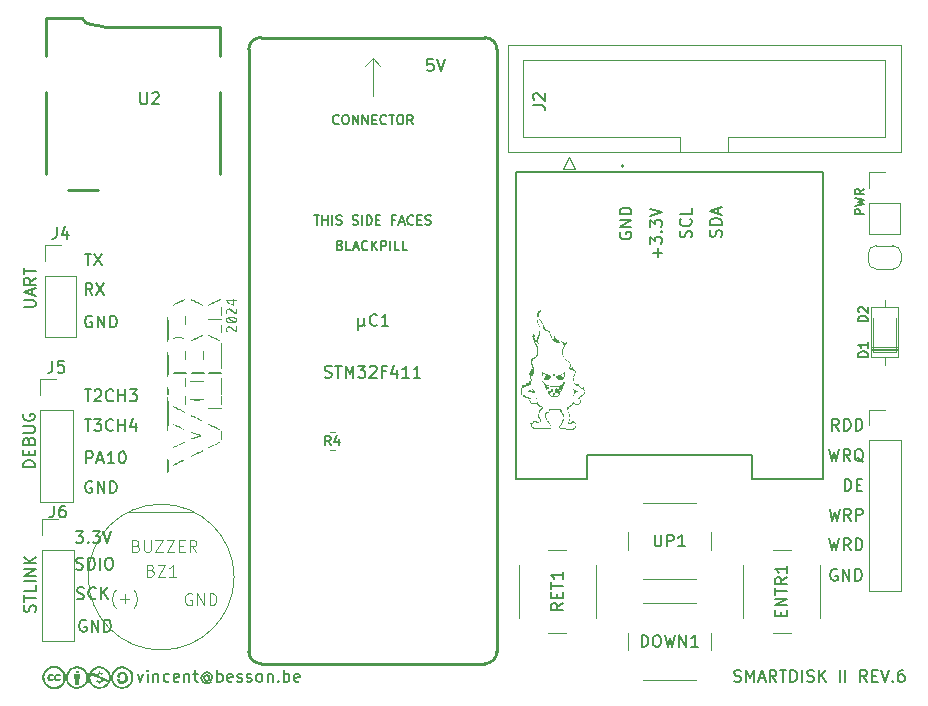
<source format=gbr>
%TF.GenerationSoftware,KiCad,Pcbnew,9.0.1*%
%TF.CreationDate,2025-06-11T14:36:35+02:00*%
%TF.ProjectId,sdiskII_stm32,73646973-6b49-4495-9f73-746d33322e6b,6*%
%TF.SameCoordinates,Original*%
%TF.FileFunction,Legend,Top*%
%TF.FilePolarity,Positive*%
%FSLAX46Y46*%
G04 Gerber Fmt 4.6, Leading zero omitted, Abs format (unit mm)*
G04 Created by KiCad (PCBNEW 9.0.1) date 2025-06-11 14:36:35*
%MOMM*%
%LPD*%
G01*
G04 APERTURE LIST*
%ADD10C,0.187500*%
%ADD11C,0.150000*%
%ADD12C,0.300000*%
%ADD13C,0.100000*%
%ADD14C,0.160000*%
%ADD15C,0.203200*%
%ADD16C,0.120000*%
%ADD17C,0.000000*%
%ADD18C,0.250000*%
%ADD19C,0.127000*%
%ADD20C,0.200000*%
G04 APERTURE END LIST*
D10*
X137258593Y-115867869D02*
X137830021Y-115867869D01*
X137544307Y-116867869D02*
X137544307Y-115867869D01*
X138115736Y-115963107D02*
X138163355Y-115915488D01*
X138163355Y-115915488D02*
X138258593Y-115867869D01*
X138258593Y-115867869D02*
X138496688Y-115867869D01*
X138496688Y-115867869D02*
X138591926Y-115915488D01*
X138591926Y-115915488D02*
X138639545Y-115963107D01*
X138639545Y-115963107D02*
X138687164Y-116058345D01*
X138687164Y-116058345D02*
X138687164Y-116153583D01*
X138687164Y-116153583D02*
X138639545Y-116296440D01*
X138639545Y-116296440D02*
X138068117Y-116867869D01*
X138068117Y-116867869D02*
X138687164Y-116867869D01*
X139687164Y-116772630D02*
X139639545Y-116820250D01*
X139639545Y-116820250D02*
X139496688Y-116867869D01*
X139496688Y-116867869D02*
X139401450Y-116867869D01*
X139401450Y-116867869D02*
X139258593Y-116820250D01*
X139258593Y-116820250D02*
X139163355Y-116725011D01*
X139163355Y-116725011D02*
X139115736Y-116629773D01*
X139115736Y-116629773D02*
X139068117Y-116439297D01*
X139068117Y-116439297D02*
X139068117Y-116296440D01*
X139068117Y-116296440D02*
X139115736Y-116105964D01*
X139115736Y-116105964D02*
X139163355Y-116010726D01*
X139163355Y-116010726D02*
X139258593Y-115915488D01*
X139258593Y-115915488D02*
X139401450Y-115867869D01*
X139401450Y-115867869D02*
X139496688Y-115867869D01*
X139496688Y-115867869D02*
X139639545Y-115915488D01*
X139639545Y-115915488D02*
X139687164Y-115963107D01*
X140115736Y-116867869D02*
X140115736Y-115867869D01*
X140115736Y-116344059D02*
X140687164Y-116344059D01*
X140687164Y-116867869D02*
X140687164Y-115867869D01*
X141068117Y-115867869D02*
X141687164Y-115867869D01*
X141687164Y-115867869D02*
X141353831Y-116248821D01*
X141353831Y-116248821D02*
X141496688Y-116248821D01*
X141496688Y-116248821D02*
X141591926Y-116296440D01*
X141591926Y-116296440D02*
X141639545Y-116344059D01*
X141639545Y-116344059D02*
X141687164Y-116439297D01*
X141687164Y-116439297D02*
X141687164Y-116677392D01*
X141687164Y-116677392D02*
X141639545Y-116772630D01*
X141639545Y-116772630D02*
X141591926Y-116820250D01*
X141591926Y-116820250D02*
X141496688Y-116867869D01*
X141496688Y-116867869D02*
X141210974Y-116867869D01*
X141210974Y-116867869D02*
X141115736Y-116820250D01*
X141115736Y-116820250D02*
X141068117Y-116772630D01*
X137385259Y-135415488D02*
X137290021Y-135367869D01*
X137290021Y-135367869D02*
X137147164Y-135367869D01*
X137147164Y-135367869D02*
X137004307Y-135415488D01*
X137004307Y-135415488D02*
X136909069Y-135510726D01*
X136909069Y-135510726D02*
X136861450Y-135605964D01*
X136861450Y-135605964D02*
X136813831Y-135796440D01*
X136813831Y-135796440D02*
X136813831Y-135939297D01*
X136813831Y-135939297D02*
X136861450Y-136129773D01*
X136861450Y-136129773D02*
X136909069Y-136225011D01*
X136909069Y-136225011D02*
X137004307Y-136320250D01*
X137004307Y-136320250D02*
X137147164Y-136367869D01*
X137147164Y-136367869D02*
X137242402Y-136367869D01*
X137242402Y-136367869D02*
X137385259Y-136320250D01*
X137385259Y-136320250D02*
X137432878Y-136272630D01*
X137432878Y-136272630D02*
X137432878Y-135939297D01*
X137432878Y-135939297D02*
X137242402Y-135939297D01*
X137861450Y-136367869D02*
X137861450Y-135367869D01*
X137861450Y-135367869D02*
X138432878Y-136367869D01*
X138432878Y-136367869D02*
X138432878Y-135367869D01*
X138909069Y-136367869D02*
X138909069Y-135367869D01*
X138909069Y-135367869D02*
X139147164Y-135367869D01*
X139147164Y-135367869D02*
X139290021Y-135415488D01*
X139290021Y-135415488D02*
X139385259Y-135510726D01*
X139385259Y-135510726D02*
X139432878Y-135605964D01*
X139432878Y-135605964D02*
X139480497Y-135796440D01*
X139480497Y-135796440D02*
X139480497Y-135939297D01*
X139480497Y-135939297D02*
X139432878Y-136129773D01*
X139432878Y-136129773D02*
X139385259Y-136225011D01*
X139385259Y-136225011D02*
X139290021Y-136320250D01*
X139290021Y-136320250D02*
X139147164Y-136367869D01*
X139147164Y-136367869D02*
X138909069Y-136367869D01*
X182605488Y-102564740D02*
X182557869Y-102659978D01*
X182557869Y-102659978D02*
X182557869Y-102802835D01*
X182557869Y-102802835D02*
X182605488Y-102945692D01*
X182605488Y-102945692D02*
X182700726Y-103040930D01*
X182700726Y-103040930D02*
X182795964Y-103088549D01*
X182795964Y-103088549D02*
X182986440Y-103136168D01*
X182986440Y-103136168D02*
X183129297Y-103136168D01*
X183129297Y-103136168D02*
X183319773Y-103088549D01*
X183319773Y-103088549D02*
X183415011Y-103040930D01*
X183415011Y-103040930D02*
X183510250Y-102945692D01*
X183510250Y-102945692D02*
X183557869Y-102802835D01*
X183557869Y-102802835D02*
X183557869Y-102707597D01*
X183557869Y-102707597D02*
X183510250Y-102564740D01*
X183510250Y-102564740D02*
X183462630Y-102517121D01*
X183462630Y-102517121D02*
X183129297Y-102517121D01*
X183129297Y-102517121D02*
X183129297Y-102707597D01*
X183557869Y-102088549D02*
X182557869Y-102088549D01*
X182557869Y-102088549D02*
X183557869Y-101517121D01*
X183557869Y-101517121D02*
X182557869Y-101517121D01*
X183557869Y-101040930D02*
X182557869Y-101040930D01*
X182557869Y-101040930D02*
X182557869Y-100802835D01*
X182557869Y-100802835D02*
X182605488Y-100659978D01*
X182605488Y-100659978D02*
X182700726Y-100564740D01*
X182700726Y-100564740D02*
X182795964Y-100517121D01*
X182795964Y-100517121D02*
X182986440Y-100469502D01*
X182986440Y-100469502D02*
X183129297Y-100469502D01*
X183129297Y-100469502D02*
X183319773Y-100517121D01*
X183319773Y-100517121D02*
X183415011Y-100564740D01*
X183415011Y-100564740D02*
X183510250Y-100659978D01*
X183510250Y-100659978D02*
X183557869Y-100802835D01*
X183557869Y-100802835D02*
X183557869Y-101040930D01*
X200286212Y-120907869D02*
X200524307Y-121907869D01*
X200524307Y-121907869D02*
X200714783Y-121193583D01*
X200714783Y-121193583D02*
X200905259Y-121907869D01*
X200905259Y-121907869D02*
X201143355Y-120907869D01*
X202095735Y-121907869D02*
X201762402Y-121431678D01*
X201524307Y-121907869D02*
X201524307Y-120907869D01*
X201524307Y-120907869D02*
X201905259Y-120907869D01*
X201905259Y-120907869D02*
X202000497Y-120955488D01*
X202000497Y-120955488D02*
X202048116Y-121003107D01*
X202048116Y-121003107D02*
X202095735Y-121098345D01*
X202095735Y-121098345D02*
X202095735Y-121241202D01*
X202095735Y-121241202D02*
X202048116Y-121336440D01*
X202048116Y-121336440D02*
X202000497Y-121384059D01*
X202000497Y-121384059D02*
X201905259Y-121431678D01*
X201905259Y-121431678D02*
X201524307Y-121431678D01*
X203190973Y-122003107D02*
X203095735Y-121955488D01*
X203095735Y-121955488D02*
X203000497Y-121860250D01*
X203000497Y-121860250D02*
X202857640Y-121717392D01*
X202857640Y-121717392D02*
X202762402Y-121669773D01*
X202762402Y-121669773D02*
X202667164Y-121669773D01*
X202714783Y-121907869D02*
X202619545Y-121860250D01*
X202619545Y-121860250D02*
X202524307Y-121765011D01*
X202524307Y-121765011D02*
X202476688Y-121574535D01*
X202476688Y-121574535D02*
X202476688Y-121241202D01*
X202476688Y-121241202D02*
X202524307Y-121050726D01*
X202524307Y-121050726D02*
X202619545Y-120955488D01*
X202619545Y-120955488D02*
X202714783Y-120907869D01*
X202714783Y-120907869D02*
X202905259Y-120907869D01*
X202905259Y-120907869D02*
X203000497Y-120955488D01*
X203000497Y-120955488D02*
X203095735Y-121050726D01*
X203095735Y-121050726D02*
X203143354Y-121241202D01*
X203143354Y-121241202D02*
X203143354Y-121574535D01*
X203143354Y-121574535D02*
X203095735Y-121765011D01*
X203095735Y-121765011D02*
X203000497Y-121860250D01*
X203000497Y-121860250D02*
X202905259Y-121907869D01*
X202905259Y-121907869D02*
X202714783Y-121907869D01*
X137258593Y-118367869D02*
X137830021Y-118367869D01*
X137544307Y-119367869D02*
X137544307Y-118367869D01*
X138068117Y-118367869D02*
X138687164Y-118367869D01*
X138687164Y-118367869D02*
X138353831Y-118748821D01*
X138353831Y-118748821D02*
X138496688Y-118748821D01*
X138496688Y-118748821D02*
X138591926Y-118796440D01*
X138591926Y-118796440D02*
X138639545Y-118844059D01*
X138639545Y-118844059D02*
X138687164Y-118939297D01*
X138687164Y-118939297D02*
X138687164Y-119177392D01*
X138687164Y-119177392D02*
X138639545Y-119272630D01*
X138639545Y-119272630D02*
X138591926Y-119320250D01*
X138591926Y-119320250D02*
X138496688Y-119367869D01*
X138496688Y-119367869D02*
X138210974Y-119367869D01*
X138210974Y-119367869D02*
X138115736Y-119320250D01*
X138115736Y-119320250D02*
X138068117Y-119272630D01*
X139687164Y-119272630D02*
X139639545Y-119320250D01*
X139639545Y-119320250D02*
X139496688Y-119367869D01*
X139496688Y-119367869D02*
X139401450Y-119367869D01*
X139401450Y-119367869D02*
X139258593Y-119320250D01*
X139258593Y-119320250D02*
X139163355Y-119225011D01*
X139163355Y-119225011D02*
X139115736Y-119129773D01*
X139115736Y-119129773D02*
X139068117Y-118939297D01*
X139068117Y-118939297D02*
X139068117Y-118796440D01*
X139068117Y-118796440D02*
X139115736Y-118605964D01*
X139115736Y-118605964D02*
X139163355Y-118510726D01*
X139163355Y-118510726D02*
X139258593Y-118415488D01*
X139258593Y-118415488D02*
X139401450Y-118367869D01*
X139401450Y-118367869D02*
X139496688Y-118367869D01*
X139496688Y-118367869D02*
X139639545Y-118415488D01*
X139639545Y-118415488D02*
X139687164Y-118463107D01*
X140115736Y-119367869D02*
X140115736Y-118367869D01*
X140115736Y-118844059D02*
X140687164Y-118844059D01*
X140687164Y-119367869D02*
X140687164Y-118367869D01*
X141591926Y-118701202D02*
X141591926Y-119367869D01*
X141353831Y-118320250D02*
X141115736Y-119034535D01*
X141115736Y-119034535D02*
X141734783Y-119034535D01*
X200336212Y-125967869D02*
X200574307Y-126967869D01*
X200574307Y-126967869D02*
X200764783Y-126253583D01*
X200764783Y-126253583D02*
X200955259Y-126967869D01*
X200955259Y-126967869D02*
X201193355Y-125967869D01*
X202145735Y-126967869D02*
X201812402Y-126491678D01*
X201574307Y-126967869D02*
X201574307Y-125967869D01*
X201574307Y-125967869D02*
X201955259Y-125967869D01*
X201955259Y-125967869D02*
X202050497Y-126015488D01*
X202050497Y-126015488D02*
X202098116Y-126063107D01*
X202098116Y-126063107D02*
X202145735Y-126158345D01*
X202145735Y-126158345D02*
X202145735Y-126301202D01*
X202145735Y-126301202D02*
X202098116Y-126396440D01*
X202098116Y-126396440D02*
X202050497Y-126444059D01*
X202050497Y-126444059D02*
X201955259Y-126491678D01*
X201955259Y-126491678D02*
X201574307Y-126491678D01*
X202574307Y-126967869D02*
X202574307Y-125967869D01*
X202574307Y-125967869D02*
X202955259Y-125967869D01*
X202955259Y-125967869D02*
X203050497Y-126015488D01*
X203050497Y-126015488D02*
X203098116Y-126063107D01*
X203098116Y-126063107D02*
X203145735Y-126158345D01*
X203145735Y-126158345D02*
X203145735Y-126301202D01*
X203145735Y-126301202D02*
X203098116Y-126396440D01*
X203098116Y-126396440D02*
X203050497Y-126444059D01*
X203050497Y-126444059D02*
X202955259Y-126491678D01*
X202955259Y-126491678D02*
X202574307Y-126491678D01*
X133067869Y-122438549D02*
X132067869Y-122438549D01*
X132067869Y-122438549D02*
X132067869Y-122200454D01*
X132067869Y-122200454D02*
X132115488Y-122057597D01*
X132115488Y-122057597D02*
X132210726Y-121962359D01*
X132210726Y-121962359D02*
X132305964Y-121914740D01*
X132305964Y-121914740D02*
X132496440Y-121867121D01*
X132496440Y-121867121D02*
X132639297Y-121867121D01*
X132639297Y-121867121D02*
X132829773Y-121914740D01*
X132829773Y-121914740D02*
X132925011Y-121962359D01*
X132925011Y-121962359D02*
X133020250Y-122057597D01*
X133020250Y-122057597D02*
X133067869Y-122200454D01*
X133067869Y-122200454D02*
X133067869Y-122438549D01*
X132544059Y-121438549D02*
X132544059Y-121105216D01*
X133067869Y-120962359D02*
X133067869Y-121438549D01*
X133067869Y-121438549D02*
X132067869Y-121438549D01*
X132067869Y-121438549D02*
X132067869Y-120962359D01*
X132544059Y-120200454D02*
X132591678Y-120057597D01*
X132591678Y-120057597D02*
X132639297Y-120009978D01*
X132639297Y-120009978D02*
X132734535Y-119962359D01*
X132734535Y-119962359D02*
X132877392Y-119962359D01*
X132877392Y-119962359D02*
X132972630Y-120009978D01*
X132972630Y-120009978D02*
X133020250Y-120057597D01*
X133020250Y-120057597D02*
X133067869Y-120152835D01*
X133067869Y-120152835D02*
X133067869Y-120533787D01*
X133067869Y-120533787D02*
X132067869Y-120533787D01*
X132067869Y-120533787D02*
X132067869Y-120200454D01*
X132067869Y-120200454D02*
X132115488Y-120105216D01*
X132115488Y-120105216D02*
X132163107Y-120057597D01*
X132163107Y-120057597D02*
X132258345Y-120009978D01*
X132258345Y-120009978D02*
X132353583Y-120009978D01*
X132353583Y-120009978D02*
X132448821Y-120057597D01*
X132448821Y-120057597D02*
X132496440Y-120105216D01*
X132496440Y-120105216D02*
X132544059Y-120200454D01*
X132544059Y-120200454D02*
X132544059Y-120533787D01*
X132067869Y-119533787D02*
X132877392Y-119533787D01*
X132877392Y-119533787D02*
X132972630Y-119486168D01*
X132972630Y-119486168D02*
X133020250Y-119438549D01*
X133020250Y-119438549D02*
X133067869Y-119343311D01*
X133067869Y-119343311D02*
X133067869Y-119152835D01*
X133067869Y-119152835D02*
X133020250Y-119057597D01*
X133020250Y-119057597D02*
X132972630Y-119009978D01*
X132972630Y-119009978D02*
X132877392Y-118962359D01*
X132877392Y-118962359D02*
X132067869Y-118962359D01*
X132115488Y-117962359D02*
X132067869Y-118057597D01*
X132067869Y-118057597D02*
X132067869Y-118200454D01*
X132067869Y-118200454D02*
X132115488Y-118343311D01*
X132115488Y-118343311D02*
X132210726Y-118438549D01*
X132210726Y-118438549D02*
X132305964Y-118486168D01*
X132305964Y-118486168D02*
X132496440Y-118533787D01*
X132496440Y-118533787D02*
X132639297Y-118533787D01*
X132639297Y-118533787D02*
X132829773Y-118486168D01*
X132829773Y-118486168D02*
X132925011Y-118438549D01*
X132925011Y-118438549D02*
X133020250Y-118343311D01*
X133020250Y-118343311D02*
X133067869Y-118200454D01*
X133067869Y-118200454D02*
X133067869Y-118105216D01*
X133067869Y-118105216D02*
X133020250Y-117962359D01*
X133020250Y-117962359D02*
X132972630Y-117914740D01*
X132972630Y-117914740D02*
X132639297Y-117914740D01*
X132639297Y-117914740D02*
X132639297Y-118105216D01*
X200975259Y-131105488D02*
X200880021Y-131057869D01*
X200880021Y-131057869D02*
X200737164Y-131057869D01*
X200737164Y-131057869D02*
X200594307Y-131105488D01*
X200594307Y-131105488D02*
X200499069Y-131200726D01*
X200499069Y-131200726D02*
X200451450Y-131295964D01*
X200451450Y-131295964D02*
X200403831Y-131486440D01*
X200403831Y-131486440D02*
X200403831Y-131629297D01*
X200403831Y-131629297D02*
X200451450Y-131819773D01*
X200451450Y-131819773D02*
X200499069Y-131915011D01*
X200499069Y-131915011D02*
X200594307Y-132010250D01*
X200594307Y-132010250D02*
X200737164Y-132057869D01*
X200737164Y-132057869D02*
X200832402Y-132057869D01*
X200832402Y-132057869D02*
X200975259Y-132010250D01*
X200975259Y-132010250D02*
X201022878Y-131962630D01*
X201022878Y-131962630D02*
X201022878Y-131629297D01*
X201022878Y-131629297D02*
X200832402Y-131629297D01*
X201451450Y-132057869D02*
X201451450Y-131057869D01*
X201451450Y-131057869D02*
X202022878Y-132057869D01*
X202022878Y-132057869D02*
X202022878Y-131057869D01*
X202499069Y-132057869D02*
X202499069Y-131057869D01*
X202499069Y-131057869D02*
X202737164Y-131057869D01*
X202737164Y-131057869D02*
X202880021Y-131105488D01*
X202880021Y-131105488D02*
X202975259Y-131200726D01*
X202975259Y-131200726D02*
X203022878Y-131295964D01*
X203022878Y-131295964D02*
X203070497Y-131486440D01*
X203070497Y-131486440D02*
X203070497Y-131629297D01*
X203070497Y-131629297D02*
X203022878Y-131819773D01*
X203022878Y-131819773D02*
X202975259Y-131915011D01*
X202975259Y-131915011D02*
X202880021Y-132010250D01*
X202880021Y-132010250D02*
X202737164Y-132057869D01*
X202737164Y-132057869D02*
X202499069Y-132057869D01*
X136563831Y-131070250D02*
X136706688Y-131117869D01*
X136706688Y-131117869D02*
X136944783Y-131117869D01*
X136944783Y-131117869D02*
X137040021Y-131070250D01*
X137040021Y-131070250D02*
X137087640Y-131022630D01*
X137087640Y-131022630D02*
X137135259Y-130927392D01*
X137135259Y-130927392D02*
X137135259Y-130832154D01*
X137135259Y-130832154D02*
X137087640Y-130736916D01*
X137087640Y-130736916D02*
X137040021Y-130689297D01*
X137040021Y-130689297D02*
X136944783Y-130641678D01*
X136944783Y-130641678D02*
X136754307Y-130594059D01*
X136754307Y-130594059D02*
X136659069Y-130546440D01*
X136659069Y-130546440D02*
X136611450Y-130498821D01*
X136611450Y-130498821D02*
X136563831Y-130403583D01*
X136563831Y-130403583D02*
X136563831Y-130308345D01*
X136563831Y-130308345D02*
X136611450Y-130213107D01*
X136611450Y-130213107D02*
X136659069Y-130165488D01*
X136659069Y-130165488D02*
X136754307Y-130117869D01*
X136754307Y-130117869D02*
X136992402Y-130117869D01*
X136992402Y-130117869D02*
X137135259Y-130165488D01*
X137563831Y-131117869D02*
X137563831Y-130117869D01*
X137563831Y-130117869D02*
X137801926Y-130117869D01*
X137801926Y-130117869D02*
X137944783Y-130165488D01*
X137944783Y-130165488D02*
X138040021Y-130260726D01*
X138040021Y-130260726D02*
X138087640Y-130355964D01*
X138087640Y-130355964D02*
X138135259Y-130546440D01*
X138135259Y-130546440D02*
X138135259Y-130689297D01*
X138135259Y-130689297D02*
X138087640Y-130879773D01*
X138087640Y-130879773D02*
X138040021Y-130975011D01*
X138040021Y-130975011D02*
X137944783Y-131070250D01*
X137944783Y-131070250D02*
X137801926Y-131117869D01*
X137801926Y-131117869D02*
X137563831Y-131117869D01*
X138563831Y-131117869D02*
X138563831Y-130117869D01*
X139230497Y-130117869D02*
X139420973Y-130117869D01*
X139420973Y-130117869D02*
X139516211Y-130165488D01*
X139516211Y-130165488D02*
X139611449Y-130260726D01*
X139611449Y-130260726D02*
X139659068Y-130451202D01*
X139659068Y-130451202D02*
X139659068Y-130784535D01*
X139659068Y-130784535D02*
X139611449Y-130975011D01*
X139611449Y-130975011D02*
X139516211Y-131070250D01*
X139516211Y-131070250D02*
X139420973Y-131117869D01*
X139420973Y-131117869D02*
X139230497Y-131117869D01*
X139230497Y-131117869D02*
X139135259Y-131070250D01*
X139135259Y-131070250D02*
X139040021Y-130975011D01*
X139040021Y-130975011D02*
X138992402Y-130784535D01*
X138992402Y-130784535D02*
X138992402Y-130451202D01*
X138992402Y-130451202D02*
X139040021Y-130260726D01*
X139040021Y-130260726D02*
X139135259Y-130165488D01*
X139135259Y-130165488D02*
X139230497Y-130117869D01*
X200306212Y-128477869D02*
X200544307Y-129477869D01*
X200544307Y-129477869D02*
X200734783Y-128763583D01*
X200734783Y-128763583D02*
X200925259Y-129477869D01*
X200925259Y-129477869D02*
X201163355Y-128477869D01*
X202115735Y-129477869D02*
X201782402Y-129001678D01*
X201544307Y-129477869D02*
X201544307Y-128477869D01*
X201544307Y-128477869D02*
X201925259Y-128477869D01*
X201925259Y-128477869D02*
X202020497Y-128525488D01*
X202020497Y-128525488D02*
X202068116Y-128573107D01*
X202068116Y-128573107D02*
X202115735Y-128668345D01*
X202115735Y-128668345D02*
X202115735Y-128811202D01*
X202115735Y-128811202D02*
X202068116Y-128906440D01*
X202068116Y-128906440D02*
X202020497Y-128954059D01*
X202020497Y-128954059D02*
X201925259Y-129001678D01*
X201925259Y-129001678D02*
X201544307Y-129001678D01*
X202544307Y-129477869D02*
X202544307Y-128477869D01*
X202544307Y-128477869D02*
X202782402Y-128477869D01*
X202782402Y-128477869D02*
X202925259Y-128525488D01*
X202925259Y-128525488D02*
X203020497Y-128620726D01*
X203020497Y-128620726D02*
X203068116Y-128715964D01*
X203068116Y-128715964D02*
X203115735Y-128906440D01*
X203115735Y-128906440D02*
X203115735Y-129049297D01*
X203115735Y-129049297D02*
X203068116Y-129239773D01*
X203068116Y-129239773D02*
X203020497Y-129335011D01*
X203020497Y-129335011D02*
X202925259Y-129430250D01*
X202925259Y-129430250D02*
X202782402Y-129477869D01*
X202782402Y-129477869D02*
X202544307Y-129477869D01*
X157603831Y-114820250D02*
X157746688Y-114867869D01*
X157746688Y-114867869D02*
X157984783Y-114867869D01*
X157984783Y-114867869D02*
X158080021Y-114820250D01*
X158080021Y-114820250D02*
X158127640Y-114772630D01*
X158127640Y-114772630D02*
X158175259Y-114677392D01*
X158175259Y-114677392D02*
X158175259Y-114582154D01*
X158175259Y-114582154D02*
X158127640Y-114486916D01*
X158127640Y-114486916D02*
X158080021Y-114439297D01*
X158080021Y-114439297D02*
X157984783Y-114391678D01*
X157984783Y-114391678D02*
X157794307Y-114344059D01*
X157794307Y-114344059D02*
X157699069Y-114296440D01*
X157699069Y-114296440D02*
X157651450Y-114248821D01*
X157651450Y-114248821D02*
X157603831Y-114153583D01*
X157603831Y-114153583D02*
X157603831Y-114058345D01*
X157603831Y-114058345D02*
X157651450Y-113963107D01*
X157651450Y-113963107D02*
X157699069Y-113915488D01*
X157699069Y-113915488D02*
X157794307Y-113867869D01*
X157794307Y-113867869D02*
X158032402Y-113867869D01*
X158032402Y-113867869D02*
X158175259Y-113915488D01*
X158460974Y-113867869D02*
X159032402Y-113867869D01*
X158746688Y-114867869D02*
X158746688Y-113867869D01*
X159365736Y-114867869D02*
X159365736Y-113867869D01*
X159365736Y-113867869D02*
X159699069Y-114582154D01*
X159699069Y-114582154D02*
X160032402Y-113867869D01*
X160032402Y-113867869D02*
X160032402Y-114867869D01*
X160413355Y-113867869D02*
X161032402Y-113867869D01*
X161032402Y-113867869D02*
X160699069Y-114248821D01*
X160699069Y-114248821D02*
X160841926Y-114248821D01*
X160841926Y-114248821D02*
X160937164Y-114296440D01*
X160937164Y-114296440D02*
X160984783Y-114344059D01*
X160984783Y-114344059D02*
X161032402Y-114439297D01*
X161032402Y-114439297D02*
X161032402Y-114677392D01*
X161032402Y-114677392D02*
X160984783Y-114772630D01*
X160984783Y-114772630D02*
X160937164Y-114820250D01*
X160937164Y-114820250D02*
X160841926Y-114867869D01*
X160841926Y-114867869D02*
X160556212Y-114867869D01*
X160556212Y-114867869D02*
X160460974Y-114820250D01*
X160460974Y-114820250D02*
X160413355Y-114772630D01*
X161413355Y-113963107D02*
X161460974Y-113915488D01*
X161460974Y-113915488D02*
X161556212Y-113867869D01*
X161556212Y-113867869D02*
X161794307Y-113867869D01*
X161794307Y-113867869D02*
X161889545Y-113915488D01*
X161889545Y-113915488D02*
X161937164Y-113963107D01*
X161937164Y-113963107D02*
X161984783Y-114058345D01*
X161984783Y-114058345D02*
X161984783Y-114153583D01*
X161984783Y-114153583D02*
X161937164Y-114296440D01*
X161937164Y-114296440D02*
X161365736Y-114867869D01*
X161365736Y-114867869D02*
X161984783Y-114867869D01*
X162746688Y-114344059D02*
X162413355Y-114344059D01*
X162413355Y-114867869D02*
X162413355Y-113867869D01*
X162413355Y-113867869D02*
X162889545Y-113867869D01*
X163699069Y-114201202D02*
X163699069Y-114867869D01*
X163460974Y-113820250D02*
X163222879Y-114534535D01*
X163222879Y-114534535D02*
X163841926Y-114534535D01*
X164746688Y-114867869D02*
X164175260Y-114867869D01*
X164460974Y-114867869D02*
X164460974Y-113867869D01*
X164460974Y-113867869D02*
X164365736Y-114010726D01*
X164365736Y-114010726D02*
X164270498Y-114105964D01*
X164270498Y-114105964D02*
X164175260Y-114153583D01*
X165699069Y-114867869D02*
X165127641Y-114867869D01*
X165413355Y-114867869D02*
X165413355Y-113867869D01*
X165413355Y-113867869D02*
X165318117Y-114010726D01*
X165318117Y-114010726D02*
X165222879Y-114105964D01*
X165222879Y-114105964D02*
X165127641Y-114153583D01*
X133070250Y-134686168D02*
X133117869Y-134543311D01*
X133117869Y-134543311D02*
X133117869Y-134305216D01*
X133117869Y-134305216D02*
X133070250Y-134209978D01*
X133070250Y-134209978D02*
X133022630Y-134162359D01*
X133022630Y-134162359D02*
X132927392Y-134114740D01*
X132927392Y-134114740D02*
X132832154Y-134114740D01*
X132832154Y-134114740D02*
X132736916Y-134162359D01*
X132736916Y-134162359D02*
X132689297Y-134209978D01*
X132689297Y-134209978D02*
X132641678Y-134305216D01*
X132641678Y-134305216D02*
X132594059Y-134495692D01*
X132594059Y-134495692D02*
X132546440Y-134590930D01*
X132546440Y-134590930D02*
X132498821Y-134638549D01*
X132498821Y-134638549D02*
X132403583Y-134686168D01*
X132403583Y-134686168D02*
X132308345Y-134686168D01*
X132308345Y-134686168D02*
X132213107Y-134638549D01*
X132213107Y-134638549D02*
X132165488Y-134590930D01*
X132165488Y-134590930D02*
X132117869Y-134495692D01*
X132117869Y-134495692D02*
X132117869Y-134257597D01*
X132117869Y-134257597D02*
X132165488Y-134114740D01*
X132117869Y-133829025D02*
X132117869Y-133257597D01*
X133117869Y-133543311D02*
X132117869Y-133543311D01*
X133117869Y-132448073D02*
X133117869Y-132924263D01*
X133117869Y-132924263D02*
X132117869Y-132924263D01*
X133117869Y-132114739D02*
X132117869Y-132114739D01*
X133117869Y-131638549D02*
X132117869Y-131638549D01*
X132117869Y-131638549D02*
X133117869Y-131067121D01*
X133117869Y-131067121D02*
X132117869Y-131067121D01*
X133117869Y-130590930D02*
X132117869Y-130590930D01*
X133117869Y-130019502D02*
X132546440Y-130448073D01*
X132117869Y-130019502D02*
X132689297Y-130590930D01*
X188610250Y-102986168D02*
X188657869Y-102843311D01*
X188657869Y-102843311D02*
X188657869Y-102605216D01*
X188657869Y-102605216D02*
X188610250Y-102509978D01*
X188610250Y-102509978D02*
X188562630Y-102462359D01*
X188562630Y-102462359D02*
X188467392Y-102414740D01*
X188467392Y-102414740D02*
X188372154Y-102414740D01*
X188372154Y-102414740D02*
X188276916Y-102462359D01*
X188276916Y-102462359D02*
X188229297Y-102509978D01*
X188229297Y-102509978D02*
X188181678Y-102605216D01*
X188181678Y-102605216D02*
X188134059Y-102795692D01*
X188134059Y-102795692D02*
X188086440Y-102890930D01*
X188086440Y-102890930D02*
X188038821Y-102938549D01*
X188038821Y-102938549D02*
X187943583Y-102986168D01*
X187943583Y-102986168D02*
X187848345Y-102986168D01*
X187848345Y-102986168D02*
X187753107Y-102938549D01*
X187753107Y-102938549D02*
X187705488Y-102890930D01*
X187705488Y-102890930D02*
X187657869Y-102795692D01*
X187657869Y-102795692D02*
X187657869Y-102557597D01*
X187657869Y-102557597D02*
X187705488Y-102414740D01*
X188562630Y-101414740D02*
X188610250Y-101462359D01*
X188610250Y-101462359D02*
X188657869Y-101605216D01*
X188657869Y-101605216D02*
X188657869Y-101700454D01*
X188657869Y-101700454D02*
X188610250Y-101843311D01*
X188610250Y-101843311D02*
X188515011Y-101938549D01*
X188515011Y-101938549D02*
X188419773Y-101986168D01*
X188419773Y-101986168D02*
X188229297Y-102033787D01*
X188229297Y-102033787D02*
X188086440Y-102033787D01*
X188086440Y-102033787D02*
X187895964Y-101986168D01*
X187895964Y-101986168D02*
X187800726Y-101938549D01*
X187800726Y-101938549D02*
X187705488Y-101843311D01*
X187705488Y-101843311D02*
X187657869Y-101700454D01*
X187657869Y-101700454D02*
X187657869Y-101605216D01*
X187657869Y-101605216D02*
X187705488Y-101462359D01*
X187705488Y-101462359D02*
X187753107Y-101414740D01*
X188657869Y-100509978D02*
X188657869Y-100986168D01*
X188657869Y-100986168D02*
X187657869Y-100986168D01*
X201122878Y-119347869D02*
X200789545Y-118871678D01*
X200551450Y-119347869D02*
X200551450Y-118347869D01*
X200551450Y-118347869D02*
X200932402Y-118347869D01*
X200932402Y-118347869D02*
X201027640Y-118395488D01*
X201027640Y-118395488D02*
X201075259Y-118443107D01*
X201075259Y-118443107D02*
X201122878Y-118538345D01*
X201122878Y-118538345D02*
X201122878Y-118681202D01*
X201122878Y-118681202D02*
X201075259Y-118776440D01*
X201075259Y-118776440D02*
X201027640Y-118824059D01*
X201027640Y-118824059D02*
X200932402Y-118871678D01*
X200932402Y-118871678D02*
X200551450Y-118871678D01*
X201551450Y-119347869D02*
X201551450Y-118347869D01*
X201551450Y-118347869D02*
X201789545Y-118347869D01*
X201789545Y-118347869D02*
X201932402Y-118395488D01*
X201932402Y-118395488D02*
X202027640Y-118490726D01*
X202027640Y-118490726D02*
X202075259Y-118585964D01*
X202075259Y-118585964D02*
X202122878Y-118776440D01*
X202122878Y-118776440D02*
X202122878Y-118919297D01*
X202122878Y-118919297D02*
X202075259Y-119109773D01*
X202075259Y-119109773D02*
X202027640Y-119205011D01*
X202027640Y-119205011D02*
X201932402Y-119300250D01*
X201932402Y-119300250D02*
X201789545Y-119347869D01*
X201789545Y-119347869D02*
X201551450Y-119347869D01*
X202551450Y-119347869D02*
X202551450Y-118347869D01*
X202551450Y-118347869D02*
X202789545Y-118347869D01*
X202789545Y-118347869D02*
X202932402Y-118395488D01*
X202932402Y-118395488D02*
X203027640Y-118490726D01*
X203027640Y-118490726D02*
X203075259Y-118585964D01*
X203075259Y-118585964D02*
X203122878Y-118776440D01*
X203122878Y-118776440D02*
X203122878Y-118919297D01*
X203122878Y-118919297D02*
X203075259Y-119109773D01*
X203075259Y-119109773D02*
X203027640Y-119205011D01*
X203027640Y-119205011D02*
X202932402Y-119300250D01*
X202932402Y-119300250D02*
X202789545Y-119347869D01*
X202789545Y-119347869D02*
X202551450Y-119347869D01*
X192257598Y-140570250D02*
X192400455Y-140617869D01*
X192400455Y-140617869D02*
X192638550Y-140617869D01*
X192638550Y-140617869D02*
X192733788Y-140570250D01*
X192733788Y-140570250D02*
X192781407Y-140522630D01*
X192781407Y-140522630D02*
X192829026Y-140427392D01*
X192829026Y-140427392D02*
X192829026Y-140332154D01*
X192829026Y-140332154D02*
X192781407Y-140236916D01*
X192781407Y-140236916D02*
X192733788Y-140189297D01*
X192733788Y-140189297D02*
X192638550Y-140141678D01*
X192638550Y-140141678D02*
X192448074Y-140094059D01*
X192448074Y-140094059D02*
X192352836Y-140046440D01*
X192352836Y-140046440D02*
X192305217Y-139998821D01*
X192305217Y-139998821D02*
X192257598Y-139903583D01*
X192257598Y-139903583D02*
X192257598Y-139808345D01*
X192257598Y-139808345D02*
X192305217Y-139713107D01*
X192305217Y-139713107D02*
X192352836Y-139665488D01*
X192352836Y-139665488D02*
X192448074Y-139617869D01*
X192448074Y-139617869D02*
X192686169Y-139617869D01*
X192686169Y-139617869D02*
X192829026Y-139665488D01*
X193257598Y-140617869D02*
X193257598Y-139617869D01*
X193257598Y-139617869D02*
X193590931Y-140332154D01*
X193590931Y-140332154D02*
X193924264Y-139617869D01*
X193924264Y-139617869D02*
X193924264Y-140617869D01*
X194352836Y-140332154D02*
X194829026Y-140332154D01*
X194257598Y-140617869D02*
X194590931Y-139617869D01*
X194590931Y-139617869D02*
X194924264Y-140617869D01*
X195829026Y-140617869D02*
X195495693Y-140141678D01*
X195257598Y-140617869D02*
X195257598Y-139617869D01*
X195257598Y-139617869D02*
X195638550Y-139617869D01*
X195638550Y-139617869D02*
X195733788Y-139665488D01*
X195733788Y-139665488D02*
X195781407Y-139713107D01*
X195781407Y-139713107D02*
X195829026Y-139808345D01*
X195829026Y-139808345D02*
X195829026Y-139951202D01*
X195829026Y-139951202D02*
X195781407Y-140046440D01*
X195781407Y-140046440D02*
X195733788Y-140094059D01*
X195733788Y-140094059D02*
X195638550Y-140141678D01*
X195638550Y-140141678D02*
X195257598Y-140141678D01*
X196114741Y-139617869D02*
X196686169Y-139617869D01*
X196400455Y-140617869D02*
X196400455Y-139617869D01*
X197019503Y-140617869D02*
X197019503Y-139617869D01*
X197019503Y-139617869D02*
X197257598Y-139617869D01*
X197257598Y-139617869D02*
X197400455Y-139665488D01*
X197400455Y-139665488D02*
X197495693Y-139760726D01*
X197495693Y-139760726D02*
X197543312Y-139855964D01*
X197543312Y-139855964D02*
X197590931Y-140046440D01*
X197590931Y-140046440D02*
X197590931Y-140189297D01*
X197590931Y-140189297D02*
X197543312Y-140379773D01*
X197543312Y-140379773D02*
X197495693Y-140475011D01*
X197495693Y-140475011D02*
X197400455Y-140570250D01*
X197400455Y-140570250D02*
X197257598Y-140617869D01*
X197257598Y-140617869D02*
X197019503Y-140617869D01*
X198019503Y-140617869D02*
X198019503Y-139617869D01*
X198448074Y-140570250D02*
X198590931Y-140617869D01*
X198590931Y-140617869D02*
X198829026Y-140617869D01*
X198829026Y-140617869D02*
X198924264Y-140570250D01*
X198924264Y-140570250D02*
X198971883Y-140522630D01*
X198971883Y-140522630D02*
X199019502Y-140427392D01*
X199019502Y-140427392D02*
X199019502Y-140332154D01*
X199019502Y-140332154D02*
X198971883Y-140236916D01*
X198971883Y-140236916D02*
X198924264Y-140189297D01*
X198924264Y-140189297D02*
X198829026Y-140141678D01*
X198829026Y-140141678D02*
X198638550Y-140094059D01*
X198638550Y-140094059D02*
X198543312Y-140046440D01*
X198543312Y-140046440D02*
X198495693Y-139998821D01*
X198495693Y-139998821D02*
X198448074Y-139903583D01*
X198448074Y-139903583D02*
X198448074Y-139808345D01*
X198448074Y-139808345D02*
X198495693Y-139713107D01*
X198495693Y-139713107D02*
X198543312Y-139665488D01*
X198543312Y-139665488D02*
X198638550Y-139617869D01*
X198638550Y-139617869D02*
X198876645Y-139617869D01*
X198876645Y-139617869D02*
X199019502Y-139665488D01*
X199448074Y-140617869D02*
X199448074Y-139617869D01*
X200019502Y-140617869D02*
X199590931Y-140046440D01*
X200019502Y-139617869D02*
X199448074Y-140189297D01*
X201209979Y-140617869D02*
X201209979Y-139617869D01*
X201686169Y-140617869D02*
X201686169Y-139617869D01*
X203495692Y-140617869D02*
X203162359Y-140141678D01*
X202924264Y-140617869D02*
X202924264Y-139617869D01*
X202924264Y-139617869D02*
X203305216Y-139617869D01*
X203305216Y-139617869D02*
X203400454Y-139665488D01*
X203400454Y-139665488D02*
X203448073Y-139713107D01*
X203448073Y-139713107D02*
X203495692Y-139808345D01*
X203495692Y-139808345D02*
X203495692Y-139951202D01*
X203495692Y-139951202D02*
X203448073Y-140046440D01*
X203448073Y-140046440D02*
X203400454Y-140094059D01*
X203400454Y-140094059D02*
X203305216Y-140141678D01*
X203305216Y-140141678D02*
X202924264Y-140141678D01*
X203924264Y-140094059D02*
X204257597Y-140094059D01*
X204400454Y-140617869D02*
X203924264Y-140617869D01*
X203924264Y-140617869D02*
X203924264Y-139617869D01*
X203924264Y-139617869D02*
X204400454Y-139617869D01*
X204686169Y-139617869D02*
X205019502Y-140617869D01*
X205019502Y-140617869D02*
X205352835Y-139617869D01*
X205686169Y-140522630D02*
X205733788Y-140570250D01*
X205733788Y-140570250D02*
X205686169Y-140617869D01*
X205686169Y-140617869D02*
X205638550Y-140570250D01*
X205638550Y-140570250D02*
X205686169Y-140522630D01*
X205686169Y-140522630D02*
X205686169Y-140617869D01*
X206590930Y-139617869D02*
X206400454Y-139617869D01*
X206400454Y-139617869D02*
X206305216Y-139665488D01*
X206305216Y-139665488D02*
X206257597Y-139713107D01*
X206257597Y-139713107D02*
X206162359Y-139855964D01*
X206162359Y-139855964D02*
X206114740Y-140046440D01*
X206114740Y-140046440D02*
X206114740Y-140427392D01*
X206114740Y-140427392D02*
X206162359Y-140522630D01*
X206162359Y-140522630D02*
X206209978Y-140570250D01*
X206209978Y-140570250D02*
X206305216Y-140617869D01*
X206305216Y-140617869D02*
X206495692Y-140617869D01*
X206495692Y-140617869D02*
X206590930Y-140570250D01*
X206590930Y-140570250D02*
X206638549Y-140522630D01*
X206638549Y-140522630D02*
X206686168Y-140427392D01*
X206686168Y-140427392D02*
X206686168Y-140189297D01*
X206686168Y-140189297D02*
X206638549Y-140094059D01*
X206638549Y-140094059D02*
X206590930Y-140046440D01*
X206590930Y-140046440D02*
X206495692Y-139998821D01*
X206495692Y-139998821D02*
X206305216Y-139998821D01*
X206305216Y-139998821D02*
X206209978Y-140046440D01*
X206209978Y-140046440D02*
X206162359Y-140094059D01*
X206162359Y-140094059D02*
X206114740Y-140189297D01*
X185776916Y-104688549D02*
X185776916Y-103926645D01*
X186157869Y-104307597D02*
X185395964Y-104307597D01*
X185157869Y-103545692D02*
X185157869Y-102926645D01*
X185157869Y-102926645D02*
X185538821Y-103259978D01*
X185538821Y-103259978D02*
X185538821Y-103117121D01*
X185538821Y-103117121D02*
X185586440Y-103021883D01*
X185586440Y-103021883D02*
X185634059Y-102974264D01*
X185634059Y-102974264D02*
X185729297Y-102926645D01*
X185729297Y-102926645D02*
X185967392Y-102926645D01*
X185967392Y-102926645D02*
X186062630Y-102974264D01*
X186062630Y-102974264D02*
X186110250Y-103021883D01*
X186110250Y-103021883D02*
X186157869Y-103117121D01*
X186157869Y-103117121D02*
X186157869Y-103402835D01*
X186157869Y-103402835D02*
X186110250Y-103498073D01*
X186110250Y-103498073D02*
X186062630Y-103545692D01*
X186062630Y-102498073D02*
X186110250Y-102450454D01*
X186110250Y-102450454D02*
X186157869Y-102498073D01*
X186157869Y-102498073D02*
X186110250Y-102545692D01*
X186110250Y-102545692D02*
X186062630Y-102498073D01*
X186062630Y-102498073D02*
X186157869Y-102498073D01*
X185157869Y-102117121D02*
X185157869Y-101498074D01*
X185157869Y-101498074D02*
X185538821Y-101831407D01*
X185538821Y-101831407D02*
X185538821Y-101688550D01*
X185538821Y-101688550D02*
X185586440Y-101593312D01*
X185586440Y-101593312D02*
X185634059Y-101545693D01*
X185634059Y-101545693D02*
X185729297Y-101498074D01*
X185729297Y-101498074D02*
X185967392Y-101498074D01*
X185967392Y-101498074D02*
X186062630Y-101545693D01*
X186062630Y-101545693D02*
X186110250Y-101593312D01*
X186110250Y-101593312D02*
X186157869Y-101688550D01*
X186157869Y-101688550D02*
X186157869Y-101974264D01*
X186157869Y-101974264D02*
X186110250Y-102069502D01*
X186110250Y-102069502D02*
X186062630Y-102117121D01*
X185157869Y-101212359D02*
X186157869Y-100879026D01*
X186157869Y-100879026D02*
X185157869Y-100545693D01*
X191160250Y-102936168D02*
X191207869Y-102793311D01*
X191207869Y-102793311D02*
X191207869Y-102555216D01*
X191207869Y-102555216D02*
X191160250Y-102459978D01*
X191160250Y-102459978D02*
X191112630Y-102412359D01*
X191112630Y-102412359D02*
X191017392Y-102364740D01*
X191017392Y-102364740D02*
X190922154Y-102364740D01*
X190922154Y-102364740D02*
X190826916Y-102412359D01*
X190826916Y-102412359D02*
X190779297Y-102459978D01*
X190779297Y-102459978D02*
X190731678Y-102555216D01*
X190731678Y-102555216D02*
X190684059Y-102745692D01*
X190684059Y-102745692D02*
X190636440Y-102840930D01*
X190636440Y-102840930D02*
X190588821Y-102888549D01*
X190588821Y-102888549D02*
X190493583Y-102936168D01*
X190493583Y-102936168D02*
X190398345Y-102936168D01*
X190398345Y-102936168D02*
X190303107Y-102888549D01*
X190303107Y-102888549D02*
X190255488Y-102840930D01*
X190255488Y-102840930D02*
X190207869Y-102745692D01*
X190207869Y-102745692D02*
X190207869Y-102507597D01*
X190207869Y-102507597D02*
X190255488Y-102364740D01*
X191207869Y-101936168D02*
X190207869Y-101936168D01*
X190207869Y-101936168D02*
X190207869Y-101698073D01*
X190207869Y-101698073D02*
X190255488Y-101555216D01*
X190255488Y-101555216D02*
X190350726Y-101459978D01*
X190350726Y-101459978D02*
X190445964Y-101412359D01*
X190445964Y-101412359D02*
X190636440Y-101364740D01*
X190636440Y-101364740D02*
X190779297Y-101364740D01*
X190779297Y-101364740D02*
X190969773Y-101412359D01*
X190969773Y-101412359D02*
X191065011Y-101459978D01*
X191065011Y-101459978D02*
X191160250Y-101555216D01*
X191160250Y-101555216D02*
X191207869Y-101698073D01*
X191207869Y-101698073D02*
X191207869Y-101936168D01*
X190922154Y-100983787D02*
X190922154Y-100507597D01*
X191207869Y-101079025D02*
X190207869Y-100745692D01*
X190207869Y-100745692D02*
X191207869Y-100412359D01*
X137401450Y-122117869D02*
X137401450Y-121117869D01*
X137401450Y-121117869D02*
X137782402Y-121117869D01*
X137782402Y-121117869D02*
X137877640Y-121165488D01*
X137877640Y-121165488D02*
X137925259Y-121213107D01*
X137925259Y-121213107D02*
X137972878Y-121308345D01*
X137972878Y-121308345D02*
X137972878Y-121451202D01*
X137972878Y-121451202D02*
X137925259Y-121546440D01*
X137925259Y-121546440D02*
X137877640Y-121594059D01*
X137877640Y-121594059D02*
X137782402Y-121641678D01*
X137782402Y-121641678D02*
X137401450Y-121641678D01*
X138353831Y-121832154D02*
X138830021Y-121832154D01*
X138258593Y-122117869D02*
X138591926Y-121117869D01*
X138591926Y-121117869D02*
X138925259Y-122117869D01*
X139782402Y-122117869D02*
X139210974Y-122117869D01*
X139496688Y-122117869D02*
X139496688Y-121117869D01*
X139496688Y-121117869D02*
X139401450Y-121260726D01*
X139401450Y-121260726D02*
X139306212Y-121355964D01*
X139306212Y-121355964D02*
X139210974Y-121403583D01*
X140401450Y-121117869D02*
X140496688Y-121117869D01*
X140496688Y-121117869D02*
X140591926Y-121165488D01*
X140591926Y-121165488D02*
X140639545Y-121213107D01*
X140639545Y-121213107D02*
X140687164Y-121308345D01*
X140687164Y-121308345D02*
X140734783Y-121498821D01*
X140734783Y-121498821D02*
X140734783Y-121736916D01*
X140734783Y-121736916D02*
X140687164Y-121927392D01*
X140687164Y-121927392D02*
X140639545Y-122022630D01*
X140639545Y-122022630D02*
X140591926Y-122070250D01*
X140591926Y-122070250D02*
X140496688Y-122117869D01*
X140496688Y-122117869D02*
X140401450Y-122117869D01*
X140401450Y-122117869D02*
X140306212Y-122070250D01*
X140306212Y-122070250D02*
X140258593Y-122022630D01*
X140258593Y-122022630D02*
X140210974Y-121927392D01*
X140210974Y-121927392D02*
X140163355Y-121736916D01*
X140163355Y-121736916D02*
X140163355Y-121498821D01*
X140163355Y-121498821D02*
X140210974Y-121308345D01*
X140210974Y-121308345D02*
X140258593Y-121213107D01*
X140258593Y-121213107D02*
X140306212Y-121165488D01*
X140306212Y-121165488D02*
X140401450Y-121117869D01*
X203292345Y-101036168D02*
X202492345Y-101036168D01*
X202492345Y-101036168D02*
X202492345Y-100731406D01*
X202492345Y-100731406D02*
X202530440Y-100655216D01*
X202530440Y-100655216D02*
X202568535Y-100617121D01*
X202568535Y-100617121D02*
X202644726Y-100579025D01*
X202644726Y-100579025D02*
X202759011Y-100579025D01*
X202759011Y-100579025D02*
X202835202Y-100617121D01*
X202835202Y-100617121D02*
X202873297Y-100655216D01*
X202873297Y-100655216D02*
X202911392Y-100731406D01*
X202911392Y-100731406D02*
X202911392Y-101036168D01*
X202492345Y-100312359D02*
X203292345Y-100121883D01*
X203292345Y-100121883D02*
X202720916Y-99969502D01*
X202720916Y-99969502D02*
X203292345Y-99817121D01*
X203292345Y-99817121D02*
X202492345Y-99626645D01*
X203292345Y-98864739D02*
X202911392Y-99131406D01*
X203292345Y-99321882D02*
X202492345Y-99321882D01*
X202492345Y-99321882D02*
X202492345Y-99017120D01*
X202492345Y-99017120D02*
X202530440Y-98940930D01*
X202530440Y-98940930D02*
X202568535Y-98902835D01*
X202568535Y-98902835D02*
X202644726Y-98864739D01*
X202644726Y-98864739D02*
X202759011Y-98864739D01*
X202759011Y-98864739D02*
X202835202Y-98902835D01*
X202835202Y-98902835D02*
X202873297Y-98940930D01*
X202873297Y-98940930D02*
X202911392Y-99017120D01*
X202911392Y-99017120D02*
X202911392Y-99321882D01*
X137885259Y-123665488D02*
X137790021Y-123617869D01*
X137790021Y-123617869D02*
X137647164Y-123617869D01*
X137647164Y-123617869D02*
X137504307Y-123665488D01*
X137504307Y-123665488D02*
X137409069Y-123760726D01*
X137409069Y-123760726D02*
X137361450Y-123855964D01*
X137361450Y-123855964D02*
X137313831Y-124046440D01*
X137313831Y-124046440D02*
X137313831Y-124189297D01*
X137313831Y-124189297D02*
X137361450Y-124379773D01*
X137361450Y-124379773D02*
X137409069Y-124475011D01*
X137409069Y-124475011D02*
X137504307Y-124570250D01*
X137504307Y-124570250D02*
X137647164Y-124617869D01*
X137647164Y-124617869D02*
X137742402Y-124617869D01*
X137742402Y-124617869D02*
X137885259Y-124570250D01*
X137885259Y-124570250D02*
X137932878Y-124522630D01*
X137932878Y-124522630D02*
X137932878Y-124189297D01*
X137932878Y-124189297D02*
X137742402Y-124189297D01*
X138361450Y-124617869D02*
X138361450Y-123617869D01*
X138361450Y-123617869D02*
X138932878Y-124617869D01*
X138932878Y-124617869D02*
X138932878Y-123617869D01*
X139409069Y-124617869D02*
X139409069Y-123617869D01*
X139409069Y-123617869D02*
X139647164Y-123617869D01*
X139647164Y-123617869D02*
X139790021Y-123665488D01*
X139790021Y-123665488D02*
X139885259Y-123760726D01*
X139885259Y-123760726D02*
X139932878Y-123855964D01*
X139932878Y-123855964D02*
X139980497Y-124046440D01*
X139980497Y-124046440D02*
X139980497Y-124189297D01*
X139980497Y-124189297D02*
X139932878Y-124379773D01*
X139932878Y-124379773D02*
X139885259Y-124475011D01*
X139885259Y-124475011D02*
X139790021Y-124570250D01*
X139790021Y-124570250D02*
X139647164Y-124617869D01*
X139647164Y-124617869D02*
X139409069Y-124617869D01*
X141756212Y-139951202D02*
X141994307Y-140617869D01*
X141994307Y-140617869D02*
X142232402Y-139951202D01*
X142613355Y-140617869D02*
X142613355Y-139951202D01*
X142613355Y-139617869D02*
X142565736Y-139665488D01*
X142565736Y-139665488D02*
X142613355Y-139713107D01*
X142613355Y-139713107D02*
X142660974Y-139665488D01*
X142660974Y-139665488D02*
X142613355Y-139617869D01*
X142613355Y-139617869D02*
X142613355Y-139713107D01*
X143089545Y-139951202D02*
X143089545Y-140617869D01*
X143089545Y-140046440D02*
X143137164Y-139998821D01*
X143137164Y-139998821D02*
X143232402Y-139951202D01*
X143232402Y-139951202D02*
X143375259Y-139951202D01*
X143375259Y-139951202D02*
X143470497Y-139998821D01*
X143470497Y-139998821D02*
X143518116Y-140094059D01*
X143518116Y-140094059D02*
X143518116Y-140617869D01*
X144422878Y-140570250D02*
X144327640Y-140617869D01*
X144327640Y-140617869D02*
X144137164Y-140617869D01*
X144137164Y-140617869D02*
X144041926Y-140570250D01*
X144041926Y-140570250D02*
X143994307Y-140522630D01*
X143994307Y-140522630D02*
X143946688Y-140427392D01*
X143946688Y-140427392D02*
X143946688Y-140141678D01*
X143946688Y-140141678D02*
X143994307Y-140046440D01*
X143994307Y-140046440D02*
X144041926Y-139998821D01*
X144041926Y-139998821D02*
X144137164Y-139951202D01*
X144137164Y-139951202D02*
X144327640Y-139951202D01*
X144327640Y-139951202D02*
X144422878Y-139998821D01*
X145232402Y-140570250D02*
X145137164Y-140617869D01*
X145137164Y-140617869D02*
X144946688Y-140617869D01*
X144946688Y-140617869D02*
X144851450Y-140570250D01*
X144851450Y-140570250D02*
X144803831Y-140475011D01*
X144803831Y-140475011D02*
X144803831Y-140094059D01*
X144803831Y-140094059D02*
X144851450Y-139998821D01*
X144851450Y-139998821D02*
X144946688Y-139951202D01*
X144946688Y-139951202D02*
X145137164Y-139951202D01*
X145137164Y-139951202D02*
X145232402Y-139998821D01*
X145232402Y-139998821D02*
X145280021Y-140094059D01*
X145280021Y-140094059D02*
X145280021Y-140189297D01*
X145280021Y-140189297D02*
X144803831Y-140284535D01*
X145708593Y-139951202D02*
X145708593Y-140617869D01*
X145708593Y-140046440D02*
X145756212Y-139998821D01*
X145756212Y-139998821D02*
X145851450Y-139951202D01*
X145851450Y-139951202D02*
X145994307Y-139951202D01*
X145994307Y-139951202D02*
X146089545Y-139998821D01*
X146089545Y-139998821D02*
X146137164Y-140094059D01*
X146137164Y-140094059D02*
X146137164Y-140617869D01*
X146470498Y-139951202D02*
X146851450Y-139951202D01*
X146613355Y-139617869D02*
X146613355Y-140475011D01*
X146613355Y-140475011D02*
X146660974Y-140570250D01*
X146660974Y-140570250D02*
X146756212Y-140617869D01*
X146756212Y-140617869D02*
X146851450Y-140617869D01*
X147803831Y-140141678D02*
X147756212Y-140094059D01*
X147756212Y-140094059D02*
X147660974Y-140046440D01*
X147660974Y-140046440D02*
X147565736Y-140046440D01*
X147565736Y-140046440D02*
X147470498Y-140094059D01*
X147470498Y-140094059D02*
X147422879Y-140141678D01*
X147422879Y-140141678D02*
X147375260Y-140236916D01*
X147375260Y-140236916D02*
X147375260Y-140332154D01*
X147375260Y-140332154D02*
X147422879Y-140427392D01*
X147422879Y-140427392D02*
X147470498Y-140475011D01*
X147470498Y-140475011D02*
X147565736Y-140522630D01*
X147565736Y-140522630D02*
X147660974Y-140522630D01*
X147660974Y-140522630D02*
X147756212Y-140475011D01*
X147756212Y-140475011D02*
X147803831Y-140427392D01*
X147803831Y-140046440D02*
X147803831Y-140427392D01*
X147803831Y-140427392D02*
X147851450Y-140475011D01*
X147851450Y-140475011D02*
X147899069Y-140475011D01*
X147899069Y-140475011D02*
X147994308Y-140427392D01*
X147994308Y-140427392D02*
X148041927Y-140332154D01*
X148041927Y-140332154D02*
X148041927Y-140094059D01*
X148041927Y-140094059D02*
X147946689Y-139951202D01*
X147946689Y-139951202D02*
X147803831Y-139855964D01*
X147803831Y-139855964D02*
X147613355Y-139808345D01*
X147613355Y-139808345D02*
X147422879Y-139855964D01*
X147422879Y-139855964D02*
X147280022Y-139951202D01*
X147280022Y-139951202D02*
X147184784Y-140094059D01*
X147184784Y-140094059D02*
X147137165Y-140284535D01*
X147137165Y-140284535D02*
X147184784Y-140475011D01*
X147184784Y-140475011D02*
X147280022Y-140617869D01*
X147280022Y-140617869D02*
X147422879Y-140713107D01*
X147422879Y-140713107D02*
X147613355Y-140760726D01*
X147613355Y-140760726D02*
X147803831Y-140713107D01*
X147803831Y-140713107D02*
X147946689Y-140617869D01*
X148470498Y-140617869D02*
X148470498Y-139617869D01*
X148470498Y-139998821D02*
X148565736Y-139951202D01*
X148565736Y-139951202D02*
X148756212Y-139951202D01*
X148756212Y-139951202D02*
X148851450Y-139998821D01*
X148851450Y-139998821D02*
X148899069Y-140046440D01*
X148899069Y-140046440D02*
X148946688Y-140141678D01*
X148946688Y-140141678D02*
X148946688Y-140427392D01*
X148946688Y-140427392D02*
X148899069Y-140522630D01*
X148899069Y-140522630D02*
X148851450Y-140570250D01*
X148851450Y-140570250D02*
X148756212Y-140617869D01*
X148756212Y-140617869D02*
X148565736Y-140617869D01*
X148565736Y-140617869D02*
X148470498Y-140570250D01*
X149756212Y-140570250D02*
X149660974Y-140617869D01*
X149660974Y-140617869D02*
X149470498Y-140617869D01*
X149470498Y-140617869D02*
X149375260Y-140570250D01*
X149375260Y-140570250D02*
X149327641Y-140475011D01*
X149327641Y-140475011D02*
X149327641Y-140094059D01*
X149327641Y-140094059D02*
X149375260Y-139998821D01*
X149375260Y-139998821D02*
X149470498Y-139951202D01*
X149470498Y-139951202D02*
X149660974Y-139951202D01*
X149660974Y-139951202D02*
X149756212Y-139998821D01*
X149756212Y-139998821D02*
X149803831Y-140094059D01*
X149803831Y-140094059D02*
X149803831Y-140189297D01*
X149803831Y-140189297D02*
X149327641Y-140284535D01*
X150184784Y-140570250D02*
X150280022Y-140617869D01*
X150280022Y-140617869D02*
X150470498Y-140617869D01*
X150470498Y-140617869D02*
X150565736Y-140570250D01*
X150565736Y-140570250D02*
X150613355Y-140475011D01*
X150613355Y-140475011D02*
X150613355Y-140427392D01*
X150613355Y-140427392D02*
X150565736Y-140332154D01*
X150565736Y-140332154D02*
X150470498Y-140284535D01*
X150470498Y-140284535D02*
X150327641Y-140284535D01*
X150327641Y-140284535D02*
X150232403Y-140236916D01*
X150232403Y-140236916D02*
X150184784Y-140141678D01*
X150184784Y-140141678D02*
X150184784Y-140094059D01*
X150184784Y-140094059D02*
X150232403Y-139998821D01*
X150232403Y-139998821D02*
X150327641Y-139951202D01*
X150327641Y-139951202D02*
X150470498Y-139951202D01*
X150470498Y-139951202D02*
X150565736Y-139998821D01*
X150994308Y-140570250D02*
X151089546Y-140617869D01*
X151089546Y-140617869D02*
X151280022Y-140617869D01*
X151280022Y-140617869D02*
X151375260Y-140570250D01*
X151375260Y-140570250D02*
X151422879Y-140475011D01*
X151422879Y-140475011D02*
X151422879Y-140427392D01*
X151422879Y-140427392D02*
X151375260Y-140332154D01*
X151375260Y-140332154D02*
X151280022Y-140284535D01*
X151280022Y-140284535D02*
X151137165Y-140284535D01*
X151137165Y-140284535D02*
X151041927Y-140236916D01*
X151041927Y-140236916D02*
X150994308Y-140141678D01*
X150994308Y-140141678D02*
X150994308Y-140094059D01*
X150994308Y-140094059D02*
X151041927Y-139998821D01*
X151041927Y-139998821D02*
X151137165Y-139951202D01*
X151137165Y-139951202D02*
X151280022Y-139951202D01*
X151280022Y-139951202D02*
X151375260Y-139998821D01*
X151994308Y-140617869D02*
X151899070Y-140570250D01*
X151899070Y-140570250D02*
X151851451Y-140522630D01*
X151851451Y-140522630D02*
X151803832Y-140427392D01*
X151803832Y-140427392D02*
X151803832Y-140141678D01*
X151803832Y-140141678D02*
X151851451Y-140046440D01*
X151851451Y-140046440D02*
X151899070Y-139998821D01*
X151899070Y-139998821D02*
X151994308Y-139951202D01*
X151994308Y-139951202D02*
X152137165Y-139951202D01*
X152137165Y-139951202D02*
X152232403Y-139998821D01*
X152232403Y-139998821D02*
X152280022Y-140046440D01*
X152280022Y-140046440D02*
X152327641Y-140141678D01*
X152327641Y-140141678D02*
X152327641Y-140427392D01*
X152327641Y-140427392D02*
X152280022Y-140522630D01*
X152280022Y-140522630D02*
X152232403Y-140570250D01*
X152232403Y-140570250D02*
X152137165Y-140617869D01*
X152137165Y-140617869D02*
X151994308Y-140617869D01*
X152756213Y-139951202D02*
X152756213Y-140617869D01*
X152756213Y-140046440D02*
X152803832Y-139998821D01*
X152803832Y-139998821D02*
X152899070Y-139951202D01*
X152899070Y-139951202D02*
X153041927Y-139951202D01*
X153041927Y-139951202D02*
X153137165Y-139998821D01*
X153137165Y-139998821D02*
X153184784Y-140094059D01*
X153184784Y-140094059D02*
X153184784Y-140617869D01*
X153660975Y-140522630D02*
X153708594Y-140570250D01*
X153708594Y-140570250D02*
X153660975Y-140617869D01*
X153660975Y-140617869D02*
X153613356Y-140570250D01*
X153613356Y-140570250D02*
X153660975Y-140522630D01*
X153660975Y-140522630D02*
X153660975Y-140617869D01*
X154137165Y-140617869D02*
X154137165Y-139617869D01*
X154137165Y-139998821D02*
X154232403Y-139951202D01*
X154232403Y-139951202D02*
X154422879Y-139951202D01*
X154422879Y-139951202D02*
X154518117Y-139998821D01*
X154518117Y-139998821D02*
X154565736Y-140046440D01*
X154565736Y-140046440D02*
X154613355Y-140141678D01*
X154613355Y-140141678D02*
X154613355Y-140427392D01*
X154613355Y-140427392D02*
X154565736Y-140522630D01*
X154565736Y-140522630D02*
X154518117Y-140570250D01*
X154518117Y-140570250D02*
X154422879Y-140617869D01*
X154422879Y-140617869D02*
X154232403Y-140617869D01*
X154232403Y-140617869D02*
X154137165Y-140570250D01*
X155422879Y-140570250D02*
X155327641Y-140617869D01*
X155327641Y-140617869D02*
X155137165Y-140617869D01*
X155137165Y-140617869D02*
X155041927Y-140570250D01*
X155041927Y-140570250D02*
X154994308Y-140475011D01*
X154994308Y-140475011D02*
X154994308Y-140094059D01*
X154994308Y-140094059D02*
X155041927Y-139998821D01*
X155041927Y-139998821D02*
X155137165Y-139951202D01*
X155137165Y-139951202D02*
X155327641Y-139951202D01*
X155327641Y-139951202D02*
X155422879Y-139998821D01*
X155422879Y-139998821D02*
X155470498Y-140094059D01*
X155470498Y-140094059D02*
X155470498Y-140189297D01*
X155470498Y-140189297D02*
X154994308Y-140284535D01*
X137258593Y-104367869D02*
X137830021Y-104367869D01*
X137544307Y-105367869D02*
X137544307Y-104367869D01*
X138068117Y-104367869D02*
X138734783Y-105367869D01*
X138734783Y-104367869D02*
X138068117Y-105367869D01*
X132117869Y-108888549D02*
X132927392Y-108888549D01*
X132927392Y-108888549D02*
X133022630Y-108840930D01*
X133022630Y-108840930D02*
X133070250Y-108793311D01*
X133070250Y-108793311D02*
X133117869Y-108698073D01*
X133117869Y-108698073D02*
X133117869Y-108507597D01*
X133117869Y-108507597D02*
X133070250Y-108412359D01*
X133070250Y-108412359D02*
X133022630Y-108364740D01*
X133022630Y-108364740D02*
X132927392Y-108317121D01*
X132927392Y-108317121D02*
X132117869Y-108317121D01*
X132832154Y-107888549D02*
X132832154Y-107412359D01*
X133117869Y-107983787D02*
X132117869Y-107650454D01*
X132117869Y-107650454D02*
X133117869Y-107317121D01*
X133117869Y-106412359D02*
X132641678Y-106745692D01*
X133117869Y-106983787D02*
X132117869Y-106983787D01*
X132117869Y-106983787D02*
X132117869Y-106602835D01*
X132117869Y-106602835D02*
X132165488Y-106507597D01*
X132165488Y-106507597D02*
X132213107Y-106459978D01*
X132213107Y-106459978D02*
X132308345Y-106412359D01*
X132308345Y-106412359D02*
X132451202Y-106412359D01*
X132451202Y-106412359D02*
X132546440Y-106459978D01*
X132546440Y-106459978D02*
X132594059Y-106507597D01*
X132594059Y-106507597D02*
X132641678Y-106602835D01*
X132641678Y-106602835D02*
X132641678Y-106983787D01*
X132117869Y-106126644D02*
X132117869Y-105555216D01*
X133117869Y-105840930D02*
X132117869Y-105840930D01*
X201621450Y-124447869D02*
X201621450Y-123447869D01*
X201621450Y-123447869D02*
X201859545Y-123447869D01*
X201859545Y-123447869D02*
X202002402Y-123495488D01*
X202002402Y-123495488D02*
X202097640Y-123590726D01*
X202097640Y-123590726D02*
X202145259Y-123685964D01*
X202145259Y-123685964D02*
X202192878Y-123876440D01*
X202192878Y-123876440D02*
X202192878Y-124019297D01*
X202192878Y-124019297D02*
X202145259Y-124209773D01*
X202145259Y-124209773D02*
X202097640Y-124305011D01*
X202097640Y-124305011D02*
X202002402Y-124400250D01*
X202002402Y-124400250D02*
X201859545Y-124447869D01*
X201859545Y-124447869D02*
X201621450Y-124447869D01*
X202621450Y-123924059D02*
X202954783Y-123924059D01*
X203097640Y-124447869D02*
X202621450Y-124447869D01*
X202621450Y-124447869D02*
X202621450Y-123447869D01*
X202621450Y-123447869D02*
X203097640Y-123447869D01*
X136643831Y-133570250D02*
X136786688Y-133617869D01*
X136786688Y-133617869D02*
X137024783Y-133617869D01*
X137024783Y-133617869D02*
X137120021Y-133570250D01*
X137120021Y-133570250D02*
X137167640Y-133522630D01*
X137167640Y-133522630D02*
X137215259Y-133427392D01*
X137215259Y-133427392D02*
X137215259Y-133332154D01*
X137215259Y-133332154D02*
X137167640Y-133236916D01*
X137167640Y-133236916D02*
X137120021Y-133189297D01*
X137120021Y-133189297D02*
X137024783Y-133141678D01*
X137024783Y-133141678D02*
X136834307Y-133094059D01*
X136834307Y-133094059D02*
X136739069Y-133046440D01*
X136739069Y-133046440D02*
X136691450Y-132998821D01*
X136691450Y-132998821D02*
X136643831Y-132903583D01*
X136643831Y-132903583D02*
X136643831Y-132808345D01*
X136643831Y-132808345D02*
X136691450Y-132713107D01*
X136691450Y-132713107D02*
X136739069Y-132665488D01*
X136739069Y-132665488D02*
X136834307Y-132617869D01*
X136834307Y-132617869D02*
X137072402Y-132617869D01*
X137072402Y-132617869D02*
X137215259Y-132665488D01*
X138215259Y-133522630D02*
X138167640Y-133570250D01*
X138167640Y-133570250D02*
X138024783Y-133617869D01*
X138024783Y-133617869D02*
X137929545Y-133617869D01*
X137929545Y-133617869D02*
X137786688Y-133570250D01*
X137786688Y-133570250D02*
X137691450Y-133475011D01*
X137691450Y-133475011D02*
X137643831Y-133379773D01*
X137643831Y-133379773D02*
X137596212Y-133189297D01*
X137596212Y-133189297D02*
X137596212Y-133046440D01*
X137596212Y-133046440D02*
X137643831Y-132855964D01*
X137643831Y-132855964D02*
X137691450Y-132760726D01*
X137691450Y-132760726D02*
X137786688Y-132665488D01*
X137786688Y-132665488D02*
X137929545Y-132617869D01*
X137929545Y-132617869D02*
X138024783Y-132617869D01*
X138024783Y-132617869D02*
X138167640Y-132665488D01*
X138167640Y-132665488D02*
X138215259Y-132713107D01*
X138643831Y-133617869D02*
X138643831Y-132617869D01*
X139215259Y-133617869D02*
X138786688Y-133046440D01*
X139215259Y-132617869D02*
X138643831Y-133189297D01*
X137932878Y-107867869D02*
X137599545Y-107391678D01*
X137361450Y-107867869D02*
X137361450Y-106867869D01*
X137361450Y-106867869D02*
X137742402Y-106867869D01*
X137742402Y-106867869D02*
X137837640Y-106915488D01*
X137837640Y-106915488D02*
X137885259Y-106963107D01*
X137885259Y-106963107D02*
X137932878Y-107058345D01*
X137932878Y-107058345D02*
X137932878Y-107201202D01*
X137932878Y-107201202D02*
X137885259Y-107296440D01*
X137885259Y-107296440D02*
X137837640Y-107344059D01*
X137837640Y-107344059D02*
X137742402Y-107391678D01*
X137742402Y-107391678D02*
X137361450Y-107391678D01*
X138266212Y-106867869D02*
X138932878Y-107867869D01*
X138932878Y-106867869D02*
X138266212Y-107867869D01*
X137885259Y-109665488D02*
X137790021Y-109617869D01*
X137790021Y-109617869D02*
X137647164Y-109617869D01*
X137647164Y-109617869D02*
X137504307Y-109665488D01*
X137504307Y-109665488D02*
X137409069Y-109760726D01*
X137409069Y-109760726D02*
X137361450Y-109855964D01*
X137361450Y-109855964D02*
X137313831Y-110046440D01*
X137313831Y-110046440D02*
X137313831Y-110189297D01*
X137313831Y-110189297D02*
X137361450Y-110379773D01*
X137361450Y-110379773D02*
X137409069Y-110475011D01*
X137409069Y-110475011D02*
X137504307Y-110570250D01*
X137504307Y-110570250D02*
X137647164Y-110617869D01*
X137647164Y-110617869D02*
X137742402Y-110617869D01*
X137742402Y-110617869D02*
X137885259Y-110570250D01*
X137885259Y-110570250D02*
X137932878Y-110522630D01*
X137932878Y-110522630D02*
X137932878Y-110189297D01*
X137932878Y-110189297D02*
X137742402Y-110189297D01*
X138361450Y-110617869D02*
X138361450Y-109617869D01*
X138361450Y-109617869D02*
X138932878Y-110617869D01*
X138932878Y-110617869D02*
X138932878Y-109617869D01*
X139409069Y-110617869D02*
X139409069Y-109617869D01*
X139409069Y-109617869D02*
X139647164Y-109617869D01*
X139647164Y-109617869D02*
X139790021Y-109665488D01*
X139790021Y-109665488D02*
X139885259Y-109760726D01*
X139885259Y-109760726D02*
X139932878Y-109855964D01*
X139932878Y-109855964D02*
X139980497Y-110046440D01*
X139980497Y-110046440D02*
X139980497Y-110189297D01*
X139980497Y-110189297D02*
X139932878Y-110379773D01*
X139932878Y-110379773D02*
X139885259Y-110475011D01*
X139885259Y-110475011D02*
X139790021Y-110570250D01*
X139790021Y-110570250D02*
X139647164Y-110617869D01*
X139647164Y-110617869D02*
X139409069Y-110617869D01*
X136516212Y-127867869D02*
X137135259Y-127867869D01*
X137135259Y-127867869D02*
X136801926Y-128248821D01*
X136801926Y-128248821D02*
X136944783Y-128248821D01*
X136944783Y-128248821D02*
X137040021Y-128296440D01*
X137040021Y-128296440D02*
X137087640Y-128344059D01*
X137087640Y-128344059D02*
X137135259Y-128439297D01*
X137135259Y-128439297D02*
X137135259Y-128677392D01*
X137135259Y-128677392D02*
X137087640Y-128772630D01*
X137087640Y-128772630D02*
X137040021Y-128820250D01*
X137040021Y-128820250D02*
X136944783Y-128867869D01*
X136944783Y-128867869D02*
X136659069Y-128867869D01*
X136659069Y-128867869D02*
X136563831Y-128820250D01*
X136563831Y-128820250D02*
X136516212Y-128772630D01*
X137563831Y-128772630D02*
X137611450Y-128820250D01*
X137611450Y-128820250D02*
X137563831Y-128867869D01*
X137563831Y-128867869D02*
X137516212Y-128820250D01*
X137516212Y-128820250D02*
X137563831Y-128772630D01*
X137563831Y-128772630D02*
X137563831Y-128867869D01*
X137944783Y-127867869D02*
X138563830Y-127867869D01*
X138563830Y-127867869D02*
X138230497Y-128248821D01*
X138230497Y-128248821D02*
X138373354Y-128248821D01*
X138373354Y-128248821D02*
X138468592Y-128296440D01*
X138468592Y-128296440D02*
X138516211Y-128344059D01*
X138516211Y-128344059D02*
X138563830Y-128439297D01*
X138563830Y-128439297D02*
X138563830Y-128677392D01*
X138563830Y-128677392D02*
X138516211Y-128772630D01*
X138516211Y-128772630D02*
X138468592Y-128820250D01*
X138468592Y-128820250D02*
X138373354Y-128867869D01*
X138373354Y-128867869D02*
X138087640Y-128867869D01*
X138087640Y-128867869D02*
X137992402Y-128820250D01*
X137992402Y-128820250D02*
X137944783Y-128772630D01*
X138849545Y-127867869D02*
X139182878Y-128867869D01*
X139182878Y-128867869D02*
X139516211Y-127867869D01*
D11*
X175244819Y-91783333D02*
X175959104Y-91783333D01*
X175959104Y-91783333D02*
X176101961Y-91830952D01*
X176101961Y-91830952D02*
X176197200Y-91926190D01*
X176197200Y-91926190D02*
X176244819Y-92069047D01*
X176244819Y-92069047D02*
X176244819Y-92164285D01*
X175340057Y-91354761D02*
X175292438Y-91307142D01*
X175292438Y-91307142D02*
X175244819Y-91211904D01*
X175244819Y-91211904D02*
X175244819Y-90973809D01*
X175244819Y-90973809D02*
X175292438Y-90878571D01*
X175292438Y-90878571D02*
X175340057Y-90830952D01*
X175340057Y-90830952D02*
X175435295Y-90783333D01*
X175435295Y-90783333D02*
X175530533Y-90783333D01*
X175530533Y-90783333D02*
X175673390Y-90830952D01*
X175673390Y-90830952D02*
X176244819Y-91402380D01*
X176244819Y-91402380D02*
X176244819Y-90783333D01*
X203572295Y-113090475D02*
X202772295Y-113090475D01*
X202772295Y-113090475D02*
X202772295Y-112899999D01*
X202772295Y-112899999D02*
X202810390Y-112785713D01*
X202810390Y-112785713D02*
X202886580Y-112709523D01*
X202886580Y-112709523D02*
X202962771Y-112671428D01*
X202962771Y-112671428D02*
X203115152Y-112633332D01*
X203115152Y-112633332D02*
X203229438Y-112633332D01*
X203229438Y-112633332D02*
X203381819Y-112671428D01*
X203381819Y-112671428D02*
X203458009Y-112709523D01*
X203458009Y-112709523D02*
X203534200Y-112785713D01*
X203534200Y-112785713D02*
X203572295Y-112899999D01*
X203572295Y-112899999D02*
X203572295Y-113090475D01*
X203572295Y-111871428D02*
X203572295Y-112328571D01*
X203572295Y-112099999D02*
X202772295Y-112099999D01*
X202772295Y-112099999D02*
X202886580Y-112176190D01*
X202886580Y-112176190D02*
X202962771Y-112252380D01*
X202962771Y-112252380D02*
X203000866Y-112328571D01*
X134546666Y-113444819D02*
X134546666Y-114159104D01*
X134546666Y-114159104D02*
X134499047Y-114301961D01*
X134499047Y-114301961D02*
X134403809Y-114397200D01*
X134403809Y-114397200D02*
X134260952Y-114444819D01*
X134260952Y-114444819D02*
X134165714Y-114444819D01*
X135499047Y-113444819D02*
X135022857Y-113444819D01*
X135022857Y-113444819D02*
X134975238Y-113921009D01*
X134975238Y-113921009D02*
X135022857Y-113873390D01*
X135022857Y-113873390D02*
X135118095Y-113825771D01*
X135118095Y-113825771D02*
X135356190Y-113825771D01*
X135356190Y-113825771D02*
X135451428Y-113873390D01*
X135451428Y-113873390D02*
X135499047Y-113921009D01*
X135499047Y-113921009D02*
X135546666Y-114016247D01*
X135546666Y-114016247D02*
X135546666Y-114254342D01*
X135546666Y-114254342D02*
X135499047Y-114349580D01*
X135499047Y-114349580D02*
X135451428Y-114397200D01*
X135451428Y-114397200D02*
X135356190Y-114444819D01*
X135356190Y-114444819D02*
X135118095Y-114444819D01*
X135118095Y-114444819D02*
X135022857Y-114397200D01*
X135022857Y-114397200D02*
X134975238Y-114349580D01*
X185528095Y-128154819D02*
X185528095Y-128964342D01*
X185528095Y-128964342D02*
X185575714Y-129059580D01*
X185575714Y-129059580D02*
X185623333Y-129107200D01*
X185623333Y-129107200D02*
X185718571Y-129154819D01*
X185718571Y-129154819D02*
X185909047Y-129154819D01*
X185909047Y-129154819D02*
X186004285Y-129107200D01*
X186004285Y-129107200D02*
X186051904Y-129059580D01*
X186051904Y-129059580D02*
X186099523Y-128964342D01*
X186099523Y-128964342D02*
X186099523Y-128154819D01*
X186575714Y-129154819D02*
X186575714Y-128154819D01*
X186575714Y-128154819D02*
X186956666Y-128154819D01*
X186956666Y-128154819D02*
X187051904Y-128202438D01*
X187051904Y-128202438D02*
X187099523Y-128250057D01*
X187099523Y-128250057D02*
X187147142Y-128345295D01*
X187147142Y-128345295D02*
X187147142Y-128488152D01*
X187147142Y-128488152D02*
X187099523Y-128583390D01*
X187099523Y-128583390D02*
X187051904Y-128631009D01*
X187051904Y-128631009D02*
X186956666Y-128678628D01*
X186956666Y-128678628D02*
X186575714Y-128678628D01*
X188099523Y-129154819D02*
X187528095Y-129154819D01*
X187813809Y-129154819D02*
X187813809Y-128154819D01*
X187813809Y-128154819D02*
X187718571Y-128297676D01*
X187718571Y-128297676D02*
X187623333Y-128392914D01*
X187623333Y-128392914D02*
X187528095Y-128440533D01*
X203552295Y-110100475D02*
X202752295Y-110100475D01*
X202752295Y-110100475D02*
X202752295Y-109909999D01*
X202752295Y-109909999D02*
X202790390Y-109795713D01*
X202790390Y-109795713D02*
X202866580Y-109719523D01*
X202866580Y-109719523D02*
X202942771Y-109681428D01*
X202942771Y-109681428D02*
X203095152Y-109643332D01*
X203095152Y-109643332D02*
X203209438Y-109643332D01*
X203209438Y-109643332D02*
X203361819Y-109681428D01*
X203361819Y-109681428D02*
X203438009Y-109719523D01*
X203438009Y-109719523D02*
X203514200Y-109795713D01*
X203514200Y-109795713D02*
X203552295Y-109909999D01*
X203552295Y-109909999D02*
X203552295Y-110100475D01*
X202828485Y-109338571D02*
X202790390Y-109300475D01*
X202790390Y-109300475D02*
X202752295Y-109224285D01*
X202752295Y-109224285D02*
X202752295Y-109033809D01*
X202752295Y-109033809D02*
X202790390Y-108957618D01*
X202790390Y-108957618D02*
X202828485Y-108919523D01*
X202828485Y-108919523D02*
X202904676Y-108881428D01*
X202904676Y-108881428D02*
X202980866Y-108881428D01*
X202980866Y-108881428D02*
X203095152Y-108919523D01*
X203095152Y-108919523D02*
X203552295Y-109376666D01*
X203552295Y-109376666D02*
X203552295Y-108881428D01*
D12*
D13*
X142869047Y-131183609D02*
X143011904Y-131231228D01*
X143011904Y-131231228D02*
X143059523Y-131278847D01*
X143059523Y-131278847D02*
X143107142Y-131374085D01*
X143107142Y-131374085D02*
X143107142Y-131516942D01*
X143107142Y-131516942D02*
X143059523Y-131612180D01*
X143059523Y-131612180D02*
X143011904Y-131659800D01*
X143011904Y-131659800D02*
X142916666Y-131707419D01*
X142916666Y-131707419D02*
X142535714Y-131707419D01*
X142535714Y-131707419D02*
X142535714Y-130707419D01*
X142535714Y-130707419D02*
X142869047Y-130707419D01*
X142869047Y-130707419D02*
X142964285Y-130755038D01*
X142964285Y-130755038D02*
X143011904Y-130802657D01*
X143011904Y-130802657D02*
X143059523Y-130897895D01*
X143059523Y-130897895D02*
X143059523Y-130993133D01*
X143059523Y-130993133D02*
X143011904Y-131088371D01*
X143011904Y-131088371D02*
X142964285Y-131135990D01*
X142964285Y-131135990D02*
X142869047Y-131183609D01*
X142869047Y-131183609D02*
X142535714Y-131183609D01*
X143440476Y-130707419D02*
X144107142Y-130707419D01*
X144107142Y-130707419D02*
X143440476Y-131707419D01*
X143440476Y-131707419D02*
X144107142Y-131707419D01*
X145011904Y-131707419D02*
X144440476Y-131707419D01*
X144726190Y-131707419D02*
X144726190Y-130707419D01*
X144726190Y-130707419D02*
X144630952Y-130850276D01*
X144630952Y-130850276D02*
X144535714Y-130945514D01*
X144535714Y-130945514D02*
X144440476Y-130993133D01*
X139889598Y-134353371D02*
X139841979Y-134305752D01*
X139841979Y-134305752D02*
X139746741Y-134162895D01*
X139746741Y-134162895D02*
X139699122Y-134067657D01*
X139699122Y-134067657D02*
X139651503Y-133924800D01*
X139651503Y-133924800D02*
X139603884Y-133686704D01*
X139603884Y-133686704D02*
X139603884Y-133496228D01*
X139603884Y-133496228D02*
X139651503Y-133258133D01*
X139651503Y-133258133D02*
X139699122Y-133115276D01*
X139699122Y-133115276D02*
X139746741Y-133020038D01*
X139746741Y-133020038D02*
X139841979Y-132877180D01*
X139841979Y-132877180D02*
X139889598Y-132829561D01*
X140270551Y-133591466D02*
X141032456Y-133591466D01*
X140651503Y-133972419D02*
X140651503Y-133210514D01*
X141413408Y-134353371D02*
X141461027Y-134305752D01*
X141461027Y-134305752D02*
X141556265Y-134162895D01*
X141556265Y-134162895D02*
X141603884Y-134067657D01*
X141603884Y-134067657D02*
X141651503Y-133924800D01*
X141651503Y-133924800D02*
X141699122Y-133686704D01*
X141699122Y-133686704D02*
X141699122Y-133496228D01*
X141699122Y-133496228D02*
X141651503Y-133258133D01*
X141651503Y-133258133D02*
X141603884Y-133115276D01*
X141603884Y-133115276D02*
X141556265Y-133020038D01*
X141556265Y-133020038D02*
X141461027Y-132877180D01*
X141461027Y-132877180D02*
X141413408Y-132829561D01*
X146327693Y-133170038D02*
X146232455Y-133122419D01*
X146232455Y-133122419D02*
X146089598Y-133122419D01*
X146089598Y-133122419D02*
X145946741Y-133170038D01*
X145946741Y-133170038D02*
X145851503Y-133265276D01*
X145851503Y-133265276D02*
X145803884Y-133360514D01*
X145803884Y-133360514D02*
X145756265Y-133550990D01*
X145756265Y-133550990D02*
X145756265Y-133693847D01*
X145756265Y-133693847D02*
X145803884Y-133884323D01*
X145803884Y-133884323D02*
X145851503Y-133979561D01*
X145851503Y-133979561D02*
X145946741Y-134074800D01*
X145946741Y-134074800D02*
X146089598Y-134122419D01*
X146089598Y-134122419D02*
X146184836Y-134122419D01*
X146184836Y-134122419D02*
X146327693Y-134074800D01*
X146327693Y-134074800D02*
X146375312Y-134027180D01*
X146375312Y-134027180D02*
X146375312Y-133693847D01*
X146375312Y-133693847D02*
X146184836Y-133693847D01*
X146803884Y-134122419D02*
X146803884Y-133122419D01*
X146803884Y-133122419D02*
X147375312Y-134122419D01*
X147375312Y-134122419D02*
X147375312Y-133122419D01*
X147851503Y-134122419D02*
X147851503Y-133122419D01*
X147851503Y-133122419D02*
X148089598Y-133122419D01*
X148089598Y-133122419D02*
X148232455Y-133170038D01*
X148232455Y-133170038D02*
X148327693Y-133265276D01*
X148327693Y-133265276D02*
X148375312Y-133360514D01*
X148375312Y-133360514D02*
X148422931Y-133550990D01*
X148422931Y-133550990D02*
X148422931Y-133693847D01*
X148422931Y-133693847D02*
X148375312Y-133884323D01*
X148375312Y-133884323D02*
X148327693Y-133979561D01*
X148327693Y-133979561D02*
X148232455Y-134074800D01*
X148232455Y-134074800D02*
X148089598Y-134122419D01*
X148089598Y-134122419D02*
X147851503Y-134122419D01*
X141637217Y-129098609D02*
X141780074Y-129146228D01*
X141780074Y-129146228D02*
X141827693Y-129193847D01*
X141827693Y-129193847D02*
X141875312Y-129289085D01*
X141875312Y-129289085D02*
X141875312Y-129431942D01*
X141875312Y-129431942D02*
X141827693Y-129527180D01*
X141827693Y-129527180D02*
X141780074Y-129574800D01*
X141780074Y-129574800D02*
X141684836Y-129622419D01*
X141684836Y-129622419D02*
X141303884Y-129622419D01*
X141303884Y-129622419D02*
X141303884Y-128622419D01*
X141303884Y-128622419D02*
X141637217Y-128622419D01*
X141637217Y-128622419D02*
X141732455Y-128670038D01*
X141732455Y-128670038D02*
X141780074Y-128717657D01*
X141780074Y-128717657D02*
X141827693Y-128812895D01*
X141827693Y-128812895D02*
X141827693Y-128908133D01*
X141827693Y-128908133D02*
X141780074Y-129003371D01*
X141780074Y-129003371D02*
X141732455Y-129050990D01*
X141732455Y-129050990D02*
X141637217Y-129098609D01*
X141637217Y-129098609D02*
X141303884Y-129098609D01*
X142303884Y-128622419D02*
X142303884Y-129431942D01*
X142303884Y-129431942D02*
X142351503Y-129527180D01*
X142351503Y-129527180D02*
X142399122Y-129574800D01*
X142399122Y-129574800D02*
X142494360Y-129622419D01*
X142494360Y-129622419D02*
X142684836Y-129622419D01*
X142684836Y-129622419D02*
X142780074Y-129574800D01*
X142780074Y-129574800D02*
X142827693Y-129527180D01*
X142827693Y-129527180D02*
X142875312Y-129431942D01*
X142875312Y-129431942D02*
X142875312Y-128622419D01*
X143256265Y-128622419D02*
X143922931Y-128622419D01*
X143922931Y-128622419D02*
X143256265Y-129622419D01*
X143256265Y-129622419D02*
X143922931Y-129622419D01*
X144208646Y-128622419D02*
X144875312Y-128622419D01*
X144875312Y-128622419D02*
X144208646Y-129622419D01*
X144208646Y-129622419D02*
X144875312Y-129622419D01*
X145256265Y-129098609D02*
X145589598Y-129098609D01*
X145732455Y-129622419D02*
X145256265Y-129622419D01*
X145256265Y-129622419D02*
X145256265Y-128622419D01*
X145256265Y-128622419D02*
X145732455Y-128622419D01*
X146732455Y-129622419D02*
X146399122Y-129146228D01*
X146161027Y-129622419D02*
X146161027Y-128622419D01*
X146161027Y-128622419D02*
X146541979Y-128622419D01*
X146541979Y-128622419D02*
X146637217Y-128670038D01*
X146637217Y-128670038D02*
X146684836Y-128717657D01*
X146684836Y-128717657D02*
X146732455Y-128812895D01*
X146732455Y-128812895D02*
X146732455Y-128955752D01*
X146732455Y-128955752D02*
X146684836Y-129050990D01*
X146684836Y-129050990D02*
X146637217Y-129098609D01*
X146637217Y-129098609D02*
X146541979Y-129146228D01*
X146541979Y-129146228D02*
X146161027Y-129146228D01*
D11*
X134906666Y-102099819D02*
X134906666Y-102814104D01*
X134906666Y-102814104D02*
X134859047Y-102956961D01*
X134859047Y-102956961D02*
X134763809Y-103052200D01*
X134763809Y-103052200D02*
X134620952Y-103099819D01*
X134620952Y-103099819D02*
X134525714Y-103099819D01*
X135811428Y-102433152D02*
X135811428Y-103099819D01*
X135573333Y-102052200D02*
X135335238Y-102766485D01*
X135335238Y-102766485D02*
X135954285Y-102766485D01*
X160408095Y-109818152D02*
X160408095Y-110818152D01*
X160884285Y-110341961D02*
X160931904Y-110437200D01*
X160931904Y-110437200D02*
X161027142Y-110484819D01*
X160408095Y-110341961D02*
X160455714Y-110437200D01*
X160455714Y-110437200D02*
X160550952Y-110484819D01*
X160550952Y-110484819D02*
X160741428Y-110484819D01*
X160741428Y-110484819D02*
X160836666Y-110437200D01*
X160836666Y-110437200D02*
X160884285Y-110341961D01*
X160884285Y-110341961D02*
X160884285Y-109818152D01*
X162027142Y-110389580D02*
X161979523Y-110437200D01*
X161979523Y-110437200D02*
X161836666Y-110484819D01*
X161836666Y-110484819D02*
X161741428Y-110484819D01*
X161741428Y-110484819D02*
X161598571Y-110437200D01*
X161598571Y-110437200D02*
X161503333Y-110341961D01*
X161503333Y-110341961D02*
X161455714Y-110246723D01*
X161455714Y-110246723D02*
X161408095Y-110056247D01*
X161408095Y-110056247D02*
X161408095Y-109913390D01*
X161408095Y-109913390D02*
X161455714Y-109722914D01*
X161455714Y-109722914D02*
X161503333Y-109627676D01*
X161503333Y-109627676D02*
X161598571Y-109532438D01*
X161598571Y-109532438D02*
X161741428Y-109484819D01*
X161741428Y-109484819D02*
X161836666Y-109484819D01*
X161836666Y-109484819D02*
X161979523Y-109532438D01*
X161979523Y-109532438D02*
X162027142Y-109580057D01*
X162979523Y-110484819D02*
X162408095Y-110484819D01*
X162693809Y-110484819D02*
X162693809Y-109484819D01*
X162693809Y-109484819D02*
X162598571Y-109627676D01*
X162598571Y-109627676D02*
X162503333Y-109722914D01*
X162503333Y-109722914D02*
X162408095Y-109770533D01*
D14*
X158892381Y-103642727D02*
X159006667Y-103680822D01*
X159006667Y-103680822D02*
X159044762Y-103718918D01*
X159044762Y-103718918D02*
X159082858Y-103795108D01*
X159082858Y-103795108D02*
X159082858Y-103909394D01*
X159082858Y-103909394D02*
X159044762Y-103985584D01*
X159044762Y-103985584D02*
X159006667Y-104023680D01*
X159006667Y-104023680D02*
X158930477Y-104061775D01*
X158930477Y-104061775D02*
X158625715Y-104061775D01*
X158625715Y-104061775D02*
X158625715Y-103261775D01*
X158625715Y-103261775D02*
X158892381Y-103261775D01*
X158892381Y-103261775D02*
X158968572Y-103299870D01*
X158968572Y-103299870D02*
X159006667Y-103337965D01*
X159006667Y-103337965D02*
X159044762Y-103414156D01*
X159044762Y-103414156D02*
X159044762Y-103490346D01*
X159044762Y-103490346D02*
X159006667Y-103566537D01*
X159006667Y-103566537D02*
X158968572Y-103604632D01*
X158968572Y-103604632D02*
X158892381Y-103642727D01*
X158892381Y-103642727D02*
X158625715Y-103642727D01*
X159806667Y-104061775D02*
X159425715Y-104061775D01*
X159425715Y-104061775D02*
X159425715Y-103261775D01*
X160035238Y-103833203D02*
X160416191Y-103833203D01*
X159959048Y-104061775D02*
X160225715Y-103261775D01*
X160225715Y-103261775D02*
X160492381Y-104061775D01*
X161216191Y-103985584D02*
X161178095Y-104023680D01*
X161178095Y-104023680D02*
X161063810Y-104061775D01*
X161063810Y-104061775D02*
X160987619Y-104061775D01*
X160987619Y-104061775D02*
X160873333Y-104023680D01*
X160873333Y-104023680D02*
X160797143Y-103947489D01*
X160797143Y-103947489D02*
X160759048Y-103871299D01*
X160759048Y-103871299D02*
X160720952Y-103718918D01*
X160720952Y-103718918D02*
X160720952Y-103604632D01*
X160720952Y-103604632D02*
X160759048Y-103452251D01*
X160759048Y-103452251D02*
X160797143Y-103376060D01*
X160797143Y-103376060D02*
X160873333Y-103299870D01*
X160873333Y-103299870D02*
X160987619Y-103261775D01*
X160987619Y-103261775D02*
X161063810Y-103261775D01*
X161063810Y-103261775D02*
X161178095Y-103299870D01*
X161178095Y-103299870D02*
X161216191Y-103337965D01*
X161559048Y-104061775D02*
X161559048Y-103261775D01*
X162016191Y-104061775D02*
X161673333Y-103604632D01*
X162016191Y-103261775D02*
X161559048Y-103718918D01*
X162359048Y-104061775D02*
X162359048Y-103261775D01*
X162359048Y-103261775D02*
X162663810Y-103261775D01*
X162663810Y-103261775D02*
X162740000Y-103299870D01*
X162740000Y-103299870D02*
X162778095Y-103337965D01*
X162778095Y-103337965D02*
X162816191Y-103414156D01*
X162816191Y-103414156D02*
X162816191Y-103528441D01*
X162816191Y-103528441D02*
X162778095Y-103604632D01*
X162778095Y-103604632D02*
X162740000Y-103642727D01*
X162740000Y-103642727D02*
X162663810Y-103680822D01*
X162663810Y-103680822D02*
X162359048Y-103680822D01*
X163159048Y-104061775D02*
X163159048Y-103261775D01*
X163920952Y-104061775D02*
X163540000Y-104061775D01*
X163540000Y-104061775D02*
X163540000Y-103261775D01*
X164568571Y-104061775D02*
X164187619Y-104061775D01*
X164187619Y-104061775D02*
X164187619Y-103261775D01*
X156679523Y-101131775D02*
X157136666Y-101131775D01*
X156908094Y-101931775D02*
X156908094Y-101131775D01*
X157403333Y-101931775D02*
X157403333Y-101131775D01*
X157403333Y-101512727D02*
X157860476Y-101512727D01*
X157860476Y-101931775D02*
X157860476Y-101131775D01*
X158241428Y-101931775D02*
X158241428Y-101131775D01*
X158584284Y-101893680D02*
X158698570Y-101931775D01*
X158698570Y-101931775D02*
X158889046Y-101931775D01*
X158889046Y-101931775D02*
X158965237Y-101893680D01*
X158965237Y-101893680D02*
X159003332Y-101855584D01*
X159003332Y-101855584D02*
X159041427Y-101779394D01*
X159041427Y-101779394D02*
X159041427Y-101703203D01*
X159041427Y-101703203D02*
X159003332Y-101627013D01*
X159003332Y-101627013D02*
X158965237Y-101588918D01*
X158965237Y-101588918D02*
X158889046Y-101550822D01*
X158889046Y-101550822D02*
X158736665Y-101512727D01*
X158736665Y-101512727D02*
X158660475Y-101474632D01*
X158660475Y-101474632D02*
X158622380Y-101436537D01*
X158622380Y-101436537D02*
X158584284Y-101360346D01*
X158584284Y-101360346D02*
X158584284Y-101284156D01*
X158584284Y-101284156D02*
X158622380Y-101207965D01*
X158622380Y-101207965D02*
X158660475Y-101169870D01*
X158660475Y-101169870D02*
X158736665Y-101131775D01*
X158736665Y-101131775D02*
X158927142Y-101131775D01*
X158927142Y-101131775D02*
X159041427Y-101169870D01*
X159955713Y-101893680D02*
X160069999Y-101931775D01*
X160069999Y-101931775D02*
X160260475Y-101931775D01*
X160260475Y-101931775D02*
X160336666Y-101893680D01*
X160336666Y-101893680D02*
X160374761Y-101855584D01*
X160374761Y-101855584D02*
X160412856Y-101779394D01*
X160412856Y-101779394D02*
X160412856Y-101703203D01*
X160412856Y-101703203D02*
X160374761Y-101627013D01*
X160374761Y-101627013D02*
X160336666Y-101588918D01*
X160336666Y-101588918D02*
X160260475Y-101550822D01*
X160260475Y-101550822D02*
X160108094Y-101512727D01*
X160108094Y-101512727D02*
X160031904Y-101474632D01*
X160031904Y-101474632D02*
X159993809Y-101436537D01*
X159993809Y-101436537D02*
X159955713Y-101360346D01*
X159955713Y-101360346D02*
X159955713Y-101284156D01*
X159955713Y-101284156D02*
X159993809Y-101207965D01*
X159993809Y-101207965D02*
X160031904Y-101169870D01*
X160031904Y-101169870D02*
X160108094Y-101131775D01*
X160108094Y-101131775D02*
X160298571Y-101131775D01*
X160298571Y-101131775D02*
X160412856Y-101169870D01*
X160755714Y-101931775D02*
X160755714Y-101131775D01*
X161136666Y-101931775D02*
X161136666Y-101131775D01*
X161136666Y-101131775D02*
X161327142Y-101131775D01*
X161327142Y-101131775D02*
X161441428Y-101169870D01*
X161441428Y-101169870D02*
X161517618Y-101246060D01*
X161517618Y-101246060D02*
X161555713Y-101322251D01*
X161555713Y-101322251D02*
X161593809Y-101474632D01*
X161593809Y-101474632D02*
X161593809Y-101588918D01*
X161593809Y-101588918D02*
X161555713Y-101741299D01*
X161555713Y-101741299D02*
X161517618Y-101817489D01*
X161517618Y-101817489D02*
X161441428Y-101893680D01*
X161441428Y-101893680D02*
X161327142Y-101931775D01*
X161327142Y-101931775D02*
X161136666Y-101931775D01*
X161936666Y-101512727D02*
X162203332Y-101512727D01*
X162317618Y-101931775D02*
X161936666Y-101931775D01*
X161936666Y-101931775D02*
X161936666Y-101131775D01*
X161936666Y-101131775D02*
X162317618Y-101131775D01*
X163536666Y-101512727D02*
X163270000Y-101512727D01*
X163270000Y-101931775D02*
X163270000Y-101131775D01*
X163270000Y-101131775D02*
X163650952Y-101131775D01*
X163917618Y-101703203D02*
X164298571Y-101703203D01*
X163841428Y-101931775D02*
X164108095Y-101131775D01*
X164108095Y-101131775D02*
X164374761Y-101931775D01*
X165098571Y-101855584D02*
X165060475Y-101893680D01*
X165060475Y-101893680D02*
X164946190Y-101931775D01*
X164946190Y-101931775D02*
X164869999Y-101931775D01*
X164869999Y-101931775D02*
X164755713Y-101893680D01*
X164755713Y-101893680D02*
X164679523Y-101817489D01*
X164679523Y-101817489D02*
X164641428Y-101741299D01*
X164641428Y-101741299D02*
X164603332Y-101588918D01*
X164603332Y-101588918D02*
X164603332Y-101474632D01*
X164603332Y-101474632D02*
X164641428Y-101322251D01*
X164641428Y-101322251D02*
X164679523Y-101246060D01*
X164679523Y-101246060D02*
X164755713Y-101169870D01*
X164755713Y-101169870D02*
X164869999Y-101131775D01*
X164869999Y-101131775D02*
X164946190Y-101131775D01*
X164946190Y-101131775D02*
X165060475Y-101169870D01*
X165060475Y-101169870D02*
X165098571Y-101207965D01*
X165441428Y-101512727D02*
X165708094Y-101512727D01*
X165822380Y-101931775D02*
X165441428Y-101931775D01*
X165441428Y-101931775D02*
X165441428Y-101131775D01*
X165441428Y-101131775D02*
X165822380Y-101131775D01*
X166127142Y-101893680D02*
X166241428Y-101931775D01*
X166241428Y-101931775D02*
X166431904Y-101931775D01*
X166431904Y-101931775D02*
X166508095Y-101893680D01*
X166508095Y-101893680D02*
X166546190Y-101855584D01*
X166546190Y-101855584D02*
X166584285Y-101779394D01*
X166584285Y-101779394D02*
X166584285Y-101703203D01*
X166584285Y-101703203D02*
X166546190Y-101627013D01*
X166546190Y-101627013D02*
X166508095Y-101588918D01*
X166508095Y-101588918D02*
X166431904Y-101550822D01*
X166431904Y-101550822D02*
X166279523Y-101512727D01*
X166279523Y-101512727D02*
X166203333Y-101474632D01*
X166203333Y-101474632D02*
X166165238Y-101436537D01*
X166165238Y-101436537D02*
X166127142Y-101360346D01*
X166127142Y-101360346D02*
X166127142Y-101284156D01*
X166127142Y-101284156D02*
X166165238Y-101207965D01*
X166165238Y-101207965D02*
X166203333Y-101169870D01*
X166203333Y-101169870D02*
X166279523Y-101131775D01*
X166279523Y-101131775D02*
X166470000Y-101131775D01*
X166470000Y-101131775D02*
X166584285Y-101169870D01*
X158774762Y-93355584D02*
X158736666Y-93393680D01*
X158736666Y-93393680D02*
X158622381Y-93431775D01*
X158622381Y-93431775D02*
X158546190Y-93431775D01*
X158546190Y-93431775D02*
X158431904Y-93393680D01*
X158431904Y-93393680D02*
X158355714Y-93317489D01*
X158355714Y-93317489D02*
X158317619Y-93241299D01*
X158317619Y-93241299D02*
X158279523Y-93088918D01*
X158279523Y-93088918D02*
X158279523Y-92974632D01*
X158279523Y-92974632D02*
X158317619Y-92822251D01*
X158317619Y-92822251D02*
X158355714Y-92746060D01*
X158355714Y-92746060D02*
X158431904Y-92669870D01*
X158431904Y-92669870D02*
X158546190Y-92631775D01*
X158546190Y-92631775D02*
X158622381Y-92631775D01*
X158622381Y-92631775D02*
X158736666Y-92669870D01*
X158736666Y-92669870D02*
X158774762Y-92707965D01*
X159270000Y-92631775D02*
X159422381Y-92631775D01*
X159422381Y-92631775D02*
X159498571Y-92669870D01*
X159498571Y-92669870D02*
X159574762Y-92746060D01*
X159574762Y-92746060D02*
X159612857Y-92898441D01*
X159612857Y-92898441D02*
X159612857Y-93165108D01*
X159612857Y-93165108D02*
X159574762Y-93317489D01*
X159574762Y-93317489D02*
X159498571Y-93393680D01*
X159498571Y-93393680D02*
X159422381Y-93431775D01*
X159422381Y-93431775D02*
X159270000Y-93431775D01*
X159270000Y-93431775D02*
X159193809Y-93393680D01*
X159193809Y-93393680D02*
X159117619Y-93317489D01*
X159117619Y-93317489D02*
X159079523Y-93165108D01*
X159079523Y-93165108D02*
X159079523Y-92898441D01*
X159079523Y-92898441D02*
X159117619Y-92746060D01*
X159117619Y-92746060D02*
X159193809Y-92669870D01*
X159193809Y-92669870D02*
X159270000Y-92631775D01*
X159955714Y-93431775D02*
X159955714Y-92631775D01*
X159955714Y-92631775D02*
X160412857Y-93431775D01*
X160412857Y-93431775D02*
X160412857Y-92631775D01*
X160793809Y-93431775D02*
X160793809Y-92631775D01*
X160793809Y-92631775D02*
X161250952Y-93431775D01*
X161250952Y-93431775D02*
X161250952Y-92631775D01*
X161631904Y-93012727D02*
X161898570Y-93012727D01*
X162012856Y-93431775D02*
X161631904Y-93431775D01*
X161631904Y-93431775D02*
X161631904Y-92631775D01*
X161631904Y-92631775D02*
X162012856Y-92631775D01*
X162812857Y-93355584D02*
X162774761Y-93393680D01*
X162774761Y-93393680D02*
X162660476Y-93431775D01*
X162660476Y-93431775D02*
X162584285Y-93431775D01*
X162584285Y-93431775D02*
X162469999Y-93393680D01*
X162469999Y-93393680D02*
X162393809Y-93317489D01*
X162393809Y-93317489D02*
X162355714Y-93241299D01*
X162355714Y-93241299D02*
X162317618Y-93088918D01*
X162317618Y-93088918D02*
X162317618Y-92974632D01*
X162317618Y-92974632D02*
X162355714Y-92822251D01*
X162355714Y-92822251D02*
X162393809Y-92746060D01*
X162393809Y-92746060D02*
X162469999Y-92669870D01*
X162469999Y-92669870D02*
X162584285Y-92631775D01*
X162584285Y-92631775D02*
X162660476Y-92631775D01*
X162660476Y-92631775D02*
X162774761Y-92669870D01*
X162774761Y-92669870D02*
X162812857Y-92707965D01*
X163041428Y-92631775D02*
X163498571Y-92631775D01*
X163269999Y-93431775D02*
X163269999Y-92631775D01*
X163917619Y-92631775D02*
X164070000Y-92631775D01*
X164070000Y-92631775D02*
X164146190Y-92669870D01*
X164146190Y-92669870D02*
X164222381Y-92746060D01*
X164222381Y-92746060D02*
X164260476Y-92898441D01*
X164260476Y-92898441D02*
X164260476Y-93165108D01*
X164260476Y-93165108D02*
X164222381Y-93317489D01*
X164222381Y-93317489D02*
X164146190Y-93393680D01*
X164146190Y-93393680D02*
X164070000Y-93431775D01*
X164070000Y-93431775D02*
X163917619Y-93431775D01*
X163917619Y-93431775D02*
X163841428Y-93393680D01*
X163841428Y-93393680D02*
X163765238Y-93317489D01*
X163765238Y-93317489D02*
X163727142Y-93165108D01*
X163727142Y-93165108D02*
X163727142Y-92898441D01*
X163727142Y-92898441D02*
X163765238Y-92746060D01*
X163765238Y-92746060D02*
X163841428Y-92669870D01*
X163841428Y-92669870D02*
X163917619Y-92631775D01*
X165060476Y-93431775D02*
X164793809Y-93050822D01*
X164603333Y-93431775D02*
X164603333Y-92631775D01*
X164603333Y-92631775D02*
X164908095Y-92631775D01*
X164908095Y-92631775D02*
X164984285Y-92669870D01*
X164984285Y-92669870D02*
X165022380Y-92707965D01*
X165022380Y-92707965D02*
X165060476Y-92784156D01*
X165060476Y-92784156D02*
X165060476Y-92898441D01*
X165060476Y-92898441D02*
X165022380Y-92974632D01*
X165022380Y-92974632D02*
X164984285Y-93012727D01*
X164984285Y-93012727D02*
X164908095Y-93050822D01*
X164908095Y-93050822D02*
X164603333Y-93050822D01*
D15*
X166773554Y-87883453D02*
X166289744Y-87883453D01*
X166289744Y-87883453D02*
X166241363Y-88367263D01*
X166241363Y-88367263D02*
X166289744Y-88318882D01*
X166289744Y-88318882D02*
X166386506Y-88270501D01*
X166386506Y-88270501D02*
X166628411Y-88270501D01*
X166628411Y-88270501D02*
X166725173Y-88318882D01*
X166725173Y-88318882D02*
X166773554Y-88367263D01*
X166773554Y-88367263D02*
X166821935Y-88464025D01*
X166821935Y-88464025D02*
X166821935Y-88705930D01*
X166821935Y-88705930D02*
X166773554Y-88802692D01*
X166773554Y-88802692D02*
X166725173Y-88851073D01*
X166725173Y-88851073D02*
X166628411Y-88899453D01*
X166628411Y-88899453D02*
X166386506Y-88899453D01*
X166386506Y-88899453D02*
X166289744Y-88851073D01*
X166289744Y-88851073D02*
X166241363Y-88802692D01*
X167112220Y-87883453D02*
X167450887Y-88899453D01*
X167450887Y-88899453D02*
X167789554Y-87883453D01*
D11*
X196221009Y-135045237D02*
X196221009Y-134711904D01*
X196744819Y-134569047D02*
X196744819Y-135045237D01*
X196744819Y-135045237D02*
X195744819Y-135045237D01*
X195744819Y-135045237D02*
X195744819Y-134569047D01*
X196744819Y-134140475D02*
X195744819Y-134140475D01*
X195744819Y-134140475D02*
X196744819Y-133569047D01*
X196744819Y-133569047D02*
X195744819Y-133569047D01*
X195744819Y-133235713D02*
X195744819Y-132664285D01*
X196744819Y-132949999D02*
X195744819Y-132949999D01*
X196744819Y-131759523D02*
X196268628Y-132092856D01*
X196744819Y-132330951D02*
X195744819Y-132330951D01*
X195744819Y-132330951D02*
X195744819Y-131949999D01*
X195744819Y-131949999D02*
X195792438Y-131854761D01*
X195792438Y-131854761D02*
X195840057Y-131807142D01*
X195840057Y-131807142D02*
X195935295Y-131759523D01*
X195935295Y-131759523D02*
X196078152Y-131759523D01*
X196078152Y-131759523D02*
X196173390Y-131807142D01*
X196173390Y-131807142D02*
X196221009Y-131854761D01*
X196221009Y-131854761D02*
X196268628Y-131949999D01*
X196268628Y-131949999D02*
X196268628Y-132330951D01*
X196744819Y-130807142D02*
X196744819Y-131378570D01*
X196744819Y-131092856D02*
X195744819Y-131092856D01*
X195744819Y-131092856D02*
X195887676Y-131188094D01*
X195887676Y-131188094D02*
X195982914Y-131283332D01*
X195982914Y-131283332D02*
X196030533Y-131378570D01*
X134666666Y-125704819D02*
X134666666Y-126419104D01*
X134666666Y-126419104D02*
X134619047Y-126561961D01*
X134619047Y-126561961D02*
X134523809Y-126657200D01*
X134523809Y-126657200D02*
X134380952Y-126704819D01*
X134380952Y-126704819D02*
X134285714Y-126704819D01*
X135571428Y-125704819D02*
X135380952Y-125704819D01*
X135380952Y-125704819D02*
X135285714Y-125752438D01*
X135285714Y-125752438D02*
X135238095Y-125800057D01*
X135238095Y-125800057D02*
X135142857Y-125942914D01*
X135142857Y-125942914D02*
X135095238Y-126133390D01*
X135095238Y-126133390D02*
X135095238Y-126514342D01*
X135095238Y-126514342D02*
X135142857Y-126609580D01*
X135142857Y-126609580D02*
X135190476Y-126657200D01*
X135190476Y-126657200D02*
X135285714Y-126704819D01*
X135285714Y-126704819D02*
X135476190Y-126704819D01*
X135476190Y-126704819D02*
X135571428Y-126657200D01*
X135571428Y-126657200D02*
X135619047Y-126609580D01*
X135619047Y-126609580D02*
X135666666Y-126514342D01*
X135666666Y-126514342D02*
X135666666Y-126276247D01*
X135666666Y-126276247D02*
X135619047Y-126181009D01*
X135619047Y-126181009D02*
X135571428Y-126133390D01*
X135571428Y-126133390D02*
X135476190Y-126085771D01*
X135476190Y-126085771D02*
X135285714Y-126085771D01*
X135285714Y-126085771D02*
X135190476Y-126133390D01*
X135190476Y-126133390D02*
X135142857Y-126181009D01*
X135142857Y-126181009D02*
X135095238Y-126276247D01*
D12*
D11*
X141988095Y-90704819D02*
X141988095Y-91514342D01*
X141988095Y-91514342D02*
X142035714Y-91609580D01*
X142035714Y-91609580D02*
X142083333Y-91657200D01*
X142083333Y-91657200D02*
X142178571Y-91704819D01*
X142178571Y-91704819D02*
X142369047Y-91704819D01*
X142369047Y-91704819D02*
X142464285Y-91657200D01*
X142464285Y-91657200D02*
X142511904Y-91609580D01*
X142511904Y-91609580D02*
X142559523Y-91514342D01*
X142559523Y-91514342D02*
X142559523Y-90704819D01*
X142988095Y-90800057D02*
X143035714Y-90752438D01*
X143035714Y-90752438D02*
X143130952Y-90704819D01*
X143130952Y-90704819D02*
X143369047Y-90704819D01*
X143369047Y-90704819D02*
X143464285Y-90752438D01*
X143464285Y-90752438D02*
X143511904Y-90800057D01*
X143511904Y-90800057D02*
X143559523Y-90895295D01*
X143559523Y-90895295D02*
X143559523Y-90990533D01*
X143559523Y-90990533D02*
X143511904Y-91133390D01*
X143511904Y-91133390D02*
X142940476Y-91704819D01*
X142940476Y-91704819D02*
X143559523Y-91704819D01*
X158116667Y-120592295D02*
X157850000Y-120211342D01*
X157659524Y-120592295D02*
X157659524Y-119792295D01*
X157659524Y-119792295D02*
X157964286Y-119792295D01*
X157964286Y-119792295D02*
X158040476Y-119830390D01*
X158040476Y-119830390D02*
X158078571Y-119868485D01*
X158078571Y-119868485D02*
X158116667Y-119944676D01*
X158116667Y-119944676D02*
X158116667Y-120058961D01*
X158116667Y-120058961D02*
X158078571Y-120135152D01*
X158078571Y-120135152D02*
X158040476Y-120173247D01*
X158040476Y-120173247D02*
X157964286Y-120211342D01*
X157964286Y-120211342D02*
X157659524Y-120211342D01*
X158802381Y-120058961D02*
X158802381Y-120592295D01*
X158611905Y-119754200D02*
X158421428Y-120325628D01*
X158421428Y-120325628D02*
X158916667Y-120325628D01*
X177744819Y-133950000D02*
X177268628Y-134283333D01*
X177744819Y-134521428D02*
X176744819Y-134521428D01*
X176744819Y-134521428D02*
X176744819Y-134140476D01*
X176744819Y-134140476D02*
X176792438Y-134045238D01*
X176792438Y-134045238D02*
X176840057Y-133997619D01*
X176840057Y-133997619D02*
X176935295Y-133950000D01*
X176935295Y-133950000D02*
X177078152Y-133950000D01*
X177078152Y-133950000D02*
X177173390Y-133997619D01*
X177173390Y-133997619D02*
X177221009Y-134045238D01*
X177221009Y-134045238D02*
X177268628Y-134140476D01*
X177268628Y-134140476D02*
X177268628Y-134521428D01*
X177221009Y-133521428D02*
X177221009Y-133188095D01*
X177744819Y-133045238D02*
X177744819Y-133521428D01*
X177744819Y-133521428D02*
X176744819Y-133521428D01*
X176744819Y-133521428D02*
X176744819Y-133045238D01*
X176744819Y-132759523D02*
X176744819Y-132188095D01*
X177744819Y-132473809D02*
X176744819Y-132473809D01*
X177744819Y-131330952D02*
X177744819Y-131902380D01*
X177744819Y-131616666D02*
X176744819Y-131616666D01*
X176744819Y-131616666D02*
X176887676Y-131711904D01*
X176887676Y-131711904D02*
X176982914Y-131807142D01*
X176982914Y-131807142D02*
X177030533Y-131902380D01*
X184432857Y-137654819D02*
X184432857Y-136654819D01*
X184432857Y-136654819D02*
X184670952Y-136654819D01*
X184670952Y-136654819D02*
X184813809Y-136702438D01*
X184813809Y-136702438D02*
X184909047Y-136797676D01*
X184909047Y-136797676D02*
X184956666Y-136892914D01*
X184956666Y-136892914D02*
X185004285Y-137083390D01*
X185004285Y-137083390D02*
X185004285Y-137226247D01*
X185004285Y-137226247D02*
X184956666Y-137416723D01*
X184956666Y-137416723D02*
X184909047Y-137511961D01*
X184909047Y-137511961D02*
X184813809Y-137607200D01*
X184813809Y-137607200D02*
X184670952Y-137654819D01*
X184670952Y-137654819D02*
X184432857Y-137654819D01*
X185623333Y-136654819D02*
X185813809Y-136654819D01*
X185813809Y-136654819D02*
X185909047Y-136702438D01*
X185909047Y-136702438D02*
X186004285Y-136797676D01*
X186004285Y-136797676D02*
X186051904Y-136988152D01*
X186051904Y-136988152D02*
X186051904Y-137321485D01*
X186051904Y-137321485D02*
X186004285Y-137511961D01*
X186004285Y-137511961D02*
X185909047Y-137607200D01*
X185909047Y-137607200D02*
X185813809Y-137654819D01*
X185813809Y-137654819D02*
X185623333Y-137654819D01*
X185623333Y-137654819D02*
X185528095Y-137607200D01*
X185528095Y-137607200D02*
X185432857Y-137511961D01*
X185432857Y-137511961D02*
X185385238Y-137321485D01*
X185385238Y-137321485D02*
X185385238Y-136988152D01*
X185385238Y-136988152D02*
X185432857Y-136797676D01*
X185432857Y-136797676D02*
X185528095Y-136702438D01*
X185528095Y-136702438D02*
X185623333Y-136654819D01*
X186385238Y-136654819D02*
X186623333Y-137654819D01*
X186623333Y-137654819D02*
X186813809Y-136940533D01*
X186813809Y-136940533D02*
X187004285Y-137654819D01*
X187004285Y-137654819D02*
X187242381Y-136654819D01*
X187623333Y-137654819D02*
X187623333Y-136654819D01*
X187623333Y-136654819D02*
X188194761Y-137654819D01*
X188194761Y-137654819D02*
X188194761Y-136654819D01*
X189194761Y-137654819D02*
X188623333Y-137654819D01*
X188909047Y-137654819D02*
X188909047Y-136654819D01*
X188909047Y-136654819D02*
X188813809Y-136797676D01*
X188813809Y-136797676D02*
X188718571Y-136892914D01*
X188718571Y-136892914D02*
X188623333Y-136940533D01*
D16*
%TO.C,J2*%
X173080000Y-86660000D02*
X206360000Y-86660000D01*
X173080000Y-95780000D02*
X173080000Y-86660000D01*
X174380000Y-87970000D02*
X205060000Y-87970000D01*
X174380000Y-94470000D02*
X174380000Y-87970000D01*
X177790000Y-97170000D02*
X178790000Y-97170000D01*
X178290000Y-96170000D02*
X177790000Y-97170000D01*
X178790000Y-97170000D02*
X178290000Y-96170000D01*
X187670000Y-94470000D02*
X174380000Y-94470000D01*
X187670000Y-95780000D02*
X187670000Y-94470000D01*
X191770000Y-94470000D02*
X191770000Y-94470000D01*
X191770000Y-94470000D02*
X191770000Y-95780000D01*
X205060000Y-87970000D02*
X205060000Y-94470000D01*
X205060000Y-94470000D02*
X191770000Y-94470000D01*
X206360000Y-86660000D02*
X206360000Y-95780000D01*
X206360000Y-95780000D02*
X173080000Y-95780000D01*
%TO.C,D1*%
X203880000Y-108910000D02*
X203880000Y-113150000D01*
X203880000Y-112310000D02*
X206120000Y-112310000D01*
X203880000Y-112430000D02*
X206120000Y-112430000D01*
X203880000Y-112550000D02*
X206120000Y-112550000D01*
X203880000Y-113150000D02*
X206120000Y-113150000D01*
X205000000Y-108260000D02*
X205000000Y-108910000D01*
X205000000Y-113800000D02*
X205000000Y-113150000D01*
X206120000Y-108910000D02*
X203880000Y-108910000D01*
X206120000Y-113150000D02*
X206120000Y-108910000D01*
%TO.C,J5*%
X133500000Y-114990000D02*
X134880000Y-114990000D01*
X133500000Y-116370000D02*
X133500000Y-114990000D01*
X133500000Y-117640000D02*
X133500000Y-125370000D01*
X133500000Y-117640000D02*
X136260000Y-117640000D01*
X133500000Y-125370000D02*
X136260000Y-125370000D01*
X136260000Y-117640000D02*
X136260000Y-125370000D01*
%TO.C,J3*%
X203700000Y-117580000D02*
X205030000Y-117580000D01*
X203700000Y-118910000D02*
X203700000Y-117580000D01*
X203700000Y-120180000D02*
X203700000Y-132940000D01*
X203700000Y-120180000D02*
X206360000Y-120180000D01*
X203700000Y-132940000D02*
X206360000Y-132940000D01*
X206360000Y-120180000D02*
X206360000Y-132940000D01*
%TO.C,UP1*%
X183290000Y-127950000D02*
X183290000Y-129450000D01*
X184540000Y-131950000D02*
X189040000Y-131950000D01*
X189040000Y-125450000D02*
X184540000Y-125450000D01*
X190290000Y-129450000D02*
X190290000Y-127950000D01*
%TO.C,D2*%
X204040000Y-109815000D02*
X204040000Y-112675000D01*
X204040000Y-112675000D02*
X205960000Y-112675000D01*
X205960000Y-112675000D02*
X205960000Y-109815000D01*
D17*
%TO.C, *%
G36*
X144341600Y-115627583D02*
G01*
X144355154Y-115639919D01*
X144364017Y-115669567D01*
X144369181Y-115723960D01*
X144371637Y-115810534D01*
X144372377Y-115936723D01*
X144372414Y-116000493D01*
X144372086Y-116144758D01*
X144370441Y-116246411D01*
X144366488Y-116312884D01*
X144359236Y-116351614D01*
X144347693Y-116370035D01*
X144330867Y-116375583D01*
X144322365Y-116375862D01*
X144303129Y-116373403D01*
X144289576Y-116361067D01*
X144280712Y-116331419D01*
X144275548Y-116277026D01*
X144273092Y-116190452D01*
X144272353Y-116064263D01*
X144272315Y-116000493D01*
X144272643Y-115856227D01*
X144274288Y-115754575D01*
X144278241Y-115688102D01*
X144285494Y-115649372D01*
X144297037Y-115630950D01*
X144313862Y-115625403D01*
X144322365Y-115625123D01*
X144341600Y-115627583D01*
G37*
G36*
X144836491Y-117305254D02*
G01*
X144925848Y-117337822D01*
X145036343Y-117383376D01*
X145160349Y-117438305D01*
X145290240Y-117498997D01*
X145418390Y-117561840D01*
X145537173Y-117623222D01*
X145638962Y-117679530D01*
X145716132Y-117727154D01*
X145761056Y-117762479D01*
X145769278Y-117775490D01*
X145771622Y-117816905D01*
X145767181Y-117827291D01*
X145740659Y-117817022D01*
X145677128Y-117788755D01*
X145584626Y-117746302D01*
X145471191Y-117693473D01*
X145344862Y-117634079D01*
X145213677Y-117571932D01*
X145085674Y-117510842D01*
X144968892Y-117454619D01*
X144871370Y-117407076D01*
X144801145Y-117372022D01*
X144766257Y-117353270D01*
X144764205Y-117351790D01*
X144750082Y-117312712D01*
X144751693Y-117293527D01*
X144775897Y-117289285D01*
X144836491Y-117305254D01*
G37*
G36*
X144836491Y-118806732D02*
G01*
X144925848Y-118839299D01*
X145036343Y-118884854D01*
X145160349Y-118939783D01*
X145290240Y-119000475D01*
X145418390Y-119063318D01*
X145537173Y-119124700D01*
X145638962Y-119181008D01*
X145716132Y-119228631D01*
X145761056Y-119263957D01*
X145769278Y-119276968D01*
X145771622Y-119318383D01*
X145767181Y-119328769D01*
X145740659Y-119318500D01*
X145677128Y-119290233D01*
X145584626Y-119247780D01*
X145471191Y-119194951D01*
X145344862Y-119135557D01*
X145213677Y-119073410D01*
X145085674Y-119012319D01*
X144968892Y-118956097D01*
X144871370Y-118908554D01*
X144801145Y-118873500D01*
X144766257Y-118854748D01*
X144764205Y-118853268D01*
X144750082Y-118814190D01*
X144751693Y-118795005D01*
X144775897Y-118790763D01*
X144836491Y-118806732D01*
G37*
G36*
X145843078Y-109621672D02*
G01*
X145856631Y-109634008D01*
X145865495Y-109663655D01*
X145870659Y-109718048D01*
X145873115Y-109804622D01*
X145873854Y-109930812D01*
X145873892Y-109994582D01*
X145873564Y-110138847D01*
X145871919Y-110240499D01*
X145867966Y-110306973D01*
X145860714Y-110345703D01*
X145849170Y-110364124D01*
X145832345Y-110369671D01*
X145823842Y-110369951D01*
X145804607Y-110367491D01*
X145791053Y-110355155D01*
X145782190Y-110325508D01*
X145777026Y-110271115D01*
X145774570Y-110184541D01*
X145773830Y-110058351D01*
X145773793Y-109994582D01*
X145774121Y-109850316D01*
X145775766Y-109748664D01*
X145779719Y-109682190D01*
X145786971Y-109643460D01*
X145798515Y-109625039D01*
X145815340Y-109619492D01*
X145823842Y-109619212D01*
X145843078Y-109621672D01*
G37*
G36*
X145843078Y-112624628D02*
G01*
X145856631Y-112636964D01*
X145865495Y-112666611D01*
X145870659Y-112721004D01*
X145873115Y-112807578D01*
X145873854Y-112933767D01*
X145873892Y-112997537D01*
X145873564Y-113141803D01*
X145871919Y-113243455D01*
X145867966Y-113309929D01*
X145860714Y-113348659D01*
X145849170Y-113367080D01*
X145832345Y-113372627D01*
X145823842Y-113372907D01*
X145804607Y-113370447D01*
X145791053Y-113358111D01*
X145782190Y-113328464D01*
X145777026Y-113274071D01*
X145774570Y-113187497D01*
X145773830Y-113061307D01*
X145773793Y-112997537D01*
X145774121Y-112853272D01*
X145775766Y-112751620D01*
X145779719Y-112685146D01*
X145786971Y-112646416D01*
X145798515Y-112627995D01*
X145815340Y-112622447D01*
X145823842Y-112622168D01*
X145843078Y-112624628D01*
G37*
G36*
X145843078Y-114876844D02*
G01*
X145856631Y-114889180D01*
X145865495Y-114918828D01*
X145870659Y-114973221D01*
X145873115Y-115059795D01*
X145873854Y-115185984D01*
X145873892Y-115249754D01*
X145873564Y-115394019D01*
X145871919Y-115495672D01*
X145867966Y-115562145D01*
X145860714Y-115600875D01*
X145849170Y-115619297D01*
X145832345Y-115624844D01*
X145823842Y-115625123D01*
X145804607Y-115622664D01*
X145791053Y-115610328D01*
X145782190Y-115580680D01*
X145777026Y-115526287D01*
X145774570Y-115439713D01*
X145773830Y-115313524D01*
X145773793Y-115249754D01*
X145774121Y-115105489D01*
X145775766Y-115003836D01*
X145779719Y-114937363D01*
X145786971Y-114898633D01*
X145798515Y-114880212D01*
X145815340Y-114874664D01*
X145823842Y-114874385D01*
X145843078Y-114876844D01*
G37*
G36*
X145843078Y-116403347D02*
G01*
X145856631Y-116415683D01*
X145865495Y-116445330D01*
X145870659Y-116499723D01*
X145873115Y-116586297D01*
X145873854Y-116712487D01*
X145873892Y-116776256D01*
X145873564Y-116920522D01*
X145871919Y-117022174D01*
X145867966Y-117088648D01*
X145860714Y-117127378D01*
X145849170Y-117145799D01*
X145832345Y-117151346D01*
X145823842Y-117151626D01*
X145804607Y-117149166D01*
X145791053Y-117136830D01*
X145782190Y-117107183D01*
X145777026Y-117052790D01*
X145774570Y-116966216D01*
X145773830Y-116840026D01*
X145773793Y-116776256D01*
X145774121Y-116631991D01*
X145775766Y-116530339D01*
X145779719Y-116463865D01*
X145786971Y-116425135D01*
X145798515Y-116406714D01*
X145815340Y-116401167D01*
X145823842Y-116400887D01*
X145843078Y-116403347D01*
G37*
G36*
X146337968Y-108246338D02*
G01*
X146427326Y-108278905D01*
X146537821Y-108324460D01*
X146661827Y-108379389D01*
X146791718Y-108440081D01*
X146919868Y-108502924D01*
X147038651Y-108564306D01*
X147140440Y-108620614D01*
X147217610Y-108668237D01*
X147262534Y-108703563D01*
X147270755Y-108716574D01*
X147273100Y-108757989D01*
X147268659Y-108768375D01*
X147242137Y-108758106D01*
X147178606Y-108729839D01*
X147086104Y-108687386D01*
X146972669Y-108634557D01*
X146846340Y-108575163D01*
X146715154Y-108513016D01*
X146587152Y-108451925D01*
X146470370Y-108395703D01*
X146372848Y-108348160D01*
X146302623Y-108313106D01*
X146267735Y-108294353D01*
X146265683Y-108292874D01*
X146251560Y-108253796D01*
X146253171Y-108234611D01*
X146277375Y-108230369D01*
X146337968Y-108246338D01*
G37*
G36*
X146337968Y-118055993D02*
G01*
X146427326Y-118088561D01*
X146537821Y-118134115D01*
X146661827Y-118189044D01*
X146791718Y-118249736D01*
X146919868Y-118312579D01*
X147038651Y-118373961D01*
X147140440Y-118430269D01*
X147217610Y-118477892D01*
X147262534Y-118513218D01*
X147270755Y-118526229D01*
X147273100Y-118567644D01*
X147268659Y-118578030D01*
X147242137Y-118567761D01*
X147178606Y-118539494D01*
X147086104Y-118497041D01*
X146972669Y-118444212D01*
X146846340Y-118384818D01*
X146715154Y-118322671D01*
X146587152Y-118261580D01*
X146470370Y-118205358D01*
X146372848Y-118157815D01*
X146302623Y-118122761D01*
X146267735Y-118104009D01*
X146265683Y-118102529D01*
X146251560Y-118063451D01*
X146253171Y-118044266D01*
X146277375Y-118040024D01*
X146337968Y-118055993D01*
G37*
G36*
X147344556Y-112624628D02*
G01*
X147358109Y-112636964D01*
X147366972Y-112666611D01*
X147372136Y-112721004D01*
X147374593Y-112807578D01*
X147375332Y-112933767D01*
X147375370Y-112997537D01*
X147375042Y-113141803D01*
X147373397Y-113243455D01*
X147369444Y-113309929D01*
X147362191Y-113348659D01*
X147350648Y-113367080D01*
X147333823Y-113372627D01*
X147325320Y-113372907D01*
X147306085Y-113370447D01*
X147292531Y-113358111D01*
X147283668Y-113328464D01*
X147278504Y-113274071D01*
X147276048Y-113187497D01*
X147275308Y-113061307D01*
X147275271Y-112997537D01*
X147275599Y-112853272D01*
X147277244Y-112751620D01*
X147281197Y-112685146D01*
X147288449Y-112646416D01*
X147299992Y-112627995D01*
X147316818Y-112622447D01*
X147325320Y-112622168D01*
X147344556Y-112624628D01*
G37*
G36*
X147839446Y-111274318D02*
G01*
X147928804Y-111306886D01*
X148039299Y-111352440D01*
X148163305Y-111407369D01*
X148293196Y-111468061D01*
X148421346Y-111530904D01*
X148540128Y-111592286D01*
X148641918Y-111648594D01*
X148719087Y-111696218D01*
X148764011Y-111731543D01*
X148772233Y-111744554D01*
X148774578Y-111785969D01*
X148770136Y-111796355D01*
X148743615Y-111786086D01*
X148680084Y-111757819D01*
X148587582Y-111715366D01*
X148474147Y-111662537D01*
X148347817Y-111603143D01*
X148216632Y-111540996D01*
X148088630Y-111479906D01*
X147971848Y-111423683D01*
X147874326Y-111376140D01*
X147804101Y-111341086D01*
X147769213Y-111322334D01*
X147767161Y-111320854D01*
X147753038Y-111281776D01*
X147754648Y-111262591D01*
X147778852Y-111258349D01*
X147839446Y-111274318D01*
G37*
G36*
X147839446Y-118806732D02*
G01*
X147928804Y-118839299D01*
X148039299Y-118884854D01*
X148163305Y-118939783D01*
X148293196Y-119000475D01*
X148421346Y-119063318D01*
X148540128Y-119124700D01*
X148641918Y-119181008D01*
X148719087Y-119228631D01*
X148764011Y-119263957D01*
X148772233Y-119276968D01*
X148774578Y-119318383D01*
X148770136Y-119328769D01*
X148743615Y-119318500D01*
X148680084Y-119290233D01*
X148587582Y-119247780D01*
X148474147Y-119194951D01*
X148347817Y-119135557D01*
X148216632Y-119073410D01*
X148088630Y-119012319D01*
X147971848Y-118956097D01*
X147874326Y-118908554D01*
X147804101Y-118873500D01*
X147769213Y-118854748D01*
X147767161Y-118853268D01*
X147753038Y-118814190D01*
X147754648Y-118795005D01*
X147778852Y-118790763D01*
X147839446Y-118806732D01*
G37*
G36*
X148846034Y-108870933D02*
G01*
X148859587Y-108883269D01*
X148868450Y-108912916D01*
X148873614Y-108967309D01*
X148876070Y-109053883D01*
X148876810Y-109180073D01*
X148876847Y-109243843D01*
X148876519Y-109388108D01*
X148874875Y-109489760D01*
X148870922Y-109556234D01*
X148863669Y-109594964D01*
X148852126Y-109613385D01*
X148835301Y-109618933D01*
X148826798Y-109619212D01*
X148807563Y-109616752D01*
X148794009Y-109604416D01*
X148785146Y-109574769D01*
X148779982Y-109520376D01*
X148777526Y-109433802D01*
X148776786Y-109307612D01*
X148776749Y-109243843D01*
X148777077Y-109099577D01*
X148778722Y-108997925D01*
X148782675Y-108931451D01*
X148789927Y-108892721D01*
X148801470Y-108874300D01*
X148818295Y-108868753D01*
X148826798Y-108868473D01*
X148846034Y-108870933D01*
G37*
G36*
X148846034Y-110372411D02*
G01*
X148859587Y-110384747D01*
X148868450Y-110414394D01*
X148873614Y-110468787D01*
X148876070Y-110555361D01*
X148876810Y-110681551D01*
X148876847Y-110745321D01*
X148876519Y-110889586D01*
X148874875Y-110991238D01*
X148870922Y-111057712D01*
X148863669Y-111096442D01*
X148852126Y-111114863D01*
X148835301Y-111120410D01*
X148826798Y-111120690D01*
X148807563Y-111118230D01*
X148794009Y-111105894D01*
X148785146Y-111076247D01*
X148779982Y-111021854D01*
X148777526Y-110935280D01*
X148776786Y-110809090D01*
X148776749Y-110745321D01*
X148777077Y-110601055D01*
X148778722Y-110499403D01*
X148782675Y-110432929D01*
X148789927Y-110394199D01*
X148801470Y-110375778D01*
X148818295Y-110370231D01*
X148826798Y-110369951D01*
X148846034Y-110372411D01*
G37*
G36*
X148846034Y-116403347D02*
G01*
X148859587Y-116415683D01*
X148868450Y-116445330D01*
X148873614Y-116499723D01*
X148876070Y-116586297D01*
X148876810Y-116712487D01*
X148876847Y-116776256D01*
X148876519Y-116920522D01*
X148874875Y-117022174D01*
X148870922Y-117088648D01*
X148863669Y-117127378D01*
X148852126Y-117145799D01*
X148835301Y-117151346D01*
X148826798Y-117151626D01*
X148807563Y-117149166D01*
X148794009Y-117136830D01*
X148785146Y-117107183D01*
X148779982Y-117052790D01*
X148777526Y-116966216D01*
X148776786Y-116840026D01*
X148776749Y-116776256D01*
X148777077Y-116631991D01*
X148778722Y-116530339D01*
X148782675Y-116463865D01*
X148789927Y-116425135D01*
X148801470Y-116406714D01*
X148818295Y-116401167D01*
X148826798Y-116400887D01*
X148846034Y-116403347D01*
G37*
G36*
X148846034Y-119406303D02*
G01*
X148859587Y-119418639D01*
X148868450Y-119448286D01*
X148873614Y-119502679D01*
X148876070Y-119589253D01*
X148876810Y-119715442D01*
X148876847Y-119779212D01*
X148876519Y-119923478D01*
X148874875Y-120025130D01*
X148870922Y-120091603D01*
X148863669Y-120130333D01*
X148852126Y-120148755D01*
X148835301Y-120154302D01*
X148826798Y-120154582D01*
X148807563Y-120152122D01*
X148794009Y-120139786D01*
X148785146Y-120110139D01*
X148779982Y-120055745D01*
X148777526Y-119969172D01*
X148776786Y-119842982D01*
X148776749Y-119779212D01*
X148777077Y-119634947D01*
X148778722Y-119533295D01*
X148782675Y-119466821D01*
X148789927Y-119428091D01*
X148801470Y-119409670D01*
X148818295Y-119404122D01*
X148826798Y-119403843D01*
X148846034Y-119406303D01*
G37*
G36*
X145769257Y-108214026D02*
G01*
X145773721Y-108224538D01*
X145773841Y-108240901D01*
X145773793Y-108245558D01*
X145761288Y-108278301D01*
X145718912Y-108313613D01*
X145639374Y-108356856D01*
X145592365Y-108379026D01*
X145499429Y-108422057D01*
X145376594Y-108479461D01*
X145239140Y-108544072D01*
X145102345Y-108608727D01*
X145088410Y-108615336D01*
X144972463Y-108670014D01*
X144873460Y-108716057D01*
X144799761Y-108749628D01*
X144759724Y-108766890D01*
X144755094Y-108768375D01*
X144749673Y-108747618D01*
X144752299Y-108716799D01*
X144765881Y-108692661D01*
X144803193Y-108662021D01*
X144869251Y-108621964D01*
X144969068Y-108569578D01*
X145107662Y-108501947D01*
X145185714Y-108464963D01*
X145364140Y-108380956D01*
X145502333Y-108316189D01*
X145605421Y-108268751D01*
X145678530Y-108236728D01*
X145726788Y-108218209D01*
X145755321Y-108211279D01*
X145769257Y-108214026D01*
G37*
G36*
X145769257Y-120275898D02*
G01*
X145773721Y-120286410D01*
X145773841Y-120302773D01*
X145773793Y-120307430D01*
X145761288Y-120340173D01*
X145718912Y-120375484D01*
X145639374Y-120418728D01*
X145592365Y-120440898D01*
X145499429Y-120483929D01*
X145376594Y-120541333D01*
X145239140Y-120605944D01*
X145102345Y-120670599D01*
X145088410Y-120677208D01*
X144972463Y-120731886D01*
X144873460Y-120777929D01*
X144799761Y-120811500D01*
X144759724Y-120828762D01*
X144755094Y-120830247D01*
X144749673Y-120809490D01*
X144752299Y-120778671D01*
X144765881Y-120754533D01*
X144803193Y-120723893D01*
X144869251Y-120683836D01*
X144969068Y-120631450D01*
X145107662Y-120563819D01*
X145185714Y-120526835D01*
X145364140Y-120442827D01*
X145502333Y-120378061D01*
X145605421Y-120330623D01*
X145678530Y-120298600D01*
X145726788Y-120280080D01*
X145755321Y-120273151D01*
X145769257Y-120275898D01*
G37*
G36*
X145769257Y-121777376D02*
G01*
X145773721Y-121787888D01*
X145773841Y-121804251D01*
X145773793Y-121808908D01*
X145761288Y-121841651D01*
X145718912Y-121876962D01*
X145639374Y-121920206D01*
X145592365Y-121942376D01*
X145499429Y-121985407D01*
X145376594Y-122042810D01*
X145239140Y-122107422D01*
X145102345Y-122172077D01*
X145088410Y-122178686D01*
X144972463Y-122233364D01*
X144873460Y-122279407D01*
X144799761Y-122312978D01*
X144759724Y-122330239D01*
X144755094Y-122331724D01*
X144749673Y-122310968D01*
X144752299Y-122280149D01*
X144765881Y-122256011D01*
X144803193Y-122225370D01*
X144869251Y-122185314D01*
X144969068Y-122132927D01*
X145107662Y-122065296D01*
X145185714Y-122028313D01*
X145364140Y-121944305D01*
X145502333Y-121879539D01*
X145605421Y-121832101D01*
X145678530Y-121800078D01*
X145726788Y-121781558D01*
X145755321Y-121774628D01*
X145769257Y-121777376D01*
G37*
G36*
X147270734Y-111242006D02*
G01*
X147275199Y-111252518D01*
X147275319Y-111268881D01*
X147275271Y-111273538D01*
X147262766Y-111306281D01*
X147220390Y-111341593D01*
X147140852Y-111384836D01*
X147093842Y-111407006D01*
X147000907Y-111450037D01*
X146878072Y-111507441D01*
X146740617Y-111572053D01*
X146603823Y-111636707D01*
X146589888Y-111643317D01*
X146473941Y-111697994D01*
X146374938Y-111744037D01*
X146301239Y-111777608D01*
X146261202Y-111794870D01*
X146256571Y-111796355D01*
X146251151Y-111775599D01*
X146253777Y-111744780D01*
X146267359Y-111720641D01*
X146304671Y-111690001D01*
X146370728Y-111649945D01*
X146470546Y-111597558D01*
X146609140Y-111529927D01*
X146687192Y-111492943D01*
X146865618Y-111408936D01*
X147003811Y-111344169D01*
X147106899Y-111296731D01*
X147180008Y-111264709D01*
X147228266Y-111246189D01*
X147256799Y-111239259D01*
X147270734Y-111242006D01*
G37*
G36*
X147270734Y-121026637D02*
G01*
X147275199Y-121037149D01*
X147275319Y-121053512D01*
X147275271Y-121058169D01*
X147262766Y-121090912D01*
X147220390Y-121126223D01*
X147140852Y-121169467D01*
X147093842Y-121191637D01*
X147000907Y-121234668D01*
X146878072Y-121292072D01*
X146740617Y-121356683D01*
X146603823Y-121421338D01*
X146589888Y-121427947D01*
X146473941Y-121482625D01*
X146374938Y-121528668D01*
X146301239Y-121562239D01*
X146261202Y-121579500D01*
X146256571Y-121580986D01*
X146251151Y-121560229D01*
X146253777Y-121529410D01*
X146267359Y-121505272D01*
X146304671Y-121474632D01*
X146370728Y-121434575D01*
X146470546Y-121382189D01*
X146609140Y-121314558D01*
X146687192Y-121277574D01*
X146865618Y-121193566D01*
X147003811Y-121128800D01*
X147106899Y-121081362D01*
X147180008Y-121049339D01*
X147228266Y-121030819D01*
X147256799Y-121023890D01*
X147270734Y-121026637D01*
G37*
G36*
X148772212Y-108214026D02*
G01*
X148776677Y-108224538D01*
X148776797Y-108240901D01*
X148776749Y-108245558D01*
X148764244Y-108278301D01*
X148721868Y-108313613D01*
X148642329Y-108356856D01*
X148595320Y-108379026D01*
X148502384Y-108422057D01*
X148379550Y-108479461D01*
X148242095Y-108544072D01*
X148105301Y-108608727D01*
X148091366Y-108615336D01*
X147975418Y-108670014D01*
X147876416Y-108716057D01*
X147802717Y-108749628D01*
X147762680Y-108766890D01*
X147758049Y-108768375D01*
X147752629Y-108747618D01*
X147755255Y-108716799D01*
X147768837Y-108692661D01*
X147806149Y-108662021D01*
X147872206Y-108621964D01*
X147972024Y-108569578D01*
X148110617Y-108501947D01*
X148188670Y-108464963D01*
X148367095Y-108380956D01*
X148505289Y-108316189D01*
X148608377Y-108268751D01*
X148681486Y-108236728D01*
X148729744Y-108218209D01*
X148758277Y-108211279D01*
X148772212Y-108214026D01*
G37*
G36*
X148772212Y-120275898D02*
G01*
X148776677Y-120286410D01*
X148776797Y-120302773D01*
X148776749Y-120307430D01*
X148764244Y-120340173D01*
X148721868Y-120375484D01*
X148642329Y-120418728D01*
X148595320Y-120440898D01*
X148502384Y-120483929D01*
X148379550Y-120541333D01*
X148242095Y-120605944D01*
X148105301Y-120670599D01*
X148091366Y-120677208D01*
X147975418Y-120731886D01*
X147876416Y-120777929D01*
X147802717Y-120811500D01*
X147762680Y-120828762D01*
X147758049Y-120830247D01*
X147752629Y-120809490D01*
X147755255Y-120778671D01*
X147768837Y-120754533D01*
X147806149Y-120723893D01*
X147872206Y-120683836D01*
X147972024Y-120631450D01*
X148110617Y-120563819D01*
X148188670Y-120526835D01*
X148367095Y-120442827D01*
X148505289Y-120378061D01*
X148608377Y-120330623D01*
X148681486Y-120298600D01*
X148729744Y-120280080D01*
X148758277Y-120273151D01*
X148772212Y-120275898D01*
G37*
G36*
X144337268Y-121657635D02*
G01*
X144348875Y-121666067D01*
X144357599Y-121686909D01*
X144363849Y-121725718D01*
X144368038Y-121788048D01*
X144370578Y-121879456D01*
X144371879Y-122005497D01*
X144372353Y-122171726D01*
X144372414Y-122331724D01*
X144372297Y-122532919D01*
X144371673Y-122689621D01*
X144370129Y-122807384D01*
X144367254Y-122891764D01*
X144362637Y-122948317D01*
X144355866Y-122982599D01*
X144346530Y-123000164D01*
X144334216Y-123006568D01*
X144322365Y-123007389D01*
X144307461Y-123005814D01*
X144295854Y-122997382D01*
X144287131Y-122976540D01*
X144280880Y-122937731D01*
X144276691Y-122875401D01*
X144274152Y-122783993D01*
X144272851Y-122657952D01*
X144272376Y-122491723D01*
X144272315Y-122331724D01*
X144272432Y-122130529D01*
X144273057Y-121973828D01*
X144274601Y-121856065D01*
X144277475Y-121771685D01*
X144282092Y-121715132D01*
X144288863Y-121680850D01*
X144298200Y-121663285D01*
X144310513Y-121656881D01*
X144322365Y-121656059D01*
X144337268Y-121657635D01*
G37*
G36*
X145318242Y-111410099D02*
G01*
X145405068Y-111417050D01*
X145475516Y-111432435D01*
X145546397Y-111459364D01*
X145595158Y-111481892D01*
X145692247Y-111535213D01*
X145741977Y-111579530D01*
X145748769Y-111599006D01*
X145744156Y-111620195D01*
X145723812Y-111624730D01*
X145677977Y-111611190D01*
X145596890Y-111578155D01*
X145592365Y-111576234D01*
X145505566Y-111542864D01*
X145425984Y-111522728D01*
X145335294Y-111512734D01*
X145215170Y-111509793D01*
X145198227Y-111509767D01*
X145073427Y-111512081D01*
X144980222Y-111521083D01*
X144900284Y-111539864D01*
X144815288Y-111571514D01*
X144804089Y-111576234D01*
X144721229Y-111610158D01*
X144674049Y-111624525D01*
X144652790Y-111620754D01*
X144647691Y-111600268D01*
X144647685Y-111599006D01*
X144672001Y-111559767D01*
X144744239Y-111511094D01*
X144801295Y-111481892D01*
X144880302Y-111446706D01*
X144948971Y-111424895D01*
X145024112Y-111413351D01*
X145122537Y-111408964D01*
X145198227Y-111408473D01*
X145318242Y-111410099D01*
G37*
G36*
X145516088Y-114424075D02*
G01*
X145664550Y-114424783D01*
X145774507Y-114426527D01*
X145851732Y-114429769D01*
X145901998Y-114434972D01*
X145931077Y-114442596D01*
X145944741Y-114453104D01*
X145948763Y-114466957D01*
X145948966Y-114473990D01*
X145947299Y-114489410D01*
X145938449Y-114501286D01*
X145916645Y-114510083D01*
X145876114Y-114516261D01*
X145811084Y-114520282D01*
X145715782Y-114522609D01*
X145584435Y-114523702D01*
X145411271Y-114524024D01*
X145323350Y-114524040D01*
X145130612Y-114523906D01*
X144982150Y-114523198D01*
X144872193Y-114521454D01*
X144794967Y-114518212D01*
X144744702Y-114513009D01*
X144715623Y-114505385D01*
X144701959Y-114494877D01*
X144697937Y-114481024D01*
X144697734Y-114473990D01*
X144699401Y-114458571D01*
X144708250Y-114446695D01*
X144730054Y-114437898D01*
X144770585Y-114431720D01*
X144835616Y-114427699D01*
X144930918Y-114425372D01*
X145062265Y-114424279D01*
X145235428Y-114423957D01*
X145323350Y-114423941D01*
X145516088Y-114424075D01*
G37*
G36*
X147017566Y-114424075D02*
G01*
X147166027Y-114424783D01*
X147275985Y-114426527D01*
X147353210Y-114429769D01*
X147403476Y-114434972D01*
X147432555Y-114442596D01*
X147446219Y-114453104D01*
X147450241Y-114466957D01*
X147450443Y-114473990D01*
X147448776Y-114489410D01*
X147439927Y-114501286D01*
X147418123Y-114510083D01*
X147377592Y-114516261D01*
X147312562Y-114520282D01*
X147217259Y-114522609D01*
X147085913Y-114523702D01*
X146912749Y-114524024D01*
X146824828Y-114524040D01*
X146632089Y-114523906D01*
X146483628Y-114523198D01*
X146373671Y-114521454D01*
X146296445Y-114518212D01*
X146246179Y-114513009D01*
X146217101Y-114505385D01*
X146203436Y-114494877D01*
X146199414Y-114481024D01*
X146199212Y-114473990D01*
X146200879Y-114458571D01*
X146209728Y-114446695D01*
X146231532Y-114437898D01*
X146272063Y-114431720D01*
X146337093Y-114427699D01*
X146432396Y-114425372D01*
X146563743Y-114424279D01*
X146736906Y-114423957D01*
X146824828Y-114423941D01*
X147017566Y-114424075D01*
G37*
G36*
X147017566Y-115174813D02*
G01*
X147166027Y-115175521D01*
X147275985Y-115177266D01*
X147353210Y-115180508D01*
X147403476Y-115185711D01*
X147432555Y-115193335D01*
X147446219Y-115203843D01*
X147450241Y-115217696D01*
X147450443Y-115224729D01*
X147448776Y-115240148D01*
X147439927Y-115252025D01*
X147418123Y-115260822D01*
X147377592Y-115267000D01*
X147312562Y-115271021D01*
X147217259Y-115273348D01*
X147085913Y-115274441D01*
X146912749Y-115274762D01*
X146824828Y-115274779D01*
X146632089Y-115274645D01*
X146483628Y-115273937D01*
X146373671Y-115272193D01*
X146296445Y-115268951D01*
X146246179Y-115263748D01*
X146217101Y-115256124D01*
X146203436Y-115245616D01*
X146199414Y-115231763D01*
X146199212Y-115224729D01*
X146200879Y-115209310D01*
X146209728Y-115197433D01*
X146231532Y-115188637D01*
X146272063Y-115182459D01*
X146337093Y-115178438D01*
X146432396Y-115176111D01*
X146563743Y-115175018D01*
X146736906Y-115174696D01*
X146824828Y-115174680D01*
X147017566Y-115174813D01*
G37*
G36*
X147017566Y-116701316D02*
G01*
X147166027Y-116702024D01*
X147275985Y-116703768D01*
X147353210Y-116707011D01*
X147403476Y-116712213D01*
X147432555Y-116719837D01*
X147446219Y-116730345D01*
X147450241Y-116744198D01*
X147450443Y-116751232D01*
X147448776Y-116766651D01*
X147439927Y-116778528D01*
X147418123Y-116787324D01*
X147377592Y-116793502D01*
X147312562Y-116797524D01*
X147217259Y-116799850D01*
X147085913Y-116800943D01*
X146912749Y-116801265D01*
X146824828Y-116801281D01*
X146632089Y-116801148D01*
X146483628Y-116800440D01*
X146373671Y-116798696D01*
X146296445Y-116795453D01*
X146246179Y-116790251D01*
X146217101Y-116782626D01*
X146203436Y-116772119D01*
X146199414Y-116758266D01*
X146199212Y-116751232D01*
X146200879Y-116735813D01*
X146209728Y-116723936D01*
X146231532Y-116715139D01*
X146272063Y-116708961D01*
X146337093Y-116704940D01*
X146432396Y-116702614D01*
X146563743Y-116701521D01*
X146736906Y-116701199D01*
X146824828Y-116701183D01*
X147017566Y-116701316D01*
G37*
G36*
X148519044Y-109919641D02*
G01*
X148667505Y-109920349D01*
X148777463Y-109922093D01*
X148854688Y-109925336D01*
X148904954Y-109930538D01*
X148934033Y-109938162D01*
X148947697Y-109948670D01*
X148951719Y-109962523D01*
X148951921Y-109969557D01*
X148950254Y-109984976D01*
X148941405Y-109996853D01*
X148919601Y-110005650D01*
X148879070Y-110011828D01*
X148814040Y-110015849D01*
X148718737Y-110018175D01*
X148587391Y-110019268D01*
X148414227Y-110019590D01*
X148326306Y-110019606D01*
X148133567Y-110019473D01*
X147985106Y-110018765D01*
X147875148Y-110017021D01*
X147797923Y-110013778D01*
X147747657Y-110008576D01*
X147718578Y-110000952D01*
X147704914Y-109990444D01*
X147700892Y-109976591D01*
X147700690Y-109969557D01*
X147702357Y-109954138D01*
X147711206Y-109942261D01*
X147733010Y-109933464D01*
X147773541Y-109927286D01*
X147838571Y-109923265D01*
X147933874Y-109920939D01*
X148065220Y-109919846D01*
X148238384Y-109919524D01*
X148326306Y-109919508D01*
X148519044Y-109919641D01*
G37*
G36*
X148519044Y-114424075D02*
G01*
X148667505Y-114424783D01*
X148777463Y-114426527D01*
X148854688Y-114429769D01*
X148904954Y-114434972D01*
X148934033Y-114442596D01*
X148947697Y-114453104D01*
X148951719Y-114466957D01*
X148951921Y-114473990D01*
X148950254Y-114489410D01*
X148941405Y-114501286D01*
X148919601Y-114510083D01*
X148879070Y-114516261D01*
X148814040Y-114520282D01*
X148718737Y-114522609D01*
X148587391Y-114523702D01*
X148414227Y-114524024D01*
X148326306Y-114524040D01*
X148133567Y-114523906D01*
X147985106Y-114523198D01*
X147875148Y-114521454D01*
X147797923Y-114518212D01*
X147747657Y-114513009D01*
X147718578Y-114505385D01*
X147704914Y-114494877D01*
X147700892Y-114481024D01*
X147700690Y-114473990D01*
X147702357Y-114458571D01*
X147711206Y-114446695D01*
X147733010Y-114437898D01*
X147773541Y-114431720D01*
X147838571Y-114427699D01*
X147933874Y-114425372D01*
X148065220Y-114424279D01*
X148238384Y-114423957D01*
X148326306Y-114423941D01*
X148519044Y-114424075D01*
G37*
G36*
X148519044Y-117452055D02*
G01*
X148667505Y-117452763D01*
X148777463Y-117454507D01*
X148854688Y-117457750D01*
X148904954Y-117462952D01*
X148934033Y-117470576D01*
X148947697Y-117481084D01*
X148951719Y-117494937D01*
X148951921Y-117501971D01*
X148950254Y-117517390D01*
X148941405Y-117529267D01*
X148919601Y-117538063D01*
X148879070Y-117544241D01*
X148814040Y-117548263D01*
X148718737Y-117550589D01*
X148587391Y-117551682D01*
X148414227Y-117552004D01*
X148326306Y-117552020D01*
X148133567Y-117551887D01*
X147985106Y-117551179D01*
X147875148Y-117549434D01*
X147797923Y-117546192D01*
X147747657Y-117540990D01*
X147718578Y-117533365D01*
X147704914Y-117522858D01*
X147700892Y-117509005D01*
X147700690Y-117501971D01*
X147702357Y-117486552D01*
X147711206Y-117474675D01*
X147733010Y-117465878D01*
X147773541Y-117459700D01*
X147838571Y-117455679D01*
X147933874Y-117453353D01*
X148065220Y-117452259D01*
X148238384Y-117451938D01*
X148326306Y-117451922D01*
X148519044Y-117452055D01*
G37*
G36*
X148841019Y-114875845D02*
G01*
X148852256Y-114883741D01*
X148860858Y-114903344D01*
X148867178Y-114939925D01*
X148871567Y-114998755D01*
X148874377Y-115085107D01*
X148875958Y-115204251D01*
X148876663Y-115361459D01*
X148876843Y-115562003D01*
X148876847Y-115625123D01*
X148876750Y-115838443D01*
X148876224Y-116006985D01*
X148874917Y-116136021D01*
X148872478Y-116230821D01*
X148868556Y-116296658D01*
X148862799Y-116338803D01*
X148854856Y-116362528D01*
X148844376Y-116373103D01*
X148831006Y-116375801D01*
X148826798Y-116375862D01*
X148812577Y-116374402D01*
X148801341Y-116366506D01*
X148792738Y-116346903D01*
X148786418Y-116310322D01*
X148782029Y-116251492D01*
X148779219Y-116165140D01*
X148777638Y-116045996D01*
X148776933Y-115888788D01*
X148776753Y-115688244D01*
X148776749Y-115625123D01*
X148776846Y-115411804D01*
X148777373Y-115243262D01*
X148778679Y-115114226D01*
X148781118Y-115019426D01*
X148785040Y-114953589D01*
X148790797Y-114911443D01*
X148798740Y-114887719D01*
X148809220Y-114877144D01*
X148822590Y-114874446D01*
X148826798Y-114874385D01*
X148841019Y-114875845D01*
G37*
G36*
X144334208Y-109620312D02*
G01*
X144344019Y-109626482D01*
X144351988Y-109642028D01*
X144358307Y-109671256D01*
X144363167Y-109718473D01*
X144366760Y-109787984D01*
X144369276Y-109884096D01*
X144370908Y-110011114D01*
X144371846Y-110173345D01*
X144372282Y-110375095D01*
X144372408Y-110620669D01*
X144372414Y-110745321D01*
X144372365Y-111011806D01*
X144372091Y-111232549D01*
X144371400Y-111411855D01*
X144370101Y-111554029D01*
X144368002Y-111663378D01*
X144364913Y-111744209D01*
X144360641Y-111800827D01*
X144354996Y-111837537D01*
X144347786Y-111858647D01*
X144338819Y-111868463D01*
X144327905Y-111871290D01*
X144322365Y-111871429D01*
X144310521Y-111870329D01*
X144300710Y-111864159D01*
X144292741Y-111848613D01*
X144286422Y-111819385D01*
X144281562Y-111772168D01*
X144277970Y-111702657D01*
X144275453Y-111606545D01*
X144273822Y-111479527D01*
X144272883Y-111317296D01*
X144272447Y-111115546D01*
X144272322Y-110869972D01*
X144272315Y-110745321D01*
X144272364Y-110478835D01*
X144272638Y-110258092D01*
X144273329Y-110078787D01*
X144274628Y-109936612D01*
X144276727Y-109827263D01*
X144279816Y-109746432D01*
X144284088Y-109689814D01*
X144289733Y-109653104D01*
X144296943Y-109631994D01*
X144305910Y-109622178D01*
X144316825Y-109619351D01*
X144322365Y-109619212D01*
X144334208Y-109620312D01*
G37*
G36*
X144334208Y-112623268D02*
G01*
X144344019Y-112629437D01*
X144351988Y-112644984D01*
X144358307Y-112674212D01*
X144363167Y-112721429D01*
X144366760Y-112790940D01*
X144369276Y-112887052D01*
X144370908Y-113014070D01*
X144371846Y-113176301D01*
X144372282Y-113378050D01*
X144372408Y-113623625D01*
X144372414Y-113748276D01*
X144372365Y-114014762D01*
X144372091Y-114235505D01*
X144371400Y-114414810D01*
X144370101Y-114556985D01*
X144368002Y-114666334D01*
X144364913Y-114747165D01*
X144360641Y-114803782D01*
X144354996Y-114840493D01*
X144347786Y-114861603D01*
X144338819Y-114871419D01*
X144327905Y-114874245D01*
X144322365Y-114874385D01*
X144310521Y-114873285D01*
X144300710Y-114867115D01*
X144292741Y-114851569D01*
X144286422Y-114822340D01*
X144281562Y-114775124D01*
X144277970Y-114705612D01*
X144275453Y-114609501D01*
X144273822Y-114482482D01*
X144272883Y-114320252D01*
X144272447Y-114118502D01*
X144272322Y-113872928D01*
X144272315Y-113748276D01*
X144272364Y-113481790D01*
X144272638Y-113261048D01*
X144273329Y-113081742D01*
X144274628Y-112939568D01*
X144276727Y-112830218D01*
X144279816Y-112749388D01*
X144284088Y-112692770D01*
X144289733Y-112656059D01*
X144296943Y-112634949D01*
X144305910Y-112625134D01*
X144316825Y-112622307D01*
X144322365Y-112622168D01*
X144334208Y-112623268D01*
G37*
G36*
X146291880Y-119460459D02*
G01*
X146357497Y-119478404D01*
X146452719Y-119505093D01*
X146568323Y-119537889D01*
X146695090Y-119574159D01*
X146823798Y-119611266D01*
X146945224Y-119646578D01*
X147050149Y-119677457D01*
X147106355Y-119694274D01*
X147142145Y-119729637D01*
X147150148Y-119779212D01*
X147135247Y-119842137D01*
X147106355Y-119863488D01*
X147068269Y-119874527D01*
X146991331Y-119896904D01*
X146884736Y-119927941D01*
X146757679Y-119964962D01*
X146670769Y-119990298D01*
X146538312Y-120028665D01*
X146423144Y-120061545D01*
X146333628Y-120086589D01*
X146278129Y-120101446D01*
X146264119Y-120104532D01*
X146251966Y-120083531D01*
X146249261Y-120055288D01*
X146252380Y-120037150D01*
X146265508Y-120020192D01*
X146294307Y-120002241D01*
X146344435Y-119981124D01*
X146421552Y-119954670D01*
X146531318Y-119920707D01*
X146679392Y-119877062D01*
X146818537Y-119836799D01*
X146898363Y-119811721D01*
X146954725Y-119790069D01*
X146974941Y-119777059D01*
X146952840Y-119763466D01*
X146895021Y-119742237D01*
X146818572Y-119719277D01*
X146633360Y-119667422D01*
X146491512Y-119625562D01*
X146387799Y-119591705D01*
X146316993Y-119563859D01*
X146273865Y-119540033D01*
X146253186Y-119518235D01*
X146249261Y-119502427D01*
X146256099Y-119462541D01*
X146265090Y-119453892D01*
X146291880Y-119460459D01*
G37*
G36*
X148838642Y-111872529D02*
G01*
X148848453Y-111878699D01*
X148856422Y-111894245D01*
X148862741Y-111923473D01*
X148867601Y-111970690D01*
X148871193Y-112040201D01*
X148873709Y-112136313D01*
X148875341Y-112263331D01*
X148876279Y-112425562D01*
X148876716Y-112627311D01*
X148876841Y-112872886D01*
X148876847Y-112997537D01*
X148876798Y-113264023D01*
X148876524Y-113484766D01*
X148875833Y-113664071D01*
X148874534Y-113806246D01*
X148872436Y-113915595D01*
X148869346Y-113996426D01*
X148865075Y-114053043D01*
X148859429Y-114089754D01*
X148852219Y-114110864D01*
X148843253Y-114120680D01*
X148832338Y-114123506D01*
X148826798Y-114123646D01*
X148814954Y-114122546D01*
X148805144Y-114116376D01*
X148797174Y-114100830D01*
X148790856Y-114071601D01*
X148785996Y-114024385D01*
X148782403Y-113954873D01*
X148779887Y-113858762D01*
X148778255Y-113731743D01*
X148777317Y-113569513D01*
X148776881Y-113367763D01*
X148776755Y-113122189D01*
X148776749Y-112997537D01*
X148776798Y-112731051D01*
X148777072Y-112510309D01*
X148777763Y-112331003D01*
X148779062Y-112188829D01*
X148781160Y-112079479D01*
X148784250Y-111998649D01*
X148788521Y-111942031D01*
X148794167Y-111905320D01*
X148801377Y-111884210D01*
X148810344Y-111874395D01*
X148821258Y-111871568D01*
X148826798Y-111871429D01*
X148838642Y-111872529D01*
G37*
G36*
X149593093Y-109007050D02*
G01*
X149672826Y-109044251D01*
X149730836Y-109086267D01*
X149808584Y-109151245D01*
X149890836Y-109226347D01*
X149904304Y-109239326D01*
X150053005Y-109383934D01*
X150053005Y-109188765D01*
X150054102Y-109090526D01*
X150059134Y-109032133D01*
X150070714Y-109003397D01*
X150091453Y-108994132D01*
X150103054Y-108993596D01*
X150125382Y-108996891D01*
X150139863Y-109012674D01*
X150148182Y-109049793D01*
X150152026Y-109117099D01*
X150153079Y-109223438D01*
X150153104Y-109256355D01*
X150152655Y-109373301D01*
X150150017Y-109449108D01*
X150143252Y-109492688D01*
X150130421Y-109512950D01*
X150109586Y-109518805D01*
X150095943Y-109519114D01*
X150042733Y-109499109D01*
X149966965Y-109441785D01*
X149902002Y-109380075D01*
X149785405Y-109270525D01*
X149674400Y-109182899D01*
X149576791Y-109122563D01*
X149500380Y-109094883D01*
X149485660Y-109093695D01*
X149410976Y-109115198D01*
X149358220Y-109172495D01*
X149331090Y-109254773D01*
X149333284Y-109351214D01*
X149365470Y-109445282D01*
X149389032Y-109495453D01*
X149384399Y-109515426D01*
X149347039Y-109519106D01*
X149341410Y-109519114D01*
X149299215Y-109510857D01*
X149272026Y-109477543D01*
X149250776Y-109413663D01*
X149234510Y-109282101D01*
X149256130Y-109168566D01*
X149309217Y-109078675D01*
X149387352Y-109018046D01*
X149484117Y-108992298D01*
X149593093Y-109007050D01*
G37*
G36*
X149593093Y-110508528D02*
G01*
X149672826Y-110545729D01*
X149730836Y-110587744D01*
X149808584Y-110652723D01*
X149890836Y-110727824D01*
X149904304Y-110740804D01*
X150053005Y-110885412D01*
X150053005Y-110690243D01*
X150054102Y-110592004D01*
X150059134Y-110533610D01*
X150070714Y-110504875D01*
X150091453Y-110495610D01*
X150103054Y-110495074D01*
X150125382Y-110498369D01*
X150139863Y-110514152D01*
X150148182Y-110551271D01*
X150152026Y-110618576D01*
X150153079Y-110724916D01*
X150153104Y-110757833D01*
X150152655Y-110874779D01*
X150150017Y-110950586D01*
X150143252Y-110994166D01*
X150130421Y-111014428D01*
X150109586Y-111020282D01*
X150095943Y-111020591D01*
X150042733Y-111000586D01*
X149966965Y-110943263D01*
X149902002Y-110881552D01*
X149785405Y-110772003D01*
X149674400Y-110684377D01*
X149576791Y-110624041D01*
X149500380Y-110596361D01*
X149485660Y-110595173D01*
X149410976Y-110616675D01*
X149358220Y-110673973D01*
X149331090Y-110756251D01*
X149333284Y-110852692D01*
X149365470Y-110946760D01*
X149389032Y-110996931D01*
X149384399Y-111016904D01*
X149347039Y-111020584D01*
X149341410Y-111020591D01*
X149299215Y-111012334D01*
X149272026Y-110979021D01*
X149250776Y-110915141D01*
X149234510Y-110783579D01*
X149256130Y-110670044D01*
X149309217Y-110580152D01*
X149387352Y-110519524D01*
X149484117Y-110493776D01*
X149593093Y-110508528D01*
G37*
G36*
X144332743Y-116401793D02*
G01*
X144341578Y-116406997D01*
X144348993Y-116420230D01*
X144355113Y-116445221D01*
X144360061Y-116485699D01*
X144363963Y-116545395D01*
X144366943Y-116628038D01*
X144369124Y-116737357D01*
X144370632Y-116877084D01*
X144371591Y-117050946D01*
X144372124Y-117262675D01*
X144372357Y-117516000D01*
X144372413Y-117814650D01*
X144372414Y-117902365D01*
X144372384Y-118213724D01*
X144372210Y-118478763D01*
X144371769Y-118701213D01*
X144370936Y-118884802D01*
X144369587Y-119033261D01*
X144367597Y-119150320D01*
X144364842Y-119239707D01*
X144361198Y-119305154D01*
X144356541Y-119350389D01*
X144350745Y-119379143D01*
X144343688Y-119395144D01*
X144335243Y-119402124D01*
X144325288Y-119403811D01*
X144322365Y-119403843D01*
X144311986Y-119402937D01*
X144303151Y-119397732D01*
X144295736Y-119384500D01*
X144289617Y-119359509D01*
X144284668Y-119319031D01*
X144280766Y-119259335D01*
X144277787Y-119176692D01*
X144275605Y-119067372D01*
X144274097Y-118927646D01*
X144273139Y-118753783D01*
X144272605Y-118542054D01*
X144272373Y-118288730D01*
X144272316Y-117990080D01*
X144272315Y-117902365D01*
X144272346Y-117591006D01*
X144272519Y-117325967D01*
X144272960Y-117103517D01*
X144273793Y-116919928D01*
X144275142Y-116771469D01*
X144277132Y-116654410D01*
X144279887Y-116565022D01*
X144283531Y-116499576D01*
X144288189Y-116454341D01*
X144293984Y-116425587D01*
X144301042Y-116409585D01*
X144309486Y-116402606D01*
X144319441Y-116400919D01*
X144322365Y-116400887D01*
X144332743Y-116401793D01*
G37*
G36*
X149919656Y-108185479D02*
G01*
X149927882Y-108217833D01*
X149935250Y-108249110D01*
X149965845Y-108263900D01*
X150032403Y-108267863D01*
X150040493Y-108267882D01*
X150109982Y-108270475D01*
X150142906Y-108283221D01*
X150152673Y-108313569D01*
X150153104Y-108330444D01*
X150148436Y-108369049D01*
X150125494Y-108387340D01*
X150070866Y-108392766D01*
X150040493Y-108393005D01*
X149927882Y-108393005D01*
X149927882Y-108580690D01*
X149927230Y-108676126D01*
X149922737Y-108732065D01*
X149910595Y-108759056D01*
X149886995Y-108767652D01*
X149860150Y-108768375D01*
X149813651Y-108755376D01*
X149806610Y-108753408D01*
X149719584Y-108710563D01*
X149604909Y-108642926D01*
X149522317Y-108589783D01*
X149410099Y-108514445D01*
X149333715Y-108459343D01*
X149286495Y-108418294D01*
X149274087Y-108401648D01*
X149377340Y-108401648D01*
X149397099Y-108417584D01*
X149448978Y-108451981D01*
X149521878Y-108498057D01*
X149604704Y-108549031D01*
X149686356Y-108598121D01*
X149755737Y-108638545D01*
X149801751Y-108663522D01*
X149813651Y-108668276D01*
X149821392Y-108645638D01*
X149826525Y-108587244D01*
X149827783Y-108530641D01*
X149827783Y-108393005D01*
X149602562Y-108393005D01*
X149503374Y-108393894D01*
X149426474Y-108396275D01*
X149383031Y-108399719D01*
X149377340Y-108401648D01*
X149274087Y-108401648D01*
X149261764Y-108385117D01*
X149252850Y-108353628D01*
X149252217Y-108339537D01*
X149252217Y-108267882D01*
X149540000Y-108267882D01*
X149663649Y-108267351D01*
X149745719Y-108264777D01*
X149794679Y-108258687D01*
X149818994Y-108247609D01*
X149827133Y-108230069D01*
X149827783Y-108217833D01*
X149845478Y-108176009D01*
X149877833Y-108167784D01*
X149919656Y-108185479D01*
G37*
G36*
X149868208Y-109718246D02*
G01*
X149992289Y-109746382D01*
X150080395Y-109795536D01*
X150129922Y-109853270D01*
X150172028Y-109960604D01*
X150164633Y-110065914D01*
X150140514Y-110122671D01*
X150076336Y-110196171D01*
X149979354Y-110243636D01*
X149975053Y-110245741D01*
X149833612Y-110272464D01*
X149760779Y-110275637D01*
X149702660Y-110278169D01*
X149531516Y-110267812D01*
X149402485Y-110235853D01*
X149311915Y-110180955D01*
X149263627Y-110117573D01*
X149230462Y-110015543D01*
X149232935Y-109997069D01*
X149327291Y-109997069D01*
X149342670Y-110063000D01*
X149391836Y-110110593D01*
X149479331Y-110142106D01*
X149609696Y-110159796D01*
X149660977Y-110162896D01*
X149760779Y-110167166D01*
X149818014Y-110167100D01*
X149840098Y-110160877D01*
X149834449Y-110146675D01*
X149812062Y-110125810D01*
X149765633Y-110090886D01*
X149690489Y-110040361D01*
X149601119Y-109983900D01*
X149580449Y-109971316D01*
X149473942Y-109912818D01*
X149400147Y-109888017D01*
X149354336Y-109897394D01*
X149331784Y-109941430D01*
X149327291Y-109997069D01*
X149232935Y-109997069D01*
X149243547Y-109917805D01*
X149275398Y-109853270D01*
X149298375Y-109828325D01*
X149539365Y-109828325D01*
X149540000Y-109839097D01*
X149574196Y-109866086D01*
X149636587Y-109909414D01*
X149715904Y-109961887D01*
X149800879Y-110016306D01*
X149880242Y-110065474D01*
X149942727Y-110102195D01*
X149977063Y-110119272D01*
X149979354Y-110119705D01*
X150021279Y-110098501D01*
X150058794Y-110048229D01*
X150077681Y-109988898D01*
X150078030Y-109980859D01*
X150054894Y-109917095D01*
X150012800Y-109877922D01*
X149967434Y-109859951D01*
X149895929Y-109844072D01*
X149809514Y-109831207D01*
X149719420Y-109822278D01*
X149636877Y-109818206D01*
X149573115Y-109819914D01*
X149539365Y-109828325D01*
X149298375Y-109828325D01*
X149337943Y-109785368D01*
X149431928Y-109740013D01*
X149562847Y-109715354D01*
X149702660Y-109709279D01*
X149868208Y-109718246D01*
G37*
D13*
%TO.C,BZ1*%
X141000000Y-126250000D02*
X146500000Y-126250000D01*
X149924545Y-131750000D02*
G75*
G02*
X137575455Y-131750000I-6174545J0D01*
G01*
X137575455Y-131750000D02*
G75*
G02*
X149924545Y-131750000I6174545J0D01*
G01*
D16*
%TO.C,J4*%
X133910000Y-103645000D02*
X135240000Y-103645000D01*
X133910000Y-104975000D02*
X133910000Y-103645000D01*
X133910000Y-106245000D02*
X133910000Y-111385000D01*
X133910000Y-106245000D02*
X136570000Y-106245000D01*
X133910000Y-111385000D02*
X136570000Y-111385000D01*
X136570000Y-106245000D02*
X136570000Y-111385000D01*
D17*
%TO.C,G\u002A\u002A\u002A*%
G36*
X175458615Y-116264459D02*
G01*
X175447619Y-116275454D01*
X175436624Y-116264459D01*
X175447619Y-116253463D01*
X175458615Y-116264459D01*
G37*
G36*
X175781155Y-112104430D02*
G01*
X175778136Y-112117504D01*
X175766494Y-112119091D01*
X175748392Y-112111044D01*
X175751833Y-112104430D01*
X175777931Y-112101798D01*
X175781155Y-112104430D01*
G37*
G36*
X177650419Y-112434300D02*
G01*
X177653051Y-112460399D01*
X177650419Y-112463622D01*
X177637345Y-112460603D01*
X177635758Y-112448961D01*
X177643804Y-112430860D01*
X177650419Y-112434300D01*
G37*
G36*
X177804789Y-112133296D02*
G01*
X177800693Y-112141082D01*
X177779972Y-112162084D01*
X177776106Y-112163073D01*
X177774605Y-112148868D01*
X177778701Y-112141082D01*
X177799422Y-112120080D01*
X177803288Y-112119091D01*
X177804789Y-112133296D01*
G37*
G36*
X178690941Y-116300680D02*
G01*
X178691005Y-116310274D01*
X178679203Y-116364119D01*
X178668346Y-116385411D01*
X178655229Y-116397825D01*
X178656645Y-116372305D01*
X178660781Y-116352424D01*
X178675905Y-116295459D01*
X178686420Y-116277568D01*
X178690941Y-116300680D01*
G37*
G36*
X178623914Y-116706796D02*
G01*
X178639547Y-116745384D01*
X178642731Y-116811734D01*
X178641616Y-116827748D01*
X178635839Y-116877837D01*
X178630784Y-116896671D01*
X178628968Y-116891212D01*
X178623086Y-116848948D01*
X178613669Y-116785882D01*
X178611266Y-116770260D01*
X178605343Y-116716300D01*
X178611345Y-116699243D01*
X178623914Y-116706796D01*
G37*
G36*
X175481885Y-116362285D02*
G01*
X175501652Y-116416431D01*
X175522525Y-116476744D01*
X175568971Y-116619788D01*
X175597065Y-116724982D01*
X175607208Y-116794263D01*
X175599797Y-116829566D01*
X175595987Y-116832881D01*
X175583224Y-116818232D01*
X175564706Y-116768720D01*
X175543165Y-116692636D01*
X175526197Y-116620984D01*
X175498072Y-116491748D01*
X175479631Y-116403332D01*
X175470822Y-116353663D01*
X175471590Y-116340672D01*
X175481885Y-116362285D01*
G37*
G36*
X176953621Y-114527447D02*
G01*
X176954026Y-114536093D01*
X176969413Y-114554743D01*
X176988945Y-114551436D01*
X177025645Y-114557604D01*
X177067015Y-114589589D01*
X177098626Y-114633589D01*
X177107234Y-114664589D01*
X177095924Y-114690205D01*
X177067180Y-114686016D01*
X177032110Y-114655678D01*
X177017599Y-114635088D01*
X176983020Y-114578098D01*
X176954859Y-114646084D01*
X176925441Y-114699993D01*
X176903132Y-114712092D01*
X176893315Y-114683759D01*
X176898312Y-114631602D01*
X176912364Y-114577058D01*
X176929709Y-114535616D01*
X176945182Y-114516128D01*
X176953621Y-114527447D01*
G37*
G36*
X178703970Y-115842946D02*
G01*
X178736906Y-115872089D01*
X178781660Y-115879610D01*
X178826970Y-115885164D01*
X178845282Y-115898139D01*
X178862830Y-115919332D01*
X178906520Y-115949254D01*
X178922251Y-115958118D01*
X178970888Y-115987050D01*
X178997512Y-116008213D01*
X178999221Y-116011666D01*
X178983812Y-116048144D01*
X178948624Y-116089346D01*
X178910212Y-116117664D01*
X178895939Y-116121515D01*
X178854379Y-116137827D01*
X178836108Y-116155729D01*
X178798986Y-116187392D01*
X178778705Y-116194833D01*
X178729897Y-116210869D01*
X178718831Y-116216894D01*
X178698523Y-116216515D01*
X178691422Y-116178015D01*
X178691342Y-116170463D01*
X178686964Y-116112979D01*
X178683487Y-116088528D01*
X178845282Y-116088528D01*
X178856277Y-116099524D01*
X178867273Y-116088528D01*
X178856277Y-116077532D01*
X178845282Y-116088528D01*
X178683487Y-116088528D01*
X178675727Y-116033951D01*
X178666087Y-115981105D01*
X178661355Y-115951450D01*
X178717824Y-115951450D01*
X178730927Y-115971974D01*
X178753477Y-116015106D01*
X178757985Y-116043446D01*
X178760608Y-116074620D01*
X178772396Y-116064457D01*
X178781816Y-116048707D01*
X178795640Y-116001757D01*
X178792834Y-115977236D01*
X178763132Y-115949789D01*
X178742612Y-115945584D01*
X178717824Y-115951450D01*
X178661355Y-115951450D01*
X178653130Y-115899899D01*
X178654594Y-115851358D01*
X178665366Y-115830816D01*
X178689546Y-115820839D01*
X178703970Y-115842946D01*
G37*
G36*
X175239835Y-115856347D02*
G01*
X175315405Y-115905499D01*
X175371689Y-115987334D01*
X175395325Y-116058946D01*
X175410953Y-116127019D01*
X175424678Y-116181551D01*
X175427927Y-116192987D01*
X175429332Y-116225712D01*
X175407077Y-116225952D01*
X175366214Y-116194539D01*
X175352492Y-116180574D01*
X175316504Y-116122798D01*
X175301372Y-116065119D01*
X175298056Y-116036178D01*
X175292553Y-116048075D01*
X175284879Y-116096219D01*
X175271688Y-116191876D01*
X175212783Y-116145339D01*
X175137023Y-116107949D01*
X175029038Y-116086961D01*
X175027353Y-116086799D01*
X174950521Y-116076543D01*
X174887229Y-116062900D01*
X174860847Y-116053399D01*
X174834716Y-116034569D01*
X174836837Y-116010260D01*
X174952814Y-116010260D01*
X174968778Y-116032655D01*
X174974805Y-116033550D01*
X174996225Y-116026047D01*
X174996797Y-116023852D01*
X174981387Y-116005076D01*
X174974805Y-116000563D01*
X174954541Y-116002306D01*
X174952814Y-116010260D01*
X174836837Y-116010260D01*
X174836845Y-116010174D01*
X174855820Y-115978655D01*
X174882322Y-115950218D01*
X175098914Y-115950218D01*
X175103807Y-115974359D01*
X175121105Y-116002598D01*
X175160586Y-116046545D01*
X175191216Y-116050136D01*
X175207822Y-116014137D01*
X175209380Y-115989567D01*
X175200326Y-115939279D01*
X175169109Y-115924266D01*
X175120374Y-115936624D01*
X175098914Y-115950218D01*
X174882322Y-115950218D01*
X174899466Y-115931823D01*
X174948555Y-115906017D01*
X174974805Y-115905272D01*
X174999628Y-115898207D01*
X175046829Y-115876756D01*
X175057886Y-115871141D01*
X175151742Y-115843640D01*
X175239835Y-115856347D01*
G37*
G36*
X177915969Y-114338654D02*
G01*
X177919427Y-114393823D01*
X177919795Y-114474558D01*
X177917949Y-114543636D01*
X177912382Y-114652297D01*
X177903705Y-114730203D01*
X177889103Y-114790584D01*
X177865765Y-114846666D01*
X177845144Y-114886050D01*
X177770542Y-114990423D01*
X177683759Y-115052769D01*
X177583917Y-115073564D01*
X177514805Y-115065741D01*
X177447963Y-115044866D01*
X177378318Y-115014564D01*
X177376926Y-115013842D01*
X177322819Y-114974844D01*
X177266823Y-114917890D01*
X177218145Y-114854767D01*
X177185995Y-114797260D01*
X177184142Y-114787767D01*
X177261905Y-114787767D01*
X177271624Y-114813552D01*
X177294909Y-114858789D01*
X177322956Y-114907896D01*
X177346957Y-114945292D01*
X177357162Y-114956305D01*
X177378033Y-114963209D01*
X177426069Y-114980160D01*
X177448831Y-114988327D01*
X177521113Y-115011997D01*
X177572024Y-115018812D01*
X177620708Y-115009042D01*
X177666311Y-114991395D01*
X177733512Y-114941704D01*
X177789495Y-114859105D01*
X177828913Y-114754280D01*
X177846422Y-114637912D01*
X177846652Y-114631077D01*
X177844480Y-114563273D01*
X177835534Y-114514983D01*
X177827333Y-114501229D01*
X177815117Y-114501550D01*
X177819062Y-114510286D01*
X177808307Y-114530438D01*
X177763733Y-114558720D01*
X177710496Y-114583027D01*
X177587760Y-114632841D01*
X177655742Y-114686045D01*
X177710352Y-114750722D01*
X177726326Y-114822699D01*
X177703263Y-114892156D01*
X177665779Y-114932386D01*
X177589391Y-114970882D01*
X177512362Y-114974812D01*
X177444382Y-114948724D01*
X177395140Y-114897165D01*
X177374326Y-114824682D01*
X177375441Y-114796132D01*
X177379161Y-114746706D01*
X177367724Y-114731568D01*
X177331638Y-114741391D01*
X177323026Y-114744624D01*
X177279532Y-114767045D01*
X177261905Y-114787767D01*
X177184142Y-114787767D01*
X177178766Y-114760226D01*
X177201477Y-114736476D01*
X177255075Y-114706207D01*
X177327980Y-114675882D01*
X177509811Y-114603148D01*
X177658076Y-114528012D01*
X177768909Y-114452611D01*
X177819908Y-114403473D01*
X177864616Y-114354796D01*
X177898810Y-114323935D01*
X177909755Y-114318225D01*
X177915969Y-114338654D01*
G37*
G36*
X176003605Y-114398677D02*
G01*
X176040843Y-114413127D01*
X176105790Y-114440211D01*
X176185962Y-114474700D01*
X176206320Y-114483603D01*
X176309619Y-114527734D01*
X176430206Y-114577495D01*
X176544193Y-114623048D01*
X176558182Y-114628497D01*
X176643925Y-114662657D01*
X176715096Y-114692659D01*
X176760847Y-114713856D01*
X176770244Y-114719282D01*
X176779687Y-114750633D01*
X176763949Y-114803362D01*
X176729127Y-114867926D01*
X176681317Y-114934777D01*
X176626614Y-114994371D01*
X176571114Y-115037162D01*
X176565126Y-115040484D01*
X176491636Y-115061477D01*
X176398567Y-115064754D01*
X176306160Y-115051276D01*
X176239307Y-115025014D01*
X176140185Y-114943400D01*
X176074106Y-114839317D01*
X176038858Y-114708239D01*
X176034992Y-114652148D01*
X176096364Y-114652148D01*
X176114645Y-114772491D01*
X176165751Y-114877037D01*
X176244079Y-114955828D01*
X176278909Y-114976495D01*
X176374434Y-115008448D01*
X176464797Y-115002294D01*
X176560835Y-114957026D01*
X176572821Y-114949209D01*
X176630623Y-114896733D01*
X176675548Y-114833153D01*
X176677198Y-114829794D01*
X176698291Y-114781089D01*
X176696401Y-114756391D01*
X176667988Y-114740256D01*
X176655581Y-114735467D01*
X176594853Y-114709803D01*
X176555368Y-114690572D01*
X176527348Y-114677445D01*
X176523396Y-114686640D01*
X176541920Y-114725860D01*
X176546319Y-114734383D01*
X176569197Y-114816599D01*
X176553823Y-114891448D01*
X176506793Y-114945491D01*
X176431020Y-114976118D01*
X176354360Y-114971171D01*
X176287784Y-114936020D01*
X176242261Y-114876032D01*
X176228312Y-114809197D01*
X176242090Y-114744550D01*
X176276501Y-114687488D01*
X176321160Y-114652639D01*
X176342667Y-114648095D01*
X176359500Y-114641961D01*
X176341996Y-114626479D01*
X176297604Y-114606028D01*
X176236756Y-114585828D01*
X176162132Y-114566592D01*
X176120081Y-114565197D01*
X176101298Y-114586036D01*
X176096478Y-114633507D01*
X176096364Y-114652148D01*
X176034992Y-114652148D01*
X176031355Y-114599388D01*
X176027886Y-114523576D01*
X176016459Y-114479286D01*
X175993339Y-114454261D01*
X175985791Y-114449843D01*
X175955464Y-114421463D01*
X175960507Y-114398934D01*
X175995981Y-114396450D01*
X176003605Y-114398677D01*
G37*
G36*
X176078118Y-115164777D02*
G01*
X176104878Y-115183499D01*
X176161334Y-115220213D01*
X176210002Y-115241457D01*
X176221347Y-115243407D01*
X176249255Y-115246030D01*
X176236234Y-115254707D01*
X176220856Y-115260875D01*
X176199623Y-115273715D01*
X176202660Y-115293223D01*
X176233512Y-115328896D01*
X176253843Y-115349235D01*
X176316054Y-115404144D01*
X176382725Y-115447012D01*
X176462656Y-115481247D01*
X176564648Y-115510255D01*
X176697500Y-115537443D01*
X176774420Y-115550782D01*
X176900595Y-115570894D01*
X176996466Y-115583050D01*
X177074866Y-115587871D01*
X177148629Y-115585980D01*
X177230587Y-115577996D01*
X177260242Y-115574308D01*
X177276602Y-115571626D01*
X177659950Y-115571626D01*
X177684785Y-115600803D01*
X177718770Y-115613978D01*
X177729994Y-115597645D01*
X177743322Y-115566234D01*
X177764926Y-115504110D01*
X177778377Y-115461775D01*
X177787210Y-115428833D01*
X177781516Y-115422829D01*
X177754524Y-115445011D01*
X177726335Y-115471387D01*
X177673733Y-115529753D01*
X177659950Y-115571626D01*
X177276602Y-115571626D01*
X177363071Y-115557451D01*
X177462454Y-115534964D01*
X177540549Y-115511035D01*
X177555303Y-115505033D01*
X177619543Y-115467417D01*
X177685427Y-115414456D01*
X177742495Y-115356448D01*
X177780289Y-115303690D01*
X177789697Y-115274256D01*
X177808635Y-115252329D01*
X177855046Y-115228002D01*
X177913322Y-115207745D01*
X177967857Y-115198030D01*
X177973913Y-115197879D01*
X177994351Y-115202738D01*
X177983812Y-115222134D01*
X177957694Y-115247359D01*
X177918308Y-115302374D01*
X177874761Y-115398548D01*
X177833433Y-115516753D01*
X177798864Y-115621450D01*
X177763431Y-115721996D01*
X177732447Y-115803589D01*
X177718956Y-115835628D01*
X177676985Y-115920486D01*
X177621137Y-116022006D01*
X177557716Y-116129886D01*
X177493024Y-116233827D01*
X177433365Y-116323528D01*
X177385041Y-116388690D01*
X177369981Y-116405909D01*
X177308343Y-116457421D01*
X177234922Y-116500290D01*
X177161415Y-116529769D01*
X177099521Y-116541114D01*
X177062150Y-116530788D01*
X177036674Y-116523758D01*
X176982685Y-116515782D01*
X176951485Y-116512399D01*
X176865139Y-116491875D01*
X176778952Y-116451911D01*
X176709765Y-116401446D01*
X176683658Y-116370233D01*
X176660478Y-116339051D01*
X176618376Y-116287430D01*
X176578390Y-116240406D01*
X176567901Y-116225983D01*
X176683859Y-116225983D01*
X176692911Y-116277792D01*
X176725084Y-116322366D01*
X176782431Y-116370822D01*
X176785461Y-116373137D01*
X176860892Y-116413373D01*
X176960077Y-116444180D01*
X177063047Y-116460907D01*
X177149830Y-116458903D01*
X177151948Y-116458510D01*
X177206278Y-116438055D01*
X177267414Y-116401739D01*
X177275504Y-116395783D01*
X177313101Y-116359196D01*
X177359379Y-116302445D01*
X177410204Y-116232280D01*
X177461443Y-116155452D01*
X177508962Y-116078710D01*
X177548630Y-116008803D01*
X177576312Y-115952483D01*
X177587876Y-115916498D01*
X177579188Y-115907598D01*
X177572336Y-115911020D01*
X177551944Y-115901521D01*
X177527884Y-115862384D01*
X177525178Y-115856116D01*
X177502463Y-115815929D01*
X177483228Y-115805381D01*
X177481300Y-115806915D01*
X177457119Y-115851952D01*
X177434667Y-115923945D01*
X177418190Y-116005940D01*
X177411935Y-116080982D01*
X177411960Y-116083788D01*
X177405593Y-116152008D01*
X177388300Y-116207238D01*
X177383638Y-116215040D01*
X177366382Y-116234506D01*
X177352693Y-116229777D01*
X177337802Y-116194523D01*
X177318721Y-116128896D01*
X177292639Y-116044705D01*
X177263576Y-115966101D01*
X177246607Y-115928034D01*
X177223710Y-115888990D01*
X177205213Y-115877883D01*
X177187766Y-115898542D01*
X177168017Y-115954795D01*
X177143899Y-116045379D01*
X177109391Y-116170052D01*
X177074128Y-116276035D01*
X177040705Y-116356870D01*
X177011716Y-116406096D01*
X176994029Y-116418398D01*
X176971843Y-116398251D01*
X176955121Y-116345182D01*
X176952725Y-116330433D01*
X176941167Y-116275781D01*
X176920303Y-116200715D01*
X176893651Y-116115540D01*
X176864730Y-116030558D01*
X176837060Y-115956075D01*
X176814158Y-115902395D01*
X176799544Y-115879821D01*
X176798798Y-115879667D01*
X176786705Y-115898964D01*
X176765057Y-115950482D01*
X176737780Y-116024576D01*
X176726906Y-116056200D01*
X176695876Y-116155825D01*
X176683859Y-116225983D01*
X176567901Y-116225983D01*
X176522720Y-116163854D01*
X176458619Y-116056183D01*
X176391330Y-115928081D01*
X176354201Y-115849621D01*
X176450280Y-115849621D01*
X176456122Y-115893305D01*
X176486802Y-115969233D01*
X176505171Y-116007240D01*
X176540153Y-116068907D01*
X176571041Y-116109366D01*
X176592547Y-116124116D01*
X176599379Y-116108658D01*
X176594242Y-116083030D01*
X176585466Y-116040128D01*
X176574759Y-115971817D01*
X176568314Y-115923593D01*
X176553340Y-115828903D01*
X176537228Y-115773743D01*
X176520676Y-115759594D01*
X176504382Y-115787933D01*
X176504341Y-115788063D01*
X176484603Y-115825455D01*
X176468735Y-115835628D01*
X176450280Y-115849621D01*
X176354201Y-115849621D01*
X176326097Y-115790231D01*
X176268163Y-115653319D01*
X176252764Y-115610817D01*
X176344195Y-115610817D01*
X176351846Y-115659120D01*
X176363326Y-115697990D01*
X176382247Y-115745755D01*
X176393583Y-115753998D01*
X176399080Y-115735225D01*
X176396256Y-115682105D01*
X176380628Y-115625268D01*
X176360323Y-115586592D01*
X176347600Y-115584208D01*
X176344195Y-115610817D01*
X176252764Y-115610817D01*
X176236733Y-115566570D01*
X176429480Y-115566570D01*
X176438883Y-115602005D01*
X176448784Y-115628181D01*
X176467233Y-115668019D01*
X176486416Y-115671210D01*
X176511160Y-115651452D01*
X176540970Y-115629539D01*
X176560134Y-115639668D01*
X176577586Y-115673796D01*
X176593992Y-115725606D01*
X176610746Y-115803655D01*
X176623339Y-115884702D01*
X176636682Y-115978847D01*
X176648546Y-116031966D01*
X176660234Y-116046927D01*
X176673050Y-116026598D01*
X176679233Y-116007718D01*
X176696302Y-115962055D01*
X176726240Y-115892399D01*
X176760883Y-115817408D01*
X176802183Y-115739686D01*
X176833402Y-115704079D01*
X176856973Y-115711066D01*
X176875328Y-115761126D01*
X176889299Y-115842667D01*
X176904065Y-115921850D01*
X176926244Y-116006793D01*
X176952448Y-116088101D01*
X176979288Y-116156374D01*
X177003374Y-116202214D01*
X177021318Y-116216224D01*
X177023488Y-116214789D01*
X177036123Y-116186933D01*
X177056034Y-116125738D01*
X177080337Y-116040660D01*
X177102621Y-115955327D01*
X177128642Y-115857566D01*
X177153223Y-115775907D01*
X177173372Y-115719673D01*
X177184935Y-115698713D01*
X177204645Y-115708968D01*
X177235558Y-115753328D01*
X177272939Y-115824905D01*
X177275631Y-115830662D01*
X177344336Y-115978571D01*
X177370965Y-115912597D01*
X177388854Y-115851686D01*
X177404489Y-115770743D01*
X177405184Y-115765454D01*
X177615131Y-115765454D01*
X177616495Y-115868615D01*
X177664013Y-115773980D01*
X177691133Y-115714645D01*
X177697081Y-115681253D01*
X177683512Y-115662147D01*
X177680193Y-115659976D01*
X177644405Y-115648137D01*
X177623626Y-115669772D01*
X177615419Y-115728833D01*
X177615131Y-115765454D01*
X177405184Y-115765454D01*
X177410175Y-115727490D01*
X177415952Y-115659672D01*
X177413209Y-115626402D01*
X177399747Y-115618699D01*
X177384575Y-115623008D01*
X177308915Y-115639858D01*
X177200253Y-115647942D01*
X177068564Y-115647832D01*
X176923825Y-115640104D01*
X176776012Y-115625330D01*
X176652751Y-115606745D01*
X177484356Y-115606745D01*
X177486191Y-115629845D01*
X177501767Y-115676575D01*
X177505017Y-115684604D01*
X177534137Y-115754904D01*
X177561283Y-115679811D01*
X177579760Y-115625299D01*
X177589705Y-115589446D01*
X177590102Y-115586743D01*
X177574067Y-115580318D01*
X177536859Y-115585321D01*
X177498568Y-115597951D01*
X177484356Y-115606745D01*
X176652751Y-115606745D01*
X176635103Y-115604084D01*
X176511073Y-115576941D01*
X176491991Y-115571669D01*
X176444855Y-115559502D01*
X176429480Y-115566570D01*
X176236733Y-115566570D01*
X176222770Y-115528031D01*
X176215504Y-115504460D01*
X176294286Y-115504460D01*
X176310250Y-115526854D01*
X176316277Y-115527749D01*
X176337697Y-115520246D01*
X176338269Y-115518051D01*
X176322858Y-115499275D01*
X176316277Y-115494762D01*
X176296013Y-115496505D01*
X176294286Y-115504460D01*
X176215504Y-115504460D01*
X176212514Y-115494762D01*
X176190633Y-115444942D01*
X176158993Y-115392406D01*
X176130686Y-115346067D01*
X176118372Y-115314659D01*
X176118355Y-115314053D01*
X176103761Y-115287585D01*
X176067282Y-115245667D01*
X176052236Y-115230727D01*
X176009727Y-115179584D01*
X176003280Y-115148486D01*
X176027782Y-115142021D01*
X176078118Y-115164777D01*
G37*
G36*
X175884776Y-109156622D02*
G01*
X175887755Y-109158762D01*
X175911851Y-109179791D01*
X175914094Y-109201591D01*
X175892331Y-109237484D01*
X175870299Y-109266815D01*
X175826458Y-109322184D01*
X175788909Y-109366140D01*
X175780571Y-109374946D01*
X175758855Y-109412961D01*
X175736367Y-109477218D01*
X175724707Y-109523451D01*
X175713178Y-109626500D01*
X175727470Y-109723247D01*
X175770745Y-109822238D01*
X175846162Y-109932025D01*
X175899742Y-109996926D01*
X175994797Y-110113496D01*
X176061038Y-110211652D01*
X176103590Y-110300953D01*
X176127582Y-110390955D01*
X176133525Y-110432759D01*
X176143109Y-110494890D01*
X176155920Y-110550478D01*
X176168957Y-110590270D01*
X176179217Y-110605013D01*
X176183660Y-110587253D01*
X176201485Y-110571147D01*
X176225807Y-110572670D01*
X176260607Y-110602107D01*
X176281094Y-110669881D01*
X176303292Y-110746941D01*
X176346124Y-110801248D01*
X176417397Y-110839194D01*
X176521130Y-110866424D01*
X176601777Y-110884800D01*
X176650163Y-110903907D01*
X176677703Y-110929691D01*
X176690615Y-110954722D01*
X176706566Y-111008102D01*
X176708638Y-111044366D01*
X176712053Y-111079856D01*
X176727577Y-111142030D01*
X176748145Y-111206450D01*
X176778243Y-111293836D01*
X176807035Y-111379539D01*
X176822304Y-111426363D01*
X176853011Y-111503520D01*
X176895772Y-111568817D01*
X176959176Y-111632346D01*
X177051812Y-111704201D01*
X177069583Y-111716905D01*
X177172672Y-111788337D01*
X177241902Y-111831956D01*
X177277724Y-111847469D01*
X177280589Y-111834583D01*
X177250948Y-111793003D01*
X177189252Y-111722437D01*
X177141076Y-111670370D01*
X177115124Y-111641585D01*
X177221467Y-111641585D01*
X177226818Y-111653875D01*
X177248961Y-111677483D01*
X177261691Y-111672640D01*
X177261905Y-111669566D01*
X177246285Y-111650965D01*
X177236516Y-111644177D01*
X177221467Y-111641585D01*
X177115124Y-111641585D01*
X177077413Y-111599758D01*
X177025517Y-111537231D01*
X176992956Y-111492146D01*
X176986278Y-111479027D01*
X176983986Y-111433922D01*
X176993408Y-111368844D01*
X176998916Y-111346024D01*
X177024092Y-111252527D01*
X177065540Y-111306458D01*
X177095945Y-111361227D01*
X177107477Y-111408823D01*
X177123964Y-111450900D01*
X177166720Y-111509545D01*
X177226611Y-111575225D01*
X177294504Y-111638408D01*
X177361266Y-111689561D01*
X177396107Y-111710079D01*
X177464783Y-111732820D01*
X177545807Y-111744727D01*
X177563259Y-111745238D01*
X177685648Y-111764329D01*
X177786048Y-111821154D01*
X177832065Y-111869132D01*
X177867838Y-111907643D01*
X177899514Y-111914872D01*
X177935250Y-111901990D01*
X178001300Y-111887236D01*
X178067879Y-111890250D01*
X178143574Y-111904450D01*
X178076592Y-111964252D01*
X178034530Y-112005320D01*
X178011249Y-112034881D01*
X178009611Y-112039802D01*
X177998462Y-112064127D01*
X177968598Y-112116090D01*
X177925393Y-112186530D01*
X177901139Y-112224766D01*
X177838706Y-112324375D01*
X177796339Y-112400644D01*
X177769170Y-112466469D01*
X177752332Y-112534744D01*
X177740958Y-112618362D01*
X177736716Y-112660366D01*
X177730401Y-112736839D01*
X177731308Y-112793130D01*
X177742806Y-112843862D01*
X177768259Y-112903659D01*
X177811034Y-112987141D01*
X177812658Y-112990237D01*
X177879527Y-113112526D01*
X177936839Y-113203221D01*
X177991778Y-113271399D01*
X178051527Y-113326141D01*
X178113137Y-113369980D01*
X178206326Y-113431824D01*
X178271370Y-113478611D01*
X178317652Y-113518218D01*
X178354559Y-113558521D01*
X178384490Y-113597724D01*
X178434566Y-113701824D01*
X178443392Y-113815776D01*
X178410647Y-113933329D01*
X178402590Y-113949987D01*
X178374467Y-114015437D01*
X178374436Y-114048013D01*
X178402980Y-114049075D01*
X178432977Y-114035705D01*
X178514072Y-114000191D01*
X178580777Y-113984425D01*
X178624028Y-113989954D01*
X178634085Y-114001341D01*
X178637358Y-114048683D01*
X178632870Y-114066499D01*
X178641863Y-114104000D01*
X178689835Y-114161474D01*
X178727023Y-114196421D01*
X178785179Y-114250635D01*
X178817152Y-114291359D01*
X178830520Y-114333297D01*
X178832859Y-114391153D01*
X178832734Y-114401587D01*
X178821745Y-114493429D01*
X178786721Y-114579616D01*
X178764152Y-114618029D01*
X178695622Y-114732950D01*
X178654086Y-114816817D01*
X178638687Y-114872615D01*
X178648562Y-114903327D01*
X178679445Y-114911991D01*
X178697430Y-114926554D01*
X178706779Y-114974123D01*
X178708935Y-115040779D01*
X178715534Y-115138913D01*
X178739362Y-115221368D01*
X178786468Y-115301979D01*
X178862898Y-115394582D01*
X178864219Y-115396046D01*
X178915665Y-115449068D01*
X178944635Y-115468470D01*
X178954312Y-115456356D01*
X178954336Y-115455587D01*
X178969899Y-115415483D01*
X179005683Y-115401388D01*
X179049073Y-115410048D01*
X179087456Y-115438208D01*
X179108218Y-115482614D01*
X179109178Y-115495535D01*
X179114917Y-115536727D01*
X179125671Y-115550250D01*
X179150005Y-115564135D01*
X179194779Y-115599241D01*
X179229813Y-115629670D01*
X179284961Y-115675784D01*
X179328313Y-115697157D01*
X179378942Y-115700381D01*
X179422237Y-115696170D01*
X179485677Y-115690719D01*
X179516806Y-115696103D01*
X179526595Y-115715342D01*
X179527013Y-115725020D01*
X179540580Y-115768208D01*
X179574019Y-115821707D01*
X179581991Y-115831617D01*
X179621515Y-115908338D01*
X179638053Y-116007891D01*
X179630534Y-116114973D01*
X179607357Y-116193693D01*
X179560882Y-116272027D01*
X179493544Y-116347113D01*
X179418041Y-116407150D01*
X179347071Y-116440336D01*
X179340469Y-116441769D01*
X179271863Y-116468419D01*
X179215499Y-116510234D01*
X179182542Y-116548374D01*
X179178620Y-116570642D01*
X179201835Y-116592429D01*
X179205069Y-116594803D01*
X179231518Y-116629001D01*
X179248579Y-116690725D01*
X179257305Y-116765780D01*
X179256422Y-116908971D01*
X179227808Y-117018954D01*
X179171095Y-117096955D01*
X179153680Y-117110755D01*
X179080941Y-117141570D01*
X178982613Y-117155814D01*
X178873870Y-117153431D01*
X178769887Y-117134367D01*
X178710697Y-117112360D01*
X178622219Y-117069613D01*
X178600340Y-117132374D01*
X178578322Y-117173268D01*
X178537116Y-117216233D01*
X178470539Y-117266361D01*
X178372405Y-117328747D01*
X178333983Y-117351743D01*
X178277951Y-117392563D01*
X178254298Y-117434355D01*
X178251515Y-117462088D01*
X178240430Y-117517289D01*
X178218741Y-117550776D01*
X178197078Y-117595472D01*
X178209190Y-117661214D01*
X178253710Y-117742600D01*
X178274423Y-117770866D01*
X178316872Y-117846248D01*
X178351839Y-117954887D01*
X178380332Y-118100582D01*
X178398175Y-118237506D01*
X178394162Y-118346719D01*
X178364367Y-118466450D01*
X178314257Y-118576269D01*
X178302486Y-118594936D01*
X178276772Y-118643165D01*
X178283895Y-118666953D01*
X178317489Y-118672511D01*
X178353225Y-118681720D01*
X178361472Y-118694502D01*
X178379284Y-118714012D01*
X178394459Y-118716493D01*
X178420990Y-118697376D01*
X178427446Y-118661515D01*
X178436529Y-118619665D01*
X178472293Y-118606769D01*
X178482424Y-118606537D01*
X178524274Y-118597454D01*
X178537171Y-118561690D01*
X178537403Y-118551558D01*
X178546486Y-118509708D01*
X178582249Y-118496812D01*
X178592381Y-118496580D01*
X178633692Y-118505151D01*
X178647359Y-118521645D01*
X178666349Y-118558499D01*
X178712149Y-118590224D01*
X178768009Y-118605627D01*
X178773363Y-118605837D01*
X178816892Y-118622918D01*
X178857770Y-118676680D01*
X178866826Y-118693626D01*
X178903577Y-118797190D01*
X178904793Y-118901534D01*
X178870040Y-119016877D01*
X178851332Y-119057614D01*
X178809941Y-119132454D01*
X178766757Y-119181197D01*
X178706257Y-119219530D01*
X178676763Y-119234032D01*
X178616771Y-119259621D01*
X178559313Y-119275657D01*
X178491270Y-119284190D01*
X178399523Y-119287271D01*
X178335345Y-119287388D01*
X178212005Y-119284362D01*
X178124188Y-119275719D01*
X178063673Y-119260435D01*
X178042801Y-119250924D01*
X177981551Y-119230335D01*
X177884166Y-119213378D01*
X177758433Y-119201393D01*
X177753270Y-119201058D01*
X177644810Y-119191463D01*
X177559251Y-119178591D01*
X177505377Y-119163909D01*
X177494668Y-119157859D01*
X177468502Y-119108800D01*
X177459827Y-119020558D01*
X177464325Y-118948015D01*
X177483646Y-118897569D01*
X177526531Y-118847758D01*
X177532622Y-118841822D01*
X177601274Y-118771466D01*
X177643301Y-118714132D01*
X177666402Y-118655345D01*
X177678277Y-118580629D01*
X177679740Y-118565220D01*
X177689552Y-118490809D01*
X177705891Y-118447239D01*
X177734478Y-118421376D01*
X177744789Y-118415848D01*
X177795106Y-118378939D01*
X177818833Y-118326948D01*
X177817083Y-118252646D01*
X177790969Y-118148808D01*
X177787565Y-118138089D01*
X177732395Y-118006160D01*
X177659742Y-117904975D01*
X177654429Y-117899358D01*
X177582612Y-117809170D01*
X177550755Y-117728014D01*
X177554045Y-117661365D01*
X177553578Y-117612079D01*
X177519131Y-117586394D01*
X177449202Y-117583748D01*
X177377865Y-117595404D01*
X177279507Y-117611816D01*
X177165063Y-117623972D01*
X177046208Y-117631409D01*
X176934615Y-117633659D01*
X176841958Y-117630259D01*
X176779913Y-117620742D01*
X176775750Y-117619404D01*
X176705859Y-117606290D01*
X176660704Y-117621677D01*
X176646147Y-117659428D01*
X176626109Y-117708211D01*
X176569059Y-117766911D01*
X176479599Y-117831197D01*
X176435855Y-117857457D01*
X176377193Y-117893252D01*
X176346308Y-117924686D01*
X176333371Y-117968120D01*
X176328736Y-118035735D01*
X176331508Y-118121640D01*
X176345298Y-118201111D01*
X176366939Y-118262956D01*
X176393264Y-118295979D01*
X176403120Y-118298658D01*
X176416980Y-118318295D01*
X176425231Y-118367912D01*
X176426234Y-118396321D01*
X176433759Y-118471768D01*
X176460375Y-118511923D01*
X176512144Y-118523505D01*
X176539498Y-118521830D01*
X176579553Y-118523877D01*
X176604456Y-118548153D01*
X176624278Y-118599610D01*
X176653932Y-118672526D01*
X176695313Y-118751165D01*
X176707879Y-118771472D01*
X176750067Y-118857879D01*
X176771185Y-118961712D01*
X176773982Y-118994785D01*
X176777571Y-119070359D01*
X176773006Y-119115637D01*
X176756219Y-119144114D01*
X176723144Y-119169287D01*
X176720967Y-119170716D01*
X176700393Y-119182293D01*
X176674703Y-119191404D01*
X176638841Y-119198313D01*
X176587751Y-119203282D01*
X176516378Y-119206576D01*
X176419665Y-119208458D01*
X176292558Y-119209191D01*
X176130001Y-119209040D01*
X175995111Y-119208559D01*
X175331240Y-119205820D01*
X175197614Y-119123342D01*
X175129656Y-119080123D01*
X175085635Y-119044068D01*
X175059118Y-119003610D01*
X175043670Y-118947180D01*
X175032858Y-118863210D01*
X175028361Y-118819029D01*
X175013252Y-118668664D01*
X175098488Y-118676085D01*
X175154119Y-118678015D01*
X175179975Y-118665469D01*
X175189766Y-118630556D01*
X175190682Y-118623030D01*
X175205035Y-118577419D01*
X175240858Y-118562808D01*
X175249860Y-118562554D01*
X175295027Y-118569718D01*
X175313848Y-118581596D01*
X175340745Y-118592117D01*
X175384265Y-118588984D01*
X175423134Y-118575942D01*
X175436624Y-118559990D01*
X175454587Y-118543788D01*
X175497970Y-118542395D01*
X175551013Y-118555170D01*
X175574235Y-118565585D01*
X175620964Y-118579791D01*
X175693822Y-118590814D01*
X175757603Y-118595349D01*
X175894216Y-118600091D01*
X175864692Y-118516409D01*
X175834590Y-118453352D01*
X175787161Y-118376528D01*
X175745852Y-118319735D01*
X175688520Y-118237571D01*
X175660972Y-118170872D01*
X175656537Y-118131748D01*
X175661471Y-118081653D01*
X175673562Y-118057221D01*
X175675703Y-118056753D01*
X175685801Y-118036514D01*
X175695624Y-117982753D01*
X175703421Y-117905909D01*
X175704982Y-117882051D01*
X175717626Y-117777484D01*
X175741150Y-117678608D01*
X175767889Y-117605931D01*
X175854459Y-117605931D01*
X175865455Y-117616926D01*
X175876450Y-117605931D01*
X175865455Y-117594935D01*
X175854459Y-117605931D01*
X175767889Y-117605931D01*
X175772069Y-117594570D01*
X175806897Y-117534516D01*
X175842149Y-117507593D01*
X175847924Y-117506970D01*
X175875718Y-117493528D01*
X175917604Y-117461755D01*
X175958671Y-117424481D01*
X175984006Y-117394535D01*
X175986407Y-117387828D01*
X175967074Y-117380216D01*
X175918840Y-117370009D01*
X175900174Y-117366854D01*
X175812336Y-117338441D01*
X175727400Y-117286966D01*
X175657645Y-117222203D01*
X175615350Y-117153923D01*
X175610214Y-117136066D01*
X175589881Y-117066987D01*
X175563074Y-117039057D01*
X175525506Y-117049497D01*
X175503151Y-117066663D01*
X175435404Y-117099388D01*
X175337176Y-117110955D01*
X175216853Y-117100792D01*
X175161732Y-117089904D01*
X175093262Y-117060931D01*
X175027640Y-117011861D01*
X174976953Y-116954152D01*
X174953287Y-116899262D01*
X174952814Y-116891835D01*
X174935796Y-116854374D01*
X174934852Y-116853533D01*
X175022333Y-116853533D01*
X175027684Y-116865823D01*
X175049827Y-116889431D01*
X175062557Y-116884588D01*
X175062771Y-116881514D01*
X175047151Y-116862914D01*
X175037382Y-116856125D01*
X175022333Y-116853533D01*
X174934852Y-116853533D01*
X174908831Y-116830342D01*
X174872623Y-116783624D01*
X174864849Y-116729499D01*
X174853427Y-116664410D01*
X174815377Y-116615510D01*
X174745022Y-116578377D01*
X174636687Y-116548586D01*
X174631184Y-116547421D01*
X174529164Y-116522328D01*
X174464937Y-116496401D01*
X174432380Y-116466350D01*
X174425022Y-116436575D01*
X174406601Y-116407955D01*
X174361414Y-116378797D01*
X174352963Y-116375050D01*
X174279584Y-116321171D01*
X174230675Y-116232185D01*
X174207180Y-116110146D01*
X174205108Y-116053349D01*
X174206751Y-116018942D01*
X174277553Y-116018942D01*
X174282156Y-116131203D01*
X174325788Y-116227003D01*
X174404974Y-116300060D01*
X174444737Y-116321028D01*
X174505065Y-116352385D01*
X174523423Y-116374768D01*
X174517073Y-116382886D01*
X174502559Y-116406369D01*
X174530631Y-116431524D01*
X174599958Y-116457622D01*
X174697158Y-116481447D01*
X174779676Y-116503276D01*
X174849847Y-116529819D01*
X174889799Y-116553377D01*
X174937789Y-116585373D01*
X175006520Y-116618319D01*
X175037201Y-116630028D01*
X175139740Y-116665727D01*
X175058700Y-116681688D01*
X174999633Y-116688591D01*
X174958371Y-116685064D01*
X174954241Y-116683176D01*
X174930518Y-116676127D01*
X174929768Y-116693863D01*
X174947618Y-116726720D01*
X174979694Y-116765036D01*
X174999421Y-116782992D01*
X175044615Y-116831703D01*
X175069581Y-116880895D01*
X175071091Y-116890593D01*
X175090060Y-116939735D01*
X175128745Y-116981495D01*
X175189441Y-117011531D01*
X175266728Y-117031535D01*
X175345264Y-117039603D01*
X175409707Y-117033830D01*
X175438827Y-117019980D01*
X175477946Y-116987525D01*
X175532061Y-116946922D01*
X175540306Y-116941047D01*
X175609815Y-116891920D01*
X175624434Y-116937980D01*
X175647159Y-116980251D01*
X175689268Y-117037913D01*
X175719267Y-117073333D01*
X175762689Y-117123508D01*
X175777908Y-117148198D01*
X175767357Y-117153474D01*
X175750000Y-117149931D01*
X175711845Y-117142845D01*
X175705930Y-117151079D01*
X175733910Y-117177513D01*
X175790093Y-117219719D01*
X175866815Y-117263149D01*
X175958429Y-117298752D01*
X175999011Y-117309381D01*
X176064390Y-117326732D01*
X176107739Y-117345476D01*
X176118355Y-117357121D01*
X176103438Y-117384722D01*
X176065740Y-117427897D01*
X176044050Y-117449025D01*
X175989551Y-117510607D01*
X175935238Y-117588982D01*
X175913126Y-117627922D01*
X175881265Y-117686510D01*
X175863583Y-117708547D01*
X175856331Y-117697647D01*
X175855483Y-117683505D01*
X175853168Y-117645612D01*
X175842209Y-117647847D01*
X175822104Y-117675324D01*
X175804050Y-117722464D01*
X175788258Y-117804769D01*
X175776346Y-117913423D01*
X175774924Y-117932439D01*
X175765458Y-118035228D01*
X175754304Y-118102177D01*
X175742116Y-118129799D01*
X175737906Y-118129646D01*
X175725989Y-118129364D01*
X175742595Y-118160273D01*
X175786797Y-118220894D01*
X175827699Y-118272809D01*
X175877840Y-118349371D01*
X175923957Y-118443027D01*
X175945241Y-118500180D01*
X175970633Y-118583996D01*
X175982526Y-118633883D01*
X175981052Y-118657728D01*
X175966343Y-118663422D01*
X175947922Y-118660767D01*
X175902806Y-118653732D01*
X175835836Y-118645240D01*
X175810476Y-118642378D01*
X175752138Y-118636802D01*
X175732468Y-118638814D01*
X175746478Y-118650637D01*
X175766494Y-118661995D01*
X175798279Y-118680775D01*
X175797234Y-118687106D01*
X175758890Y-118683409D01*
X175733507Y-118679863D01*
X175659627Y-118664330D01*
X175593869Y-118642661D01*
X175586719Y-118639454D01*
X175546666Y-118622920D01*
X175536149Y-118628939D01*
X175540975Y-118645642D01*
X175543566Y-118668211D01*
X175522828Y-118660359D01*
X175483740Y-118649028D01*
X175418835Y-118641687D01*
X175378038Y-118640258D01*
X175311529Y-118642364D01*
X175283191Y-118650833D01*
X175286131Y-118665643D01*
X175287310Y-118692751D01*
X175258269Y-118719940D01*
X175212318Y-118741001D01*
X175162766Y-118749723D01*
X175124606Y-118741003D01*
X175092973Y-118727599D01*
X175089099Y-118745325D01*
X175112816Y-118795721D01*
X175117749Y-118804459D01*
X175140151Y-118855525D01*
X175149298Y-118900260D01*
X175144042Y-118926304D01*
X175128997Y-118925567D01*
X175116253Y-118929017D01*
X175119512Y-118944067D01*
X175143435Y-118971018D01*
X175194544Y-119011304D01*
X175261905Y-119056327D01*
X175263741Y-119057462D01*
X175395715Y-119138921D01*
X176005367Y-119142123D01*
X176187207Y-119142851D01*
X176330346Y-119142717D01*
X176440061Y-119141437D01*
X176521630Y-119138729D01*
X176580332Y-119134312D01*
X176621443Y-119127903D01*
X176650241Y-119119219D01*
X176672005Y-119107979D01*
X176674566Y-119106333D01*
X176722931Y-119051943D01*
X176732317Y-118979178D01*
X176702469Y-118890517D01*
X176697623Y-118881428D01*
X176661453Y-118814953D01*
X176622978Y-118743433D01*
X176620788Y-118739333D01*
X176594321Y-118697182D01*
X176581258Y-118693917D01*
X176580173Y-118702975D01*
X176570965Y-118715287D01*
X176541497Y-118696135D01*
X176489009Y-118643638D01*
X176482085Y-118636153D01*
X176466955Y-118617532D01*
X176558182Y-118617532D01*
X176569178Y-118628528D01*
X176580173Y-118617532D01*
X176569178Y-118606537D01*
X176558182Y-118617532D01*
X176466955Y-118617532D01*
X176427479Y-118568947D01*
X176392243Y-118509671D01*
X176383124Y-118477733D01*
X176373426Y-118432489D01*
X176348782Y-118362938D01*
X176314448Y-118283839D01*
X176313089Y-118280982D01*
X176276978Y-118200721D01*
X176259720Y-118146339D01*
X176258554Y-118105411D01*
X176267196Y-118074418D01*
X176277161Y-118027425D01*
X176265231Y-118013542D01*
X176238871Y-118037427D01*
X176230073Y-118051255D01*
X176212514Y-118077467D01*
X176207414Y-118064196D01*
X176206989Y-118049081D01*
X176225581Y-117965623D01*
X176278487Y-117882997D01*
X176357462Y-117813129D01*
X176379615Y-117799448D01*
X176481668Y-117735223D01*
X176544748Y-117681337D01*
X176567574Y-117638976D01*
X176565864Y-117627218D01*
X176574412Y-117596285D01*
X176610450Y-117561713D01*
X176611900Y-117560752D01*
X176664808Y-117536839D01*
X176727491Y-117535412D01*
X176762066Y-117540889D01*
X176888663Y-117555140D01*
X177039848Y-117557235D01*
X177198111Y-117547754D01*
X177345942Y-117527274D01*
X177379219Y-117520503D01*
X177474237Y-117501299D01*
X177538813Y-117497063D01*
X177585285Y-117512548D01*
X177625990Y-117552506D01*
X177673267Y-117621692D01*
X177683496Y-117637725D01*
X177726429Y-117709520D01*
X177742712Y-117749600D01*
X177732781Y-117760903D01*
X177699848Y-117747866D01*
X177656283Y-117731143D01*
X177643987Y-117741369D01*
X177663270Y-117774254D01*
X177695502Y-117808249D01*
X177749318Y-117865015D01*
X177797636Y-117925623D01*
X177833425Y-117979948D01*
X177849657Y-118017865D01*
X177847946Y-118027825D01*
X177847494Y-118054160D01*
X177862135Y-118103628D01*
X177867539Y-118117210D01*
X177896731Y-118237057D01*
X177884107Y-118360374D01*
X177844213Y-118463593D01*
X177814067Y-118520548D01*
X177798863Y-118539280D01*
X177796429Y-118522082D01*
X177797501Y-118512881D01*
X177799576Y-118472741D01*
X177786965Y-118468874D01*
X177775689Y-118477089D01*
X177756468Y-118514698D01*
X177746357Y-118578997D01*
X177745714Y-118601136D01*
X177726408Y-118715248D01*
X177667020Y-118820917D01*
X177592783Y-118899056D01*
X177541985Y-118962720D01*
X177526960Y-119026265D01*
X177549192Y-119080791D01*
X177560642Y-119091885D01*
X177599385Y-119106880D01*
X177673325Y-119120652D01*
X177773680Y-119131734D01*
X177819244Y-119135084D01*
X177945888Y-119146856D01*
X178044477Y-119163651D01*
X178107222Y-119184128D01*
X178108775Y-119184950D01*
X178192673Y-119212413D01*
X178302436Y-119223689D01*
X178423230Y-119219266D01*
X178540218Y-119199629D01*
X178633487Y-119167724D01*
X178700826Y-119131810D01*
X178746441Y-119092834D01*
X178784052Y-119036466D01*
X178811737Y-118981555D01*
X178874636Y-118849956D01*
X178834148Y-118760171D01*
X178803170Y-118699719D01*
X178777311Y-118663017D01*
X178761363Y-118654548D01*
X178760119Y-118678796D01*
X178763601Y-118694169D01*
X178768258Y-118721120D01*
X178757580Y-118722001D01*
X178725374Y-118694566D01*
X178701421Y-118671622D01*
X178648717Y-118627089D01*
X178617202Y-118613293D01*
X178610745Y-118629633D01*
X178633215Y-118675510D01*
X178637136Y-118681598D01*
X178660865Y-118721126D01*
X178657187Y-118736130D01*
X178624131Y-118738485D01*
X178568814Y-118724117D01*
X178530437Y-118700000D01*
X178500281Y-118674668D01*
X178497826Y-118680965D01*
X178511442Y-118708112D01*
X178522701Y-118736610D01*
X178512117Y-118752777D01*
X178471105Y-118763204D01*
X178432280Y-118768906D01*
X178370498Y-118773576D01*
X178330119Y-118769453D01*
X178322326Y-118763991D01*
X178298837Y-118753155D01*
X178261744Y-118755240D01*
X178222717Y-118756721D01*
X178208826Y-118732306D01*
X178207533Y-118704009D01*
X178217055Y-118645071D01*
X178240800Y-118573544D01*
X178249846Y-118553004D01*
X178307664Y-118422372D01*
X178345694Y-118317616D01*
X178363131Y-118241889D01*
X178359174Y-118198349D01*
X178342518Y-118188701D01*
X178331002Y-118168649D01*
X178318870Y-118116019D01*
X178308709Y-118042096D01*
X178308521Y-118040260D01*
X178294609Y-117945621D01*
X178271803Y-117877257D01*
X178233950Y-117817549D01*
X178228221Y-117810274D01*
X178180809Y-117731784D01*
X178151906Y-117644779D01*
X178144153Y-117562836D01*
X178160187Y-117499531D01*
X178166101Y-117490783D01*
X178185333Y-117464506D01*
X178174264Y-117469680D01*
X178158052Y-117482173D01*
X178129436Y-117499482D01*
X178120369Y-117481771D01*
X178119904Y-117460182D01*
X178123501Y-117419241D01*
X178138649Y-117386567D01*
X178172805Y-117354498D01*
X178233425Y-117315372D01*
X178295498Y-117279736D01*
X178412947Y-117210260D01*
X178490210Y-117156655D01*
X178527920Y-117118413D01*
X178526709Y-117095027D01*
X178526407Y-117094794D01*
X178526484Y-117070235D01*
X178557667Y-117027290D01*
X178574999Y-117009451D01*
X178619354Y-116968185D01*
X178645776Y-116954729D01*
X178667597Y-116965958D01*
X178684510Y-116983777D01*
X178760154Y-117040313D01*
X178857153Y-117075718D01*
X178960588Y-117087567D01*
X179055537Y-117073434D01*
X179101956Y-117051652D01*
X179159474Y-116992397D01*
X179201667Y-116908652D01*
X179219083Y-116819514D01*
X179219134Y-116814884D01*
X179207365Y-116765468D01*
X179177165Y-116698742D01*
X179151333Y-116654740D01*
X179115653Y-116604406D01*
X179096047Y-116586851D01*
X179094296Y-116599827D01*
X179096280Y-116640439D01*
X179075001Y-116645236D01*
X179036740Y-116621818D01*
X179020730Y-116604383D01*
X179024486Y-116583172D01*
X179052764Y-116550439D01*
X179110319Y-116498441D01*
X179115004Y-116494368D01*
X179189682Y-116437669D01*
X179268183Y-116390683D01*
X179324228Y-116366845D01*
X179378122Y-116346941D01*
X179406346Y-116328251D01*
X179407446Y-116321679D01*
X179416283Y-116300057D01*
X179450574Y-116275170D01*
X179496305Y-116233639D01*
X179541611Y-116166309D01*
X179576964Y-116090414D01*
X179592838Y-116023185D01*
X179592987Y-116017584D01*
X179583833Y-115977610D01*
X179560843Y-115926967D01*
X179530726Y-115875973D01*
X179500191Y-115834944D01*
X179475947Y-115814196D01*
X179465130Y-115820972D01*
X179445277Y-115832298D01*
X179401092Y-115819088D01*
X179340379Y-115786839D01*
X179270942Y-115741046D01*
X179200583Y-115687204D01*
X179137107Y-115630810D01*
X179088316Y-115577358D01*
X179064387Y-115538744D01*
X179050409Y-115509426D01*
X179045559Y-115521124D01*
X179044598Y-115545016D01*
X179038948Y-115579658D01*
X179016337Y-115579978D01*
X178994978Y-115569460D01*
X178944263Y-115535825D01*
X178890743Y-115491717D01*
X178848801Y-115456776D01*
X178820328Y-115440033D01*
X178818462Y-115439783D01*
X178797758Y-115421695D01*
X178766343Y-115375752D01*
X178731038Y-115314436D01*
X178698665Y-115250228D01*
X178676046Y-115195612D01*
X178669557Y-115167316D01*
X178652795Y-115120207D01*
X178633420Y-115099484D01*
X178598977Y-115049027D01*
X178585983Y-114970807D01*
X178594383Y-114875428D01*
X178624122Y-114773494D01*
X178635227Y-114747480D01*
X178670907Y-114675382D01*
X178704739Y-114616738D01*
X178725104Y-114589200D01*
X178746285Y-114558516D01*
X178757761Y-114512101D01*
X178761983Y-114437860D01*
X178762203Y-114406190D01*
X178761068Y-114359602D01*
X178759760Y-114341788D01*
X178741328Y-114319709D01*
X178696125Y-114283581D01*
X178649096Y-114251245D01*
X178584253Y-114201758D01*
X178539910Y-114153386D01*
X178527920Y-114129497D01*
X178506595Y-114091544D01*
X178482357Y-114090385D01*
X178460040Y-114117204D01*
X178463772Y-114158766D01*
X178469753Y-114197537D01*
X178452198Y-114206571D01*
X178417739Y-114199561D01*
X178358508Y-114172736D01*
X178305883Y-114132687D01*
X178254081Y-114080885D01*
X178314494Y-113985140D01*
X178367708Y-113864515D01*
X178380516Y-113779437D01*
X178380537Y-113710907D01*
X178367245Y-113660594D01*
X178333482Y-113609029D01*
X178305462Y-113575259D01*
X178241597Y-113511670D01*
X178169989Y-113456023D01*
X178136582Y-113436032D01*
X178032448Y-113364830D01*
X177927508Y-113261734D01*
X177829914Y-113137908D01*
X177747819Y-113004519D01*
X177689376Y-112872733D01*
X177668174Y-112794518D01*
X177663426Y-112670776D01*
X177688999Y-112524841D01*
X177742593Y-112364020D01*
X177821905Y-112195621D01*
X177896612Y-112069163D01*
X177928935Y-112011185D01*
X177937836Y-111978964D01*
X177925372Y-111976983D01*
X177893604Y-112009728D01*
X177878564Y-112029859D01*
X177841464Y-112073846D01*
X177812257Y-112095629D01*
X177798416Y-112092386D01*
X177807413Y-112061295D01*
X177810344Y-112055629D01*
X177818249Y-112021633D01*
X177803237Y-111979039D01*
X177793177Y-111963720D01*
X177971020Y-111963720D01*
X177974028Y-111965151D01*
X177994097Y-111949670D01*
X177998615Y-111943160D01*
X178004219Y-111922601D01*
X178001211Y-111921169D01*
X177981142Y-111936650D01*
X177976624Y-111943160D01*
X177971020Y-111963720D01*
X177793177Y-111963720D01*
X177765772Y-111921989D01*
X177693572Y-111845367D01*
X177611346Y-111794684D01*
X177530179Y-111775766D01*
X177494997Y-111779642D01*
X177436050Y-111778577D01*
X177374230Y-111757458D01*
X177323532Y-111733621D01*
X177309122Y-111732751D01*
X177330478Y-111753744D01*
X177387076Y-111795497D01*
X177394767Y-111800850D01*
X177448973Y-111846181D01*
X177475787Y-111885377D01*
X177476934Y-111897304D01*
X177465574Y-111921141D01*
X177437439Y-111931188D01*
X177383491Y-111928497D01*
X177309406Y-111916767D01*
X177264687Y-111905809D01*
X177218471Y-111886557D01*
X177164078Y-111854756D01*
X177094829Y-111806149D01*
X177004045Y-111736483D01*
X176914487Y-111665190D01*
X176870987Y-111617713D01*
X176821947Y-111545692D01*
X176774672Y-111462480D01*
X176736471Y-111381432D01*
X176714651Y-111315903D01*
X176712121Y-111295332D01*
X176700527Y-111265483D01*
X176690130Y-111261428D01*
X176672356Y-111249245D01*
X176672811Y-111244935D01*
X176666808Y-111215007D01*
X176650898Y-111180554D01*
X176635156Y-111130235D01*
X176637583Y-111098086D01*
X176637752Y-111068866D01*
X176627199Y-111063506D01*
X176612664Y-111047647D01*
X176615441Y-111032506D01*
X176605942Y-111002177D01*
X176553955Y-110975471D01*
X176508701Y-110962877D01*
X176486710Y-110954616D01*
X176463436Y-110947029D01*
X176447646Y-110943539D01*
X176387068Y-110919554D01*
X176318468Y-110876163D01*
X176260231Y-110826255D01*
X176235891Y-110795099D01*
X176215598Y-110763994D01*
X176207826Y-110771069D01*
X176207100Y-110783117D01*
X176198523Y-110817667D01*
X176178298Y-110814485D01*
X176151380Y-110776565D01*
X176134373Y-110739134D01*
X176111936Y-110671640D01*
X176091631Y-110592285D01*
X176076619Y-110516111D01*
X176070059Y-110458163D01*
X176071329Y-110438995D01*
X176065964Y-110393901D01*
X176037289Y-110323329D01*
X175989780Y-110235892D01*
X175927916Y-110140203D01*
X175886224Y-110083005D01*
X175822213Y-109992760D01*
X175761037Y-109895822D01*
X175714268Y-109810729D01*
X175708112Y-109797748D01*
X175648857Y-109668318D01*
X175683015Y-109502752D01*
X175698265Y-109423079D01*
X175707754Y-109361853D01*
X175709815Y-109330181D01*
X175709163Y-109328339D01*
X175696771Y-109341895D01*
X175672237Y-109385980D01*
X175643038Y-109446431D01*
X175615971Y-109508990D01*
X175599964Y-109560920D01*
X175593276Y-109616015D01*
X175594166Y-109688068D01*
X175600396Y-109784145D01*
X175610614Y-109887894D01*
X175624748Y-109985682D01*
X175640369Y-110061852D01*
X175646878Y-110083889D01*
X175666481Y-110147806D01*
X175677415Y-110198320D01*
X175678208Y-110207932D01*
X175689968Y-110242300D01*
X175720748Y-110300948D01*
X175764302Y-110372158D01*
X175771991Y-110383863D01*
X175818729Y-110456484D01*
X175846410Y-110511019D01*
X175859866Y-110564150D01*
X175863929Y-110632556D01*
X175863751Y-110700649D01*
X175860618Y-110817078D01*
X175853993Y-110935018D01*
X175844761Y-111045830D01*
X175833806Y-111140873D01*
X175822013Y-111211506D01*
X175810264Y-111249088D01*
X175807288Y-111252403D01*
X175791537Y-111281583D01*
X175788485Y-111306709D01*
X175779025Y-111341733D01*
X175766494Y-111349394D01*
X175746202Y-111366836D01*
X175744502Y-111377731D01*
X175734833Y-111413473D01*
X175710535Y-111469674D01*
X175698677Y-111493185D01*
X175657320Y-111614611D01*
X175654390Y-111728744D01*
X175653285Y-111750736D01*
X175660208Y-111771752D01*
X175681466Y-111818472D01*
X175694093Y-111844199D01*
X175726194Y-111918658D01*
X175747735Y-111988723D01*
X175756410Y-112043710D01*
X175749912Y-112072937D01*
X175743953Y-112075108D01*
X175723031Y-112060449D01*
X175722511Y-112056348D01*
X175708036Y-112033561D01*
X175669082Y-111987451D01*
X175612360Y-111925708D01*
X175571513Y-111883259D01*
X175461664Y-111756917D01*
X175376304Y-111629617D01*
X175319649Y-111508899D01*
X175295917Y-111402302D01*
X175295468Y-111389670D01*
X175290980Y-111340380D01*
X175280829Y-111318942D01*
X175277686Y-111319496D01*
X175266240Y-111346465D01*
X175260771Y-111398472D01*
X175260693Y-111405785D01*
X175269554Y-111459031D01*
X175293084Y-111539172D01*
X175326700Y-111634572D01*
X175365822Y-111733594D01*
X175405867Y-111824602D01*
X175442255Y-111895961D01*
X175468907Y-111934603D01*
X175496491Y-111974836D01*
X175502598Y-111997877D01*
X175513438Y-112029887D01*
X175519920Y-112034791D01*
X175537143Y-112057504D01*
X175564113Y-112108913D01*
X175588563Y-112163073D01*
X175611789Y-112225282D01*
X175627796Y-112290305D01*
X175638285Y-112369462D01*
X175644956Y-112474077D01*
X175647986Y-112558918D01*
X175649671Y-112712170D01*
X175644234Y-112827903D01*
X175631322Y-112912055D01*
X175625712Y-112932770D01*
X175591021Y-113034859D01*
X175559917Y-113105143D01*
X175534536Y-113139305D01*
X175522956Y-113140679D01*
X175503291Y-113148915D01*
X175493313Y-113168858D01*
X175468060Y-113204892D01*
X175422204Y-113244751D01*
X175371381Y-113277133D01*
X175331227Y-113290738D01*
X175325531Y-113290130D01*
X175305457Y-113300875D01*
X175304675Y-113306623D01*
X175286863Y-113326133D01*
X175271688Y-113328615D01*
X175242842Y-113346319D01*
X175238701Y-113362899D01*
X175228497Y-113385984D01*
X175217736Y-113384227D01*
X175196983Y-113390649D01*
X175180065Y-113429178D01*
X175169085Y-113487972D01*
X175166146Y-113555191D01*
X175173350Y-113618992D01*
X175174904Y-113625498D01*
X175191305Y-113694004D01*
X175203313Y-113751565D01*
X175204798Y-113760210D01*
X175221596Y-113818505D01*
X175237239Y-113853674D01*
X175251109Y-113888936D01*
X175247778Y-113900389D01*
X175247216Y-113913938D01*
X175259821Y-113932326D01*
X175285324Y-113979885D01*
X175295391Y-114014794D01*
X175319404Y-114151570D01*
X175335509Y-114251169D01*
X175344479Y-114319532D01*
X175347083Y-114362601D01*
X175344093Y-114386316D01*
X175343738Y-114387292D01*
X175330176Y-114429510D01*
X175327900Y-114439177D01*
X175310648Y-114472566D01*
X175293344Y-114494527D01*
X175279212Y-114523205D01*
X175271006Y-114575592D01*
X175268139Y-114658532D01*
X175269759Y-114769418D01*
X175270981Y-114861163D01*
X175269338Y-114928992D01*
X175265189Y-114966069D01*
X175259400Y-114966970D01*
X175246371Y-114929695D01*
X175223263Y-114860260D01*
X175193289Y-114768431D01*
X175159663Y-114663974D01*
X175158102Y-114659091D01*
X175124626Y-114560261D01*
X175093847Y-114480130D01*
X175068917Y-114426199D01*
X175052991Y-114405968D01*
X175051775Y-114406190D01*
X175038645Y-114434785D01*
X175033758Y-114496404D01*
X175036481Y-114580993D01*
X175046180Y-114678498D01*
X175062220Y-114778867D01*
X175080318Y-114858743D01*
X175101656Y-114946503D01*
X175109955Y-115009762D01*
X175106058Y-115065753D01*
X175093225Y-115122639D01*
X175076277Y-115210575D01*
X175065552Y-115311228D01*
X175063741Y-115357316D01*
X175060177Y-115425259D01*
X175051944Y-115471159D01*
X175043472Y-115483766D01*
X175010951Y-115465068D01*
X174972067Y-115416487D01*
X174938107Y-115354114D01*
X174923188Y-115324531D01*
X174915245Y-115324974D01*
X174911764Y-115360586D01*
X174910617Y-115410361D01*
X174908831Y-115523883D01*
X174821673Y-115538608D01*
X174744657Y-115544888D01*
X174702099Y-115530126D01*
X174688919Y-115492544D01*
X174688918Y-115492166D01*
X174677919Y-115470423D01*
X174666927Y-115472770D01*
X174646521Y-115504660D01*
X174644935Y-115517051D01*
X174633835Y-115544099D01*
X174607228Y-115581650D01*
X174575151Y-115618314D01*
X174547642Y-115642700D01*
X174534741Y-115643417D01*
X174534642Y-115642204D01*
X174525038Y-115643842D01*
X174512987Y-115659697D01*
X174496345Y-115678395D01*
X174490934Y-115656958D01*
X174490664Y-115648701D01*
X174489658Y-115604718D01*
X174465081Y-115648701D01*
X174427848Y-115703282D01*
X174390532Y-115739635D01*
X174362061Y-115750369D01*
X174352967Y-115741515D01*
X174343692Y-115744865D01*
X174329196Y-115781738D01*
X174312129Y-115842384D01*
X174295142Y-115917054D01*
X174280886Y-115995998D01*
X174277553Y-116018942D01*
X174206751Y-116018942D01*
X174208890Y-115974154D01*
X174218660Y-115907723D01*
X174228473Y-115877044D01*
X174242154Y-115833433D01*
X174255263Y-115761712D01*
X174264650Y-115680568D01*
X174273004Y-115599421D01*
X174283266Y-115553038D01*
X174298784Y-115532222D01*
X174320313Y-115527749D01*
X174360804Y-115546568D01*
X174374602Y-115571484D01*
X174390807Y-115603515D01*
X174408187Y-115598131D01*
X174421287Y-115561397D01*
X174425022Y-115515455D01*
X174429249Y-115464013D01*
X174448367Y-115443182D01*
X174480964Y-115439783D01*
X174522526Y-115449013D01*
X174530445Y-115467922D01*
X174537014Y-115497145D01*
X174562157Y-115500443D01*
X174583038Y-115479966D01*
X174601254Y-115440264D01*
X174606062Y-115428788D01*
X174688918Y-115428788D01*
X174699914Y-115439783D01*
X174710909Y-115428788D01*
X174699914Y-115417792D01*
X174688918Y-115428788D01*
X174606062Y-115428788D01*
X174625156Y-115383211D01*
X174627021Y-115378572D01*
X174661832Y-115324284D01*
X174700488Y-115309144D01*
X174733406Y-115332242D01*
X174750787Y-115390303D01*
X174765268Y-115445542D01*
X174788946Y-115461299D01*
X174813963Y-115438633D01*
X174832347Y-115379307D01*
X174848891Y-115281840D01*
X174861195Y-115220511D01*
X174871114Y-115187902D01*
X174880500Y-115176591D01*
X174883089Y-115176224D01*
X174926330Y-115197136D01*
X174959316Y-115249550D01*
X174962328Y-115258355D01*
X174981792Y-115296716D01*
X174998011Y-115307835D01*
X175006208Y-115302475D01*
X175012037Y-115282295D01*
X175015890Y-115241145D01*
X175018158Y-115172877D01*
X175019234Y-115071339D01*
X175019494Y-114970904D01*
X175012827Y-114899089D01*
X174995842Y-114812733D01*
X174985088Y-114772982D01*
X174949791Y-114646407D01*
X174931784Y-114550621D01*
X174931051Y-114475979D01*
X174947576Y-114412836D01*
X174981341Y-114351546D01*
X174984363Y-114347057D01*
X174989942Y-114337471D01*
X175090476Y-114337471D01*
X175106586Y-114326931D01*
X175109482Y-114324089D01*
X175126853Y-114295256D01*
X175124498Y-114284656D01*
X175108139Y-114291256D01*
X175097172Y-114311779D01*
X175090476Y-114337471D01*
X174989942Y-114337471D01*
X175018897Y-114287715D01*
X175037148Y-114241255D01*
X175128745Y-114241255D01*
X175139740Y-114252251D01*
X175150736Y-114241255D01*
X175139740Y-114230260D01*
X175128745Y-114241255D01*
X175037148Y-114241255D01*
X175038834Y-114236962D01*
X175040779Y-114223584D01*
X175057430Y-114165059D01*
X175100652Y-114136894D01*
X175160329Y-114145656D01*
X175204696Y-114181233D01*
X175213675Y-114234402D01*
X175187849Y-114309917D01*
X175181934Y-114321686D01*
X175164464Y-114373658D01*
X175159903Y-114426980D01*
X175167142Y-114468704D01*
X175185070Y-114485883D01*
X175195722Y-114482540D01*
X175208748Y-114457754D01*
X175206315Y-114451145D01*
X175211123Y-114424115D01*
X175225458Y-114408056D01*
X175241879Y-114371027D01*
X175248526Y-114304598D01*
X175246158Y-114222070D01*
X175235536Y-114136746D01*
X175217418Y-114061927D01*
X175203784Y-114028604D01*
X175177417Y-113971689D01*
X175161470Y-113926548D01*
X175161283Y-113925728D01*
X175149887Y-113887775D01*
X175127618Y-113822508D01*
X175099194Y-113743738D01*
X175097863Y-113740142D01*
X175065591Y-113640823D01*
X175051234Y-113556099D01*
X175051112Y-113462249D01*
X175052135Y-113445294D01*
X175059530Y-113363881D01*
X175072746Y-113310660D01*
X175098269Y-113269843D01*
X175142228Y-113225970D01*
X175226845Y-113166881D01*
X175307680Y-113138657D01*
X175361548Y-113125666D01*
X175390856Y-113110085D01*
X175392641Y-113105890D01*
X175409457Y-113087250D01*
X175414632Y-113086710D01*
X175447336Y-113071055D01*
X175487287Y-113035236D01*
X175517769Y-112995970D01*
X175524589Y-112976753D01*
X175539193Y-112955380D01*
X175543685Y-112954762D01*
X175561994Y-112933941D01*
X175577599Y-112876093D01*
X175589521Y-112788139D01*
X175596782Y-112677000D01*
X175598545Y-112566679D01*
X175594852Y-112449597D01*
X175583358Y-112359236D01*
X175561341Y-112278632D01*
X175545584Y-112236809D01*
X175513691Y-112164127D01*
X175483528Y-112105907D01*
X175465141Y-112079035D01*
X175440463Y-112039084D01*
X175436624Y-112020392D01*
X175422941Y-111988441D01*
X175414651Y-111983477D01*
X175397381Y-111960360D01*
X175370050Y-111904477D01*
X175336088Y-111824923D01*
X175298925Y-111730795D01*
X175261991Y-111631189D01*
X175228717Y-111535202D01*
X175202533Y-111451928D01*
X175186868Y-111390465D01*
X175184156Y-111372237D01*
X175190983Y-111290458D01*
X175221302Y-111231388D01*
X175268185Y-111201105D01*
X175324702Y-111205685D01*
X175354404Y-111222944D01*
X175375719Y-111246642D01*
X175379080Y-111281012D01*
X175365819Y-111341098D01*
X175365113Y-111343696D01*
X175350976Y-111421706D01*
X175359352Y-111488626D01*
X175368074Y-111515488D01*
X175414803Y-111616523D01*
X175475161Y-111708069D01*
X175538140Y-111773492D01*
X175539499Y-111774533D01*
X175571175Y-111796728D01*
X175579511Y-111790740D01*
X175569451Y-111750131D01*
X175566341Y-111739573D01*
X175550318Y-111642474D01*
X175556881Y-111550185D01*
X175584570Y-111478748D01*
X175590846Y-111470346D01*
X175671133Y-111348644D01*
X175732155Y-111199649D01*
X175775389Y-111018669D01*
X175802316Y-110801011D01*
X175802481Y-110798974D01*
X175807749Y-110724216D01*
X175807309Y-110668009D01*
X175798084Y-110617785D01*
X175776997Y-110560979D01*
X175740971Y-110485025D01*
X175710950Y-110425121D01*
X175658318Y-110315233D01*
X175622928Y-110224250D01*
X175598968Y-110133619D01*
X175580626Y-110024790D01*
X175576816Y-109996926D01*
X175556896Y-109828106D01*
X175547675Y-109694134D01*
X175549513Y-109587108D01*
X175562772Y-109499125D01*
X175587812Y-109422284D01*
X175604679Y-109385935D01*
X175655701Y-109293203D01*
X175722511Y-109293203D01*
X175733507Y-109304199D01*
X175744502Y-109293203D01*
X175733507Y-109282208D01*
X175722511Y-109293203D01*
X175655701Y-109293203D01*
X175670812Y-109265738D01*
X175682686Y-109249221D01*
X175766494Y-109249221D01*
X175777489Y-109260216D01*
X175788485Y-109249221D01*
X175777489Y-109238225D01*
X175766494Y-109249221D01*
X175682686Y-109249221D01*
X175714306Y-109205238D01*
X175810476Y-109205238D01*
X175821472Y-109216234D01*
X175832468Y-109205238D01*
X175821472Y-109194242D01*
X175810476Y-109205238D01*
X175714306Y-109205238D01*
X175728614Y-109185336D01*
X175781358Y-109142101D01*
X175832321Y-109133406D01*
X175884776Y-109156622D01*
G37*
D18*
%TO.C,\u03BCC1*%
X151170000Y-138069994D02*
X151170000Y-87070000D01*
X152170000Y-86070000D02*
X171170000Y-86070003D01*
D16*
X161670000Y-87805000D02*
X161035000Y-88440000D01*
X161670000Y-87805000D02*
X162305000Y-88440000D01*
X161670000Y-90980000D02*
X161670000Y-87805000D01*
D18*
X171170000Y-139070000D02*
X152170000Y-139069994D01*
X172170000Y-87070003D02*
X172170000Y-138070000D01*
X151169997Y-87069997D02*
G75*
G02*
X152170000Y-86070000I999999J-2D01*
G01*
X152169997Y-139069997D02*
G75*
G02*
X151170000Y-138069994I2J999999D01*
G01*
X171170003Y-86070000D02*
G75*
G02*
X172170000Y-87070003I-3J-1000000D01*
G01*
X172170003Y-138070003D02*
G75*
G02*
X171170000Y-139070003I-1000003J3D01*
G01*
D16*
%TO.C,JP1*%
X203600000Y-104980000D02*
X203600000Y-104380000D01*
X204300000Y-103680000D02*
X205700000Y-103680000D01*
X205700000Y-105680000D02*
X204300000Y-105680000D01*
X206400000Y-104380000D02*
X206400000Y-104980000D01*
X203600000Y-104380000D02*
G75*
G02*
X204300000Y-103680000I700000J0D01*
G01*
X204300000Y-105680000D02*
G75*
G02*
X203600000Y-104980000I0J700000D01*
G01*
X205700000Y-103680000D02*
G75*
G02*
X206400000Y-104380000I1J-699999D01*
G01*
X206400000Y-104980000D02*
G75*
G02*
X205700000Y-105680000I-699999J-1D01*
G01*
%TO.C,J1*%
X203670000Y-97480000D02*
X205000000Y-97480000D01*
X203670000Y-98810000D02*
X203670000Y-97480000D01*
X203670000Y-100080000D02*
X203670000Y-102680000D01*
X203670000Y-100080000D02*
X206330000Y-100080000D01*
X203670000Y-102680000D02*
X206330000Y-102680000D01*
X206330000Y-100080000D02*
X206330000Y-102680000D01*
%TO.C,ENTR1*%
X193040000Y-130700000D02*
X193040000Y-135200000D01*
X195540000Y-136450000D02*
X197040000Y-136450000D01*
X197040000Y-129450000D02*
X195540000Y-129450000D01*
X199540000Y-135200000D02*
X199540000Y-130700000D01*
%TO.C,J6*%
X133670000Y-126850000D02*
X135000000Y-126850000D01*
X133670000Y-128180000D02*
X133670000Y-126850000D01*
X133670000Y-129450000D02*
X133670000Y-137130000D01*
X133670000Y-129450000D02*
X136330000Y-129450000D01*
X133670000Y-137130000D02*
X136330000Y-137130000D01*
X136330000Y-129450000D02*
X136330000Y-137130000D01*
D17*
%TO.C, *%
G36*
X136661542Y-139644324D02*
G01*
X136711936Y-139670819D01*
X136739986Y-139699954D01*
X136752013Y-139736895D01*
X136753896Y-139774330D01*
X136743798Y-139841649D01*
X136712769Y-139885206D01*
X136659706Y-139906162D01*
X136626498Y-139908534D01*
X136562007Y-139897274D01*
X136530949Y-139876685D01*
X136504014Y-139829852D01*
X136496974Y-139771789D01*
X136509220Y-139714889D01*
X136540142Y-139671550D01*
X136541059Y-139670819D01*
X136600142Y-139642121D01*
X136661542Y-139644324D01*
G37*
G36*
X136680415Y-139956011D02*
G01*
X136752370Y-139958600D01*
X136811757Y-139963346D01*
X136851187Y-139970249D01*
X136862184Y-139975418D01*
X136871387Y-140000460D01*
X136877552Y-140054725D01*
X136880758Y-140139170D01*
X136881294Y-140206327D01*
X136881294Y-140418127D01*
X136825557Y-140418127D01*
X136769820Y-140418127D01*
X136769820Y-140649036D01*
X136769820Y-140879945D01*
X136626498Y-140879945D01*
X136483175Y-140879945D01*
X136483175Y-140649036D01*
X136483175Y-140418127D01*
X136427438Y-140418127D01*
X136371701Y-140418127D01*
X136371701Y-140206327D01*
X136373130Y-140102894D01*
X136377470Y-1400302
... [19812 chars truncated]
</source>
